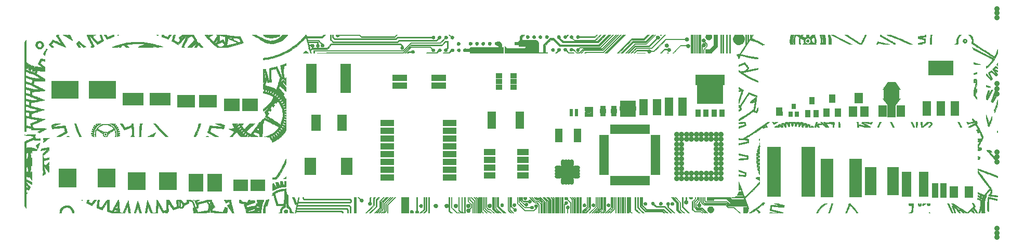
<source format=gbr>
G04 #@! TF.GenerationSoftware,KiCad,Pcbnew,5.0.0-fee4fd1~66~ubuntu16.04.1*
G04 #@! TF.CreationDate,2018-08-13T21:42:42+01:00*
G04 #@! TF.ProjectId,ruler,72756C65722E6B696361645F70636200,rev?*
G04 #@! TF.SameCoordinates,Original*
G04 #@! TF.FileFunction,Soldermask,Bot*
G04 #@! TF.FilePolarity,Negative*
%FSLAX45Y45*%
G04 Gerber Fmt 4.5, Leading zero omitted, Abs format (unit mm)*
G04 Created by KiCad (PCBNEW 5.0.0-fee4fd1~66~ubuntu16.04.1) date Mon Aug 13 21:42:42 2018*
%MOMM*%
%LPD*%
G01*
G04 APERTURE LIST*
%ADD10C,0.010000*%
%ADD11C,0.900000*%
%ADD12R,4.400000X2.900000*%
%ADD13R,3.000000X2.000000*%
%ADD14R,3.400000X2.000000*%
%ADD15R,2.600000X2.000000*%
%ADD16R,1.400000X1.900000*%
%ADD17R,1.416000X2.432000*%
%ADD18R,4.057600X2.432000*%
%ADD19R,0.800000X0.910000*%
%ADD20R,1.100000X0.800000*%
%ADD21R,0.650000X0.800000*%
%ADD22R,0.950000X1.250000*%
%ADD23R,1.000000X1.400000*%
%ADD24R,2.000000X6.300000*%
%ADD25R,1.900000X4.600000*%
%ADD26R,1.600000X4.100000*%
%ADD27R,1.950000X1.000000*%
%ADD28R,0.900000X1.600000*%
%ADD29R,1.600000X0.900000*%
%ADD30C,0.900380*%
%ADD31R,1.300000X1.300000*%
%ADD32O,0.700000X1.150000*%
%ADD33O,1.150000X0.700000*%
%ADD34R,2.950000X3.100000*%
%ADD35R,2.950000X2.900000*%
%ADD36R,2.350000X2.900000*%
%ADD37R,2.350000X1.900000*%
%ADD38R,1.421080X0.808940*%
%ADD39R,1.100000X0.910000*%
%ADD40R,1.500000X0.800000*%
%ADD41R,2.200000X8.100000*%
%ADD42R,1.050000X2.400000*%
%ADD43R,0.600000X0.600000*%
%ADD44R,1.460000X0.800000*%
%ADD45R,1.460000X1.050000*%
%ADD46R,1.797000X0.831800*%
%ADD47R,2.305000X1.035000*%
%ADD48R,1.400000X1.800000*%
%ADD49R,0.900000X0.775000*%
%ADD50R,1.050000X0.700000*%
%ADD51R,1.470000X0.700000*%
%ADD52R,2.700000X0.700000*%
%ADD53C,1.250000*%
%ADD54C,0.150000*%
%ADD55R,1.400000X2.200000*%
%ADD56R,2.600000X2.240000*%
%ADD57C,1.400000*%
%ADD58C,0.490002*%
%ADD59R,0.470000X0.580000*%
%ADD60C,0.525004*%
%ADD61R,0.650000X0.620000*%
%ADD62C,0.482000*%
%ADD63R,1.040000X0.740000*%
%ADD64R,0.740000X1.040000*%
%ADD65R,0.840000X1.290000*%
%ADD66R,4.340000X3.440000*%
%ADD67R,4.840000X1.690000*%
%ADD68R,1.850000X0.850000*%
%ADD69R,2.400000X1.040000*%
%ADD70R,1.200000X0.700000*%
G04 APERTURE END LIST*
D10*
G04 #@! TO.C,DRAWING1*
G36*
X9957009Y-9233139D02*
X9961818Y-9234384D01*
X9966731Y-9236084D01*
X9969623Y-9237339D01*
X9976029Y-9240689D01*
X9980645Y-9243677D01*
X9983424Y-9246140D01*
X9984314Y-9247911D01*
X9983268Y-9248827D01*
X9980235Y-9248724D01*
X9975166Y-9247436D01*
X9972375Y-9246487D01*
X9963250Y-9242947D01*
X9956274Y-9239696D01*
X9951544Y-9236792D01*
X9949161Y-9234290D01*
X9948880Y-9233256D01*
X9949972Y-9232464D01*
X9952872Y-9232462D01*
X9957009Y-9233139D01*
X9957009Y-9233139D01*
G37*
X9957009Y-9233139D02*
X9961818Y-9234384D01*
X9966731Y-9236084D01*
X9969623Y-9237339D01*
X9976029Y-9240689D01*
X9980645Y-9243677D01*
X9983424Y-9246140D01*
X9984314Y-9247911D01*
X9983268Y-9248827D01*
X9980235Y-9248724D01*
X9975166Y-9247436D01*
X9972375Y-9246487D01*
X9963250Y-9242947D01*
X9956274Y-9239696D01*
X9951544Y-9236792D01*
X9949161Y-9234290D01*
X9948880Y-9233256D01*
X9949972Y-9232464D01*
X9952872Y-9232462D01*
X9957009Y-9233139D01*
G36*
X6665399Y-11231059D02*
X6671385Y-11235033D01*
X6673437Y-11237121D01*
X6677471Y-11243393D01*
X6679319Y-11250125D01*
X6679154Y-11256897D01*
X6677147Y-11263290D01*
X6673471Y-11268885D01*
X6668296Y-11273261D01*
X6661794Y-11276001D01*
X6657233Y-11276690D01*
X6650497Y-11276437D01*
X6645648Y-11275119D01*
X6639094Y-11270924D01*
X6634543Y-11265200D01*
X6632080Y-11258080D01*
X6631640Y-11252930D01*
X6631830Y-11251652D01*
X6652147Y-11251652D01*
X6652377Y-11254722D01*
X6652419Y-11254835D01*
X6654030Y-11256523D01*
X6654940Y-11256740D01*
X6657201Y-11255842D01*
X6658310Y-11254835D01*
X6659251Y-11252802D01*
X6658310Y-11251025D01*
X6655817Y-11249350D01*
X6653528Y-11249710D01*
X6652147Y-11251652D01*
X6631830Y-11251652D01*
X6632737Y-11245562D01*
X6635755Y-11239351D01*
X6640287Y-11234452D01*
X6645925Y-11231019D01*
X6652261Y-11229207D01*
X6658889Y-11229169D01*
X6665399Y-11231059D01*
X6665399Y-11231059D01*
G37*
X6665399Y-11231059D02*
X6671385Y-11235033D01*
X6673437Y-11237121D01*
X6677471Y-11243393D01*
X6679319Y-11250125D01*
X6679154Y-11256897D01*
X6677147Y-11263290D01*
X6673471Y-11268885D01*
X6668296Y-11273261D01*
X6661794Y-11276001D01*
X6657233Y-11276690D01*
X6650497Y-11276437D01*
X6645648Y-11275119D01*
X6639094Y-11270924D01*
X6634543Y-11265200D01*
X6632080Y-11258080D01*
X6631640Y-11252930D01*
X6631830Y-11251652D01*
X6652147Y-11251652D01*
X6652377Y-11254722D01*
X6652419Y-11254835D01*
X6654030Y-11256523D01*
X6654940Y-11256740D01*
X6657201Y-11255842D01*
X6658310Y-11254835D01*
X6659251Y-11252802D01*
X6658310Y-11251025D01*
X6655817Y-11249350D01*
X6653528Y-11249710D01*
X6652147Y-11251652D01*
X6631830Y-11251652D01*
X6632737Y-11245562D01*
X6635755Y-11239351D01*
X6640287Y-11234452D01*
X6645925Y-11231019D01*
X6652261Y-11229207D01*
X6658889Y-11229169D01*
X6665399Y-11231059D01*
G36*
X16946077Y-9178033D02*
X16949656Y-9178119D01*
X16951238Y-9178331D01*
X16951097Y-9178723D01*
X16949502Y-9179350D01*
X16948485Y-9179691D01*
X16944434Y-9180775D01*
X16940833Y-9181341D01*
X16940230Y-9181365D01*
X16936956Y-9180964D01*
X16932871Y-9179971D01*
X16931975Y-9179691D01*
X16929861Y-9178950D01*
X16929087Y-9178468D01*
X16929925Y-9178189D01*
X16932647Y-9178057D01*
X16937525Y-9178018D01*
X16940230Y-9178016D01*
X16946077Y-9178033D01*
X16946077Y-9178033D01*
G37*
X16946077Y-9178033D02*
X16949656Y-9178119D01*
X16951238Y-9178331D01*
X16951097Y-9178723D01*
X16949502Y-9179350D01*
X16948485Y-9179691D01*
X16944434Y-9180775D01*
X16940833Y-9181341D01*
X16940230Y-9181365D01*
X16936956Y-9180964D01*
X16932871Y-9179971D01*
X16931975Y-9179691D01*
X16929861Y-9178950D01*
X16929087Y-9178468D01*
X16929925Y-9178189D01*
X16932647Y-9178057D01*
X16937525Y-9178018D01*
X16940230Y-9178016D01*
X16946077Y-9178033D01*
G36*
X8102617Y-9177835D02*
X8111825Y-9177920D01*
X8106511Y-9179581D01*
X8101140Y-9181209D01*
X8097690Y-9182063D01*
X8095681Y-9182192D01*
X8094630Y-9181645D01*
X8094177Y-9180812D01*
X8093507Y-9178792D01*
X8093410Y-9178281D01*
X8094574Y-9178034D01*
X8097647Y-9177874D01*
X8101997Y-9177830D01*
X8102617Y-9177835D01*
X8102617Y-9177835D01*
G37*
X8102617Y-9177835D02*
X8111825Y-9177920D01*
X8106511Y-9179581D01*
X8101140Y-9181209D01*
X8097690Y-9182063D01*
X8095681Y-9182192D01*
X8094630Y-9181645D01*
X8094177Y-9180812D01*
X8093507Y-9178792D01*
X8093410Y-9178281D01*
X8094574Y-9178034D01*
X8097647Y-9177874D01*
X8101997Y-9177830D01*
X8102617Y-9177835D01*
G36*
X8755829Y-9178009D02*
X8757202Y-9178179D01*
X8757192Y-9179681D01*
X8756149Y-9182071D01*
X8754664Y-9184283D01*
X8753325Y-9185250D01*
X8753289Y-9185248D01*
X8751542Y-9184887D01*
X8747930Y-9184010D01*
X8743040Y-9182762D01*
X8739205Y-9181756D01*
X8726505Y-9178385D01*
X8741597Y-9178026D01*
X8747510Y-9177927D01*
X8752426Y-9177923D01*
X8755829Y-9178009D01*
X8755829Y-9178009D01*
G37*
X8755829Y-9178009D02*
X8757202Y-9178179D01*
X8757192Y-9179681D01*
X8756149Y-9182071D01*
X8754664Y-9184283D01*
X8753325Y-9185250D01*
X8753289Y-9185248D01*
X8751542Y-9184887D01*
X8747930Y-9184010D01*
X8743040Y-9182762D01*
X8739205Y-9181756D01*
X8726505Y-9178385D01*
X8741597Y-9178026D01*
X8747510Y-9177927D01*
X8752426Y-9177923D01*
X8755829Y-9178009D01*
G36*
X12053905Y-9190450D02*
X12066557Y-9203150D01*
X12606403Y-9203150D01*
X12619055Y-9190450D01*
X12631707Y-9177750D01*
X12648232Y-9177750D01*
X12629850Y-9196165D01*
X12611468Y-9214580D01*
X12061483Y-9214580D01*
X12046920Y-9199975D01*
X12032356Y-9185370D01*
X11702784Y-9185370D01*
X11700795Y-9190133D01*
X11696742Y-9196982D01*
X11691307Y-9202069D01*
X11684916Y-9205321D01*
X11677998Y-9206668D01*
X11670978Y-9206038D01*
X11664283Y-9203358D01*
X11658342Y-9198559D01*
X11657338Y-9197408D01*
X11654973Y-9193775D01*
X11652944Y-9189333D01*
X11651507Y-9184854D01*
X11650917Y-9181112D01*
X11651278Y-9179080D01*
X11652448Y-9178880D01*
X11655726Y-9178697D01*
X11661146Y-9178531D01*
X11668744Y-9178382D01*
X11678555Y-9178249D01*
X11690615Y-9178133D01*
X11704960Y-9178032D01*
X11721626Y-9177947D01*
X11740646Y-9177878D01*
X11762058Y-9177824D01*
X11785897Y-9177784D01*
X11812198Y-9177760D01*
X11840996Y-9177750D01*
X11846676Y-9177750D01*
X12041253Y-9177750D01*
X12053905Y-9190450D01*
X12053905Y-9190450D01*
G37*
X12053905Y-9190450D02*
X12066557Y-9203150D01*
X12606403Y-9203150D01*
X12619055Y-9190450D01*
X12631707Y-9177750D01*
X12648232Y-9177750D01*
X12629850Y-9196165D01*
X12611468Y-9214580D01*
X12061483Y-9214580D01*
X12046920Y-9199975D01*
X12032356Y-9185370D01*
X11702784Y-9185370D01*
X11700795Y-9190133D01*
X11696742Y-9196982D01*
X11691307Y-9202069D01*
X11684916Y-9205321D01*
X11677998Y-9206668D01*
X11670978Y-9206038D01*
X11664283Y-9203358D01*
X11658342Y-9198559D01*
X11657338Y-9197408D01*
X11654973Y-9193775D01*
X11652944Y-9189333D01*
X11651507Y-9184854D01*
X11650917Y-9181112D01*
X11651278Y-9179080D01*
X11652448Y-9178880D01*
X11655726Y-9178697D01*
X11661146Y-9178531D01*
X11668744Y-9178382D01*
X11678555Y-9178249D01*
X11690615Y-9178133D01*
X11704960Y-9178032D01*
X11721626Y-9177947D01*
X11740646Y-9177878D01*
X11762058Y-9177824D01*
X11785897Y-9177784D01*
X11812198Y-9177760D01*
X11840996Y-9177750D01*
X11846676Y-9177750D01*
X12041253Y-9177750D01*
X12053905Y-9190450D01*
G36*
X10736280Y-9180925D02*
X10733650Y-9183105D01*
X10731305Y-9184095D01*
X10731175Y-9184100D01*
X10728702Y-9184984D01*
X10726985Y-9186386D01*
X10725964Y-9187919D01*
X10725496Y-9190038D01*
X10725533Y-9193376D01*
X10726026Y-9198569D01*
X10726049Y-9198767D01*
X10726512Y-9203544D01*
X10726735Y-9207255D01*
X10726684Y-9209260D01*
X10726619Y-9209424D01*
X10725523Y-9208869D01*
X10723123Y-9206893D01*
X10719891Y-9203889D01*
X10719104Y-9203119D01*
X10715299Y-9199580D01*
X10713006Y-9197984D01*
X10712158Y-9198287D01*
X10712150Y-9198431D01*
X10711586Y-9199856D01*
X10709506Y-9200507D01*
X10706753Y-9200627D01*
X10701219Y-9200866D01*
X10697874Y-9201635D01*
X10696395Y-9203077D01*
X10696425Y-9205200D01*
X10696698Y-9207054D01*
X10695895Y-9207940D01*
X10693429Y-9208213D01*
X10691415Y-9208230D01*
X10684542Y-9208930D01*
X10678925Y-9211276D01*
X10674312Y-9214961D01*
X10671508Y-9217361D01*
X10669829Y-9217927D01*
X10669105Y-9217338D01*
X10667335Y-9216542D01*
X10663959Y-9216313D01*
X10659826Y-9216565D01*
X10655786Y-9217215D01*
X10652688Y-9218178D01*
X10651477Y-9219085D01*
X10649710Y-9220056D01*
X10645826Y-9220899D01*
X10640395Y-9221511D01*
X10634636Y-9221876D01*
X10627529Y-9222191D01*
X10619474Y-9222452D01*
X10610875Y-9222655D01*
X10602132Y-9222797D01*
X10593648Y-9222873D01*
X10585824Y-9222879D01*
X10579063Y-9222811D01*
X10573765Y-9222664D01*
X10570333Y-9222436D01*
X10569275Y-9222233D01*
X10566773Y-9221661D01*
X10562614Y-9221227D01*
X10557680Y-9221021D01*
X10557488Y-9221019D01*
X10552297Y-9220826D01*
X10549184Y-9220310D01*
X10547698Y-9219380D01*
X10547509Y-9219025D01*
X10545645Y-9217582D01*
X10542046Y-9217120D01*
X10538718Y-9216898D01*
X10536593Y-9216350D01*
X10536413Y-9216219D01*
X10534674Y-9215728D01*
X10531473Y-9215628D01*
X10530486Y-9215681D01*
X10527216Y-9215731D01*
X10525767Y-9215047D01*
X10525460Y-9213519D01*
X10524835Y-9211703D01*
X10522574Y-9210593D01*
X10520434Y-9210144D01*
X10516544Y-9209782D01*
X10513360Y-9209973D01*
X10512920Y-9210084D01*
X10510555Y-9210171D01*
X10509617Y-9209552D01*
X10507839Y-9208528D01*
X10505700Y-9208230D01*
X10503312Y-9207667D01*
X10502605Y-9205521D01*
X10502600Y-9205179D01*
X10501807Y-9202584D01*
X10499067Y-9200900D01*
X10498790Y-9200800D01*
X10496186Y-9200101D01*
X10494989Y-9200189D01*
X10494980Y-9200238D01*
X10494186Y-9200064D01*
X10492299Y-9198584D01*
X10489296Y-9196762D01*
X10486761Y-9196165D01*
X10484412Y-9195285D01*
X10480645Y-9192799D01*
X10475795Y-9188941D01*
X10473505Y-9186958D01*
X10463105Y-9177750D01*
X10739263Y-9177750D01*
X10736280Y-9180925D01*
X10736280Y-9180925D01*
G37*
X10736280Y-9180925D02*
X10733650Y-9183105D01*
X10731305Y-9184095D01*
X10731175Y-9184100D01*
X10728702Y-9184984D01*
X10726985Y-9186386D01*
X10725964Y-9187919D01*
X10725496Y-9190038D01*
X10725533Y-9193376D01*
X10726026Y-9198569D01*
X10726049Y-9198767D01*
X10726512Y-9203544D01*
X10726735Y-9207255D01*
X10726684Y-9209260D01*
X10726619Y-9209424D01*
X10725523Y-9208869D01*
X10723123Y-9206893D01*
X10719891Y-9203889D01*
X10719104Y-9203119D01*
X10715299Y-9199580D01*
X10713006Y-9197984D01*
X10712158Y-9198287D01*
X10712150Y-9198431D01*
X10711586Y-9199856D01*
X10709506Y-9200507D01*
X10706753Y-9200627D01*
X10701219Y-9200866D01*
X10697874Y-9201635D01*
X10696395Y-9203077D01*
X10696425Y-9205200D01*
X10696698Y-9207054D01*
X10695895Y-9207940D01*
X10693429Y-9208213D01*
X10691415Y-9208230D01*
X10684542Y-9208930D01*
X10678925Y-9211276D01*
X10674312Y-9214961D01*
X10671508Y-9217361D01*
X10669829Y-9217927D01*
X10669105Y-9217338D01*
X10667335Y-9216542D01*
X10663959Y-9216313D01*
X10659826Y-9216565D01*
X10655786Y-9217215D01*
X10652688Y-9218178D01*
X10651477Y-9219085D01*
X10649710Y-9220056D01*
X10645826Y-9220899D01*
X10640395Y-9221511D01*
X10634636Y-9221876D01*
X10627529Y-9222191D01*
X10619474Y-9222452D01*
X10610875Y-9222655D01*
X10602132Y-9222797D01*
X10593648Y-9222873D01*
X10585824Y-9222879D01*
X10579063Y-9222811D01*
X10573765Y-9222664D01*
X10570333Y-9222436D01*
X10569275Y-9222233D01*
X10566773Y-9221661D01*
X10562614Y-9221227D01*
X10557680Y-9221021D01*
X10557488Y-9221019D01*
X10552297Y-9220826D01*
X10549184Y-9220310D01*
X10547698Y-9219380D01*
X10547509Y-9219025D01*
X10545645Y-9217582D01*
X10542046Y-9217120D01*
X10538718Y-9216898D01*
X10536593Y-9216350D01*
X10536413Y-9216219D01*
X10534674Y-9215728D01*
X10531473Y-9215628D01*
X10530486Y-9215681D01*
X10527216Y-9215731D01*
X10525767Y-9215047D01*
X10525460Y-9213519D01*
X10524835Y-9211703D01*
X10522574Y-9210593D01*
X10520434Y-9210144D01*
X10516544Y-9209782D01*
X10513360Y-9209973D01*
X10512920Y-9210084D01*
X10510555Y-9210171D01*
X10509617Y-9209552D01*
X10507839Y-9208528D01*
X10505700Y-9208230D01*
X10503312Y-9207667D01*
X10502605Y-9205521D01*
X10502600Y-9205179D01*
X10501807Y-9202584D01*
X10499067Y-9200900D01*
X10498790Y-9200800D01*
X10496186Y-9200101D01*
X10494989Y-9200189D01*
X10494980Y-9200238D01*
X10494186Y-9200064D01*
X10492299Y-9198584D01*
X10489296Y-9196762D01*
X10486761Y-9196165D01*
X10484412Y-9195285D01*
X10480645Y-9192799D01*
X10475795Y-9188941D01*
X10473505Y-9186958D01*
X10463105Y-9177750D01*
X10739263Y-9177750D01*
X10736280Y-9180925D01*
G36*
X15888035Y-9196800D02*
X15869017Y-9215850D01*
X15615654Y-9215850D01*
X15613921Y-9219997D01*
X15610392Y-9225446D01*
X15605071Y-9230025D01*
X15598671Y-9233288D01*
X15591905Y-9234790D01*
X15590220Y-9234837D01*
X15586963Y-9234379D01*
X15582895Y-9233304D01*
X15581965Y-9232992D01*
X15575952Y-9229627D01*
X15570800Y-9224431D01*
X15566991Y-9218086D01*
X15565004Y-9211272D01*
X15564827Y-9208737D01*
X15565224Y-9205696D01*
X15566195Y-9201964D01*
X15566265Y-9201752D01*
X15569743Y-9194770D01*
X15574668Y-9189471D01*
X15580628Y-9185874D01*
X15587211Y-9184001D01*
X15594006Y-9183874D01*
X15600600Y-9185513D01*
X15606580Y-9188939D01*
X15611537Y-9194174D01*
X15614328Y-9199288D01*
X15615928Y-9203150D01*
X15865223Y-9203150D01*
X15877875Y-9190450D01*
X15890527Y-9177750D01*
X15907053Y-9177750D01*
X15888035Y-9196800D01*
X15888035Y-9196800D01*
G37*
X15888035Y-9196800D02*
X15869017Y-9215850D01*
X15615654Y-9215850D01*
X15613921Y-9219997D01*
X15610392Y-9225446D01*
X15605071Y-9230025D01*
X15598671Y-9233288D01*
X15591905Y-9234790D01*
X15590220Y-9234837D01*
X15586963Y-9234379D01*
X15582895Y-9233304D01*
X15581965Y-9232992D01*
X15575952Y-9229627D01*
X15570800Y-9224431D01*
X15566991Y-9218086D01*
X15565004Y-9211272D01*
X15564827Y-9208737D01*
X15565224Y-9205696D01*
X15566195Y-9201964D01*
X15566265Y-9201752D01*
X15569743Y-9194770D01*
X15574668Y-9189471D01*
X15580628Y-9185874D01*
X15587211Y-9184001D01*
X15594006Y-9183874D01*
X15600600Y-9185513D01*
X15606580Y-9188939D01*
X15611537Y-9194174D01*
X15614328Y-9199288D01*
X15615928Y-9203150D01*
X15865223Y-9203150D01*
X15877875Y-9190450D01*
X15890527Y-9177750D01*
X15907053Y-9177750D01*
X15888035Y-9196800D01*
G36*
X15422363Y-9190133D02*
X15410129Y-9202515D01*
X15409605Y-9210459D01*
X15407949Y-9218512D01*
X15404281Y-9225183D01*
X15398835Y-9230231D01*
X15391847Y-9233419D01*
X15385921Y-9234433D01*
X15381391Y-9234375D01*
X15377230Y-9233740D01*
X15376225Y-9233436D01*
X15369241Y-9229599D01*
X15363860Y-9224019D01*
X15360375Y-9217113D01*
X15359082Y-9209301D01*
X15359080Y-9208973D01*
X15360235Y-9201371D01*
X15363448Y-9194775D01*
X15368338Y-9189477D01*
X15374527Y-9185767D01*
X15381635Y-9183935D01*
X15389283Y-9184271D01*
X15390882Y-9184634D01*
X15395301Y-9186202D01*
X15399164Y-9188270D01*
X15400436Y-9189256D01*
X15403588Y-9192218D01*
X15418209Y-9177750D01*
X15434597Y-9177750D01*
X15422363Y-9190133D01*
X15422363Y-9190133D01*
G37*
X15422363Y-9190133D02*
X15410129Y-9202515D01*
X15409605Y-9210459D01*
X15407949Y-9218512D01*
X15404281Y-9225183D01*
X15398835Y-9230231D01*
X15391847Y-9233419D01*
X15385921Y-9234433D01*
X15381391Y-9234375D01*
X15377230Y-9233740D01*
X15376225Y-9233436D01*
X15369241Y-9229599D01*
X15363860Y-9224019D01*
X15360375Y-9217113D01*
X15359082Y-9209301D01*
X15359080Y-9208973D01*
X15360235Y-9201371D01*
X15363448Y-9194775D01*
X15368338Y-9189477D01*
X15374527Y-9185767D01*
X15381635Y-9183935D01*
X15389283Y-9184271D01*
X15390882Y-9184634D01*
X15395301Y-9186202D01*
X15399164Y-9188270D01*
X15400436Y-9189256D01*
X15403588Y-9192218D01*
X15418209Y-9177750D01*
X15434597Y-9177750D01*
X15422363Y-9190133D01*
G36*
X15091756Y-9185009D02*
X15098371Y-9188024D01*
X15103654Y-9192582D01*
X15107428Y-9198299D01*
X15109514Y-9204795D01*
X15109733Y-9211684D01*
X15107907Y-9218586D01*
X15103856Y-9225118D01*
X15103446Y-9225595D01*
X15097216Y-9230964D01*
X15090141Y-9233975D01*
X15082456Y-9234568D01*
X15075235Y-9232992D01*
X15069067Y-9229576D01*
X15064051Y-9224417D01*
X15060502Y-9218096D01*
X15058736Y-9211196D01*
X15059069Y-9204303D01*
X15059267Y-9203494D01*
X15062479Y-9195851D01*
X15067400Y-9189926D01*
X15073777Y-9185922D01*
X15081354Y-9184040D01*
X15083990Y-9183919D01*
X15091756Y-9185009D01*
X15091756Y-9185009D01*
G37*
X15091756Y-9185009D02*
X15098371Y-9188024D01*
X15103654Y-9192582D01*
X15107428Y-9198299D01*
X15109514Y-9204795D01*
X15109733Y-9211684D01*
X15107907Y-9218586D01*
X15103856Y-9225118D01*
X15103446Y-9225595D01*
X15097216Y-9230964D01*
X15090141Y-9233975D01*
X15082456Y-9234568D01*
X15075235Y-9232992D01*
X15069067Y-9229576D01*
X15064051Y-9224417D01*
X15060502Y-9218096D01*
X15058736Y-9211196D01*
X15059069Y-9204303D01*
X15059267Y-9203494D01*
X15062479Y-9195851D01*
X15067400Y-9189926D01*
X15073777Y-9185922D01*
X15081354Y-9184040D01*
X15083990Y-9183919D01*
X15091756Y-9185009D01*
G36*
X14985754Y-9185314D02*
X14992166Y-9188499D01*
X14997576Y-9193275D01*
X15001613Y-9199209D01*
X15003901Y-9205867D01*
X15004068Y-9212812D01*
X15003951Y-9213517D01*
X15001645Y-9220280D01*
X14997615Y-9226451D01*
X14992464Y-9231143D01*
X14991587Y-9231691D01*
X14985140Y-9234172D01*
X14977832Y-9234937D01*
X14970660Y-9233963D01*
X14966401Y-9232309D01*
X14961193Y-9228370D01*
X14956834Y-9222866D01*
X14953831Y-9216610D01*
X14952687Y-9210413D01*
X14952687Y-9210263D01*
X14953895Y-9203046D01*
X14957190Y-9196420D01*
X14962139Y-9190820D01*
X14968309Y-9186679D01*
X14975266Y-9184433D01*
X14978715Y-9184156D01*
X14985754Y-9185314D01*
X14985754Y-9185314D01*
G37*
X14985754Y-9185314D02*
X14992166Y-9188499D01*
X14997576Y-9193275D01*
X15001613Y-9199209D01*
X15003901Y-9205867D01*
X15004068Y-9212812D01*
X15003951Y-9213517D01*
X15001645Y-9220280D01*
X14997615Y-9226451D01*
X14992464Y-9231143D01*
X14991587Y-9231691D01*
X14985140Y-9234172D01*
X14977832Y-9234937D01*
X14970660Y-9233963D01*
X14966401Y-9232309D01*
X14961193Y-9228370D01*
X14956834Y-9222866D01*
X14953831Y-9216610D01*
X14952687Y-9210413D01*
X14952687Y-9210263D01*
X14953895Y-9203046D01*
X14957190Y-9196420D01*
X14962139Y-9190820D01*
X14968309Y-9186679D01*
X14975266Y-9184433D01*
X14978715Y-9184156D01*
X14985754Y-9185314D01*
G36*
X14887371Y-9185697D02*
X14893974Y-9189778D01*
X14896619Y-9192306D01*
X14900915Y-9198610D01*
X14903004Y-9205420D01*
X14903051Y-9212335D01*
X14901222Y-9218955D01*
X14897683Y-9224879D01*
X14892600Y-9229707D01*
X14886138Y-9233039D01*
X14879191Y-9234433D01*
X14874661Y-9234375D01*
X14870500Y-9233740D01*
X14869495Y-9233436D01*
X14862569Y-9229630D01*
X14857193Y-9224093D01*
X14853683Y-9217269D01*
X14852353Y-9209606D01*
X14852350Y-9209182D01*
X14852966Y-9202576D01*
X14855089Y-9197171D01*
X14859131Y-9191963D01*
X14859649Y-9191422D01*
X14865886Y-9186662D01*
X14872882Y-9184128D01*
X14880192Y-9183809D01*
X14887371Y-9185697D01*
X14887371Y-9185697D01*
G37*
X14887371Y-9185697D02*
X14893974Y-9189778D01*
X14896619Y-9192306D01*
X14900915Y-9198610D01*
X14903004Y-9205420D01*
X14903051Y-9212335D01*
X14901222Y-9218955D01*
X14897683Y-9224879D01*
X14892600Y-9229707D01*
X14886138Y-9233039D01*
X14879191Y-9234433D01*
X14874661Y-9234375D01*
X14870500Y-9233740D01*
X14869495Y-9233436D01*
X14862569Y-9229630D01*
X14857193Y-9224093D01*
X14853683Y-9217269D01*
X14852353Y-9209606D01*
X14852350Y-9209182D01*
X14852966Y-9202576D01*
X14855089Y-9197171D01*
X14859131Y-9191963D01*
X14859649Y-9191422D01*
X14865886Y-9186662D01*
X14872882Y-9184128D01*
X14880192Y-9183809D01*
X14887371Y-9185697D01*
G36*
X14781018Y-9185112D02*
X14787774Y-9188602D01*
X14793285Y-9194253D01*
X14793563Y-9194646D01*
X14796388Y-9200640D01*
X14797643Y-9207630D01*
X14797281Y-9214694D01*
X14795254Y-9220910D01*
X14794922Y-9221512D01*
X14789906Y-9227726D01*
X14783335Y-9232107D01*
X14775682Y-9234350D01*
X14774811Y-9234452D01*
X14770386Y-9234669D01*
X14766815Y-9234093D01*
X14762860Y-9232461D01*
X14760954Y-9231485D01*
X14754713Y-9226927D01*
X14750299Y-9221079D01*
X14747769Y-9214402D01*
X14747177Y-9207358D01*
X14748581Y-9200408D01*
X14752037Y-9194014D01*
X14755895Y-9189955D01*
X14760760Y-9186486D01*
X14765645Y-9184606D01*
X14771629Y-9183940D01*
X14773276Y-9183919D01*
X14781018Y-9185112D01*
X14781018Y-9185112D01*
G37*
X14781018Y-9185112D02*
X14787774Y-9188602D01*
X14793285Y-9194253D01*
X14793563Y-9194646D01*
X14796388Y-9200640D01*
X14797643Y-9207630D01*
X14797281Y-9214694D01*
X14795254Y-9220910D01*
X14794922Y-9221512D01*
X14789906Y-9227726D01*
X14783335Y-9232107D01*
X14775682Y-9234350D01*
X14774811Y-9234452D01*
X14770386Y-9234669D01*
X14766815Y-9234093D01*
X14762860Y-9232461D01*
X14760954Y-9231485D01*
X14754713Y-9226927D01*
X14750299Y-9221079D01*
X14747769Y-9214402D01*
X14747177Y-9207358D01*
X14748581Y-9200408D01*
X14752037Y-9194014D01*
X14755895Y-9189955D01*
X14760760Y-9186486D01*
X14765645Y-9184606D01*
X14771629Y-9183940D01*
X14773276Y-9183919D01*
X14781018Y-9185112D01*
G36*
X13513699Y-9188474D02*
X13524367Y-9199198D01*
X13528016Y-9196128D01*
X13534212Y-9192450D01*
X13541110Y-9190887D01*
X13548192Y-9191329D01*
X13554942Y-9193662D01*
X13560843Y-9197773D01*
X13565377Y-9203551D01*
X13565805Y-9204352D01*
X13568244Y-9211564D01*
X13568464Y-9218705D01*
X13566742Y-9225444D01*
X13563354Y-9231448D01*
X13558578Y-9236386D01*
X13552690Y-9239925D01*
X13545968Y-9241733D01*
X13538688Y-9241479D01*
X13535521Y-9240674D01*
X13528803Y-9237275D01*
X13523366Y-9232088D01*
X13519574Y-9225639D01*
X13517794Y-9218451D01*
X13517746Y-9215102D01*
X13518096Y-9209419D01*
X13502299Y-9193584D01*
X13486503Y-9177750D01*
X13503031Y-9177750D01*
X13513699Y-9188474D01*
X13513699Y-9188474D01*
G37*
X13513699Y-9188474D02*
X13524367Y-9199198D01*
X13528016Y-9196128D01*
X13534212Y-9192450D01*
X13541110Y-9190887D01*
X13548192Y-9191329D01*
X13554942Y-9193662D01*
X13560843Y-9197773D01*
X13565377Y-9203551D01*
X13565805Y-9204352D01*
X13568244Y-9211564D01*
X13568464Y-9218705D01*
X13566742Y-9225444D01*
X13563354Y-9231448D01*
X13558578Y-9236386D01*
X13552690Y-9239925D01*
X13545968Y-9241733D01*
X13538688Y-9241479D01*
X13535521Y-9240674D01*
X13528803Y-9237275D01*
X13523366Y-9232088D01*
X13519574Y-9225639D01*
X13517794Y-9218451D01*
X13517746Y-9215102D01*
X13518096Y-9209419D01*
X13502299Y-9193584D01*
X13486503Y-9177750D01*
X13503031Y-9177750D01*
X13513699Y-9188474D01*
G36*
X8025844Y-9177796D02*
X8029936Y-9177979D01*
X8032388Y-9178369D01*
X8033651Y-9179034D01*
X8034157Y-9179973D01*
X8034869Y-9183045D01*
X8035664Y-9187171D01*
X8036426Y-9191630D01*
X8037038Y-9195703D01*
X8037385Y-9198670D01*
X8037367Y-9199807D01*
X8036080Y-9200314D01*
X8032757Y-9201525D01*
X8027759Y-9203313D01*
X8021450Y-9205547D01*
X8014192Y-9208098D01*
X8012130Y-9208820D01*
X8000675Y-9212920D01*
X7988339Y-9217504D01*
X7975663Y-9222358D01*
X7963186Y-9227270D01*
X7951449Y-9232025D01*
X7940993Y-9236412D01*
X7932358Y-9240217D01*
X7931732Y-9240504D01*
X7927127Y-9242570D01*
X7923404Y-9244148D01*
X7921161Y-9244987D01*
X7920824Y-9245060D01*
X7919906Y-9244036D01*
X7917790Y-9241140D01*
X7914654Y-9236631D01*
X7910675Y-9230772D01*
X7906033Y-9223822D01*
X7900905Y-9216044D01*
X7898986Y-9213108D01*
X7893707Y-9205009D01*
X7888851Y-9197553D01*
X7884601Y-9191016D01*
X7881138Y-9185679D01*
X7878641Y-9181819D01*
X7877292Y-9179715D01*
X7877129Y-9179453D01*
X7877131Y-9178751D01*
X7878337Y-9178264D01*
X7881075Y-9177960D01*
X7885673Y-9177803D01*
X7892460Y-9177756D01*
X7893004Y-9177757D01*
X7909895Y-9177763D01*
X7919420Y-9192581D01*
X7922943Y-9198059D01*
X7925999Y-9202804D01*
X7928311Y-9206387D01*
X7929605Y-9208383D01*
X7929749Y-9208603D01*
X7931115Y-9208499D01*
X7934529Y-9207538D01*
X7939688Y-9205823D01*
X7946290Y-9203456D01*
X7954032Y-9200543D01*
X7959594Y-9198381D01*
X7968213Y-9195006D01*
X7976558Y-9191765D01*
X7984174Y-9188835D01*
X7990603Y-9186390D01*
X7995389Y-9184606D01*
X7997207Y-9183952D01*
X8001416Y-9182270D01*
X8004474Y-9180652D01*
X8005771Y-9179427D01*
X8005780Y-9179349D01*
X8006501Y-9178597D01*
X8008863Y-9178103D01*
X8013166Y-9177832D01*
X8019664Y-9177750D01*
X8025844Y-9177796D01*
X8025844Y-9177796D01*
G37*
X8025844Y-9177796D02*
X8029936Y-9177979D01*
X8032388Y-9178369D01*
X8033651Y-9179034D01*
X8034157Y-9179973D01*
X8034869Y-9183045D01*
X8035664Y-9187171D01*
X8036426Y-9191630D01*
X8037038Y-9195703D01*
X8037385Y-9198670D01*
X8037367Y-9199807D01*
X8036080Y-9200314D01*
X8032757Y-9201525D01*
X8027759Y-9203313D01*
X8021450Y-9205547D01*
X8014192Y-9208098D01*
X8012130Y-9208820D01*
X8000675Y-9212920D01*
X7988339Y-9217504D01*
X7975663Y-9222358D01*
X7963186Y-9227270D01*
X7951449Y-9232025D01*
X7940993Y-9236412D01*
X7932358Y-9240217D01*
X7931732Y-9240504D01*
X7927127Y-9242570D01*
X7923404Y-9244148D01*
X7921161Y-9244987D01*
X7920824Y-9245060D01*
X7919906Y-9244036D01*
X7917790Y-9241140D01*
X7914654Y-9236631D01*
X7910675Y-9230772D01*
X7906033Y-9223822D01*
X7900905Y-9216044D01*
X7898986Y-9213108D01*
X7893707Y-9205009D01*
X7888851Y-9197553D01*
X7884601Y-9191016D01*
X7881138Y-9185679D01*
X7878641Y-9181819D01*
X7877292Y-9179715D01*
X7877129Y-9179453D01*
X7877131Y-9178751D01*
X7878337Y-9178264D01*
X7881075Y-9177960D01*
X7885673Y-9177803D01*
X7892460Y-9177756D01*
X7893004Y-9177757D01*
X7909895Y-9177763D01*
X7919420Y-9192581D01*
X7922943Y-9198059D01*
X7925999Y-9202804D01*
X7928311Y-9206387D01*
X7929605Y-9208383D01*
X7929749Y-9208603D01*
X7931115Y-9208499D01*
X7934529Y-9207538D01*
X7939688Y-9205823D01*
X7946290Y-9203456D01*
X7954032Y-9200543D01*
X7959594Y-9198381D01*
X7968213Y-9195006D01*
X7976558Y-9191765D01*
X7984174Y-9188835D01*
X7990603Y-9186390D01*
X7995389Y-9184606D01*
X7997207Y-9183952D01*
X8001416Y-9182270D01*
X8004474Y-9180652D01*
X8005771Y-9179427D01*
X8005780Y-9179349D01*
X8006501Y-9178597D01*
X8008863Y-9178103D01*
X8013166Y-9177832D01*
X8019664Y-9177750D01*
X8025844Y-9177796D01*
G36*
X8845516Y-9181983D02*
X8845022Y-9186217D01*
X8856248Y-9190425D01*
X8861429Y-9192401D01*
X8868238Y-9195048D01*
X8875948Y-9198080D01*
X8883835Y-9201214D01*
X8887548Y-9202701D01*
X8894181Y-9205354D01*
X8899961Y-9207640D01*
X8904492Y-9209404D01*
X8907377Y-9210491D01*
X8908228Y-9210770D01*
X8909093Y-9209763D01*
X8911082Y-9206983D01*
X8913944Y-9202794D01*
X8917430Y-9197561D01*
X8919593Y-9194260D01*
X8930350Y-9177750D01*
X8946961Y-9177750D01*
X8953076Y-9177826D01*
X8958112Y-9178034D01*
X8961613Y-9178345D01*
X8963126Y-9178727D01*
X8963148Y-9178816D01*
X8962296Y-9180302D01*
X8960277Y-9183535D01*
X8957294Y-9188208D01*
X8953552Y-9194010D01*
X8949253Y-9200631D01*
X8944600Y-9207762D01*
X8939796Y-9215093D01*
X8935044Y-9222315D01*
X8930547Y-9229119D01*
X8926509Y-9235194D01*
X8923132Y-9240231D01*
X8920620Y-9243921D01*
X8919175Y-9245954D01*
X8918910Y-9246254D01*
X8917569Y-9245777D01*
X8914369Y-9244471D01*
X8909773Y-9242530D01*
X8904246Y-9240148D01*
X8903670Y-9239898D01*
X8897154Y-9237135D01*
X8888788Y-9233703D01*
X8879104Y-9229809D01*
X8868635Y-9225662D01*
X8857914Y-9221470D01*
X8847472Y-9217442D01*
X8837844Y-9213786D01*
X8829561Y-9210711D01*
X8823981Y-9208710D01*
X8819291Y-9207070D01*
X8816162Y-9205680D01*
X8814371Y-9204037D01*
X8813697Y-9201634D01*
X8813917Y-9197965D01*
X8814810Y-9192525D01*
X8815405Y-9189180D01*
X8816261Y-9184287D01*
X8816918Y-9180471D01*
X8817273Y-9178326D01*
X8817308Y-9178068D01*
X8818495Y-9177941D01*
X8821715Y-9177839D01*
X8826464Y-9177772D01*
X8831660Y-9177750D01*
X8846010Y-9177750D01*
X8845516Y-9181983D01*
X8845516Y-9181983D01*
G37*
X8845516Y-9181983D02*
X8845022Y-9186217D01*
X8856248Y-9190425D01*
X8861429Y-9192401D01*
X8868238Y-9195048D01*
X8875948Y-9198080D01*
X8883835Y-9201214D01*
X8887548Y-9202701D01*
X8894181Y-9205354D01*
X8899961Y-9207640D01*
X8904492Y-9209404D01*
X8907377Y-9210491D01*
X8908228Y-9210770D01*
X8909093Y-9209763D01*
X8911082Y-9206983D01*
X8913944Y-9202794D01*
X8917430Y-9197561D01*
X8919593Y-9194260D01*
X8930350Y-9177750D01*
X8946961Y-9177750D01*
X8953076Y-9177826D01*
X8958112Y-9178034D01*
X8961613Y-9178345D01*
X8963126Y-9178727D01*
X8963148Y-9178816D01*
X8962296Y-9180302D01*
X8960277Y-9183535D01*
X8957294Y-9188208D01*
X8953552Y-9194010D01*
X8949253Y-9200631D01*
X8944600Y-9207762D01*
X8939796Y-9215093D01*
X8935044Y-9222315D01*
X8930547Y-9229119D01*
X8926509Y-9235194D01*
X8923132Y-9240231D01*
X8920620Y-9243921D01*
X8919175Y-9245954D01*
X8918910Y-9246254D01*
X8917569Y-9245777D01*
X8914369Y-9244471D01*
X8909773Y-9242530D01*
X8904246Y-9240148D01*
X8903670Y-9239898D01*
X8897154Y-9237135D01*
X8888788Y-9233703D01*
X8879104Y-9229809D01*
X8868635Y-9225662D01*
X8857914Y-9221470D01*
X8847472Y-9217442D01*
X8837844Y-9213786D01*
X8829561Y-9210711D01*
X8823981Y-9208710D01*
X8819291Y-9207070D01*
X8816162Y-9205680D01*
X8814371Y-9204037D01*
X8813697Y-9201634D01*
X8813917Y-9197965D01*
X8814810Y-9192525D01*
X8815405Y-9189180D01*
X8816261Y-9184287D01*
X8816918Y-9180471D01*
X8817273Y-9178326D01*
X8817308Y-9178068D01*
X8818495Y-9177941D01*
X8821715Y-9177839D01*
X8826464Y-9177772D01*
X8831660Y-9177750D01*
X8846010Y-9177750D01*
X8845516Y-9181983D01*
G36*
X11610040Y-9212723D02*
X11634850Y-9237440D01*
X12620365Y-9237440D01*
X12635565Y-9222200D01*
X12650765Y-9206960D01*
X13212309Y-9206960D01*
X13214407Y-9202561D01*
X13218183Y-9197418D01*
X13223644Y-9193592D01*
X13230212Y-9191250D01*
X13237307Y-9190557D01*
X13244350Y-9191680D01*
X13247718Y-9192996D01*
X13253814Y-9197311D01*
X13258428Y-9203449D01*
X13261200Y-9210855D01*
X13261601Y-9218022D01*
X13259805Y-9224890D01*
X13256151Y-9231052D01*
X13250981Y-9236097D01*
X13244634Y-9239616D01*
X13237450Y-9241201D01*
X13235930Y-9241250D01*
X13229928Y-9240220D01*
X13223681Y-9237481D01*
X13218153Y-9233555D01*
X13214807Y-9229776D01*
X13211474Y-9224740D01*
X12657115Y-9224740D01*
X12641915Y-9239980D01*
X12626715Y-9255220D01*
X11628422Y-9255220D01*
X11610341Y-9237107D01*
X11592260Y-9218993D01*
X11592260Y-9177750D01*
X11610040Y-9177750D01*
X11610040Y-9212723D01*
X11610040Y-9212723D01*
G37*
X11610040Y-9212723D02*
X11634850Y-9237440D01*
X12620365Y-9237440D01*
X12635565Y-9222200D01*
X12650765Y-9206960D01*
X13212309Y-9206960D01*
X13214407Y-9202561D01*
X13218183Y-9197418D01*
X13223644Y-9193592D01*
X13230212Y-9191250D01*
X13237307Y-9190557D01*
X13244350Y-9191680D01*
X13247718Y-9192996D01*
X13253814Y-9197311D01*
X13258428Y-9203449D01*
X13261200Y-9210855D01*
X13261601Y-9218022D01*
X13259805Y-9224890D01*
X13256151Y-9231052D01*
X13250981Y-9236097D01*
X13244634Y-9239616D01*
X13237450Y-9241201D01*
X13235930Y-9241250D01*
X13229928Y-9240220D01*
X13223681Y-9237481D01*
X13218153Y-9233555D01*
X13214807Y-9229776D01*
X13211474Y-9224740D01*
X12657115Y-9224740D01*
X12641915Y-9239980D01*
X12626715Y-9255220D01*
X11628422Y-9255220D01*
X11610341Y-9237107D01*
X11592260Y-9218993D01*
X11592260Y-9177750D01*
X11610040Y-9177750D01*
X11610040Y-9212723D01*
G36*
X17769129Y-9185053D02*
X17770739Y-9188551D01*
X17771781Y-9191649D01*
X17772377Y-9195067D01*
X17772648Y-9199526D01*
X17772715Y-9205746D01*
X17772715Y-9206325D01*
X17772659Y-9212712D01*
X17772408Y-9217281D01*
X17771842Y-9220754D01*
X17770839Y-9223853D01*
X17769276Y-9227300D01*
X17769121Y-9227617D01*
X17763290Y-9236750D01*
X17755562Y-9244635D01*
X17746475Y-9250745D01*
X17744490Y-9251732D01*
X17735903Y-9254713D01*
X17726460Y-9256248D01*
X17717022Y-9256284D01*
X17708451Y-9254767D01*
X17706458Y-9254107D01*
X17696237Y-9249070D01*
X17687677Y-9242328D01*
X17680902Y-9234180D01*
X17676039Y-9224927D01*
X17673213Y-9214867D01*
X17672548Y-9204299D01*
X17674172Y-9193524D01*
X17677343Y-9184645D01*
X17680499Y-9177750D01*
X17765543Y-9177750D01*
X17769129Y-9185053D01*
X17769129Y-9185053D01*
G37*
X17769129Y-9185053D02*
X17770739Y-9188551D01*
X17771781Y-9191649D01*
X17772377Y-9195067D01*
X17772648Y-9199526D01*
X17772715Y-9205746D01*
X17772715Y-9206325D01*
X17772659Y-9212712D01*
X17772408Y-9217281D01*
X17771842Y-9220754D01*
X17770839Y-9223853D01*
X17769276Y-9227300D01*
X17769121Y-9227617D01*
X17763290Y-9236750D01*
X17755562Y-9244635D01*
X17746475Y-9250745D01*
X17744490Y-9251732D01*
X17735903Y-9254713D01*
X17726460Y-9256248D01*
X17717022Y-9256284D01*
X17708451Y-9254767D01*
X17706458Y-9254107D01*
X17696237Y-9249070D01*
X17687677Y-9242328D01*
X17680902Y-9234180D01*
X17676039Y-9224927D01*
X17673213Y-9214867D01*
X17672548Y-9204299D01*
X17674172Y-9193524D01*
X17677343Y-9184645D01*
X17680499Y-9177750D01*
X17765543Y-9177750D01*
X17769129Y-9185053D01*
G36*
X7297876Y-9178029D02*
X7313948Y-9178385D01*
X7337160Y-9221883D01*
X7342270Y-9231496D01*
X7346950Y-9240369D01*
X7351074Y-9248262D01*
X7354520Y-9254936D01*
X7357164Y-9260150D01*
X7358883Y-9263666D01*
X7359553Y-9265243D01*
X7359543Y-9265306D01*
X7358329Y-9264680D01*
X7355091Y-9262894D01*
X7350009Y-9260050D01*
X7343264Y-9256250D01*
X7335035Y-9251597D01*
X7325503Y-9246192D01*
X7314848Y-9240137D01*
X7303251Y-9233535D01*
X7290892Y-9226488D01*
X7282697Y-9221809D01*
X7206679Y-9178385D01*
X7234839Y-9178043D01*
X7262998Y-9177701D01*
X7275297Y-9184886D01*
X7280325Y-9187822D01*
X7284556Y-9190289D01*
X7287500Y-9192003D01*
X7288629Y-9192656D01*
X7288626Y-9191931D01*
X7287649Y-9189473D01*
X7285906Y-9185799D01*
X7285734Y-9185457D01*
X7281805Y-9177674D01*
X7297876Y-9178029D01*
X7297876Y-9178029D01*
G37*
X7297876Y-9178029D02*
X7313948Y-9178385D01*
X7337160Y-9221883D01*
X7342270Y-9231496D01*
X7346950Y-9240369D01*
X7351074Y-9248262D01*
X7354520Y-9254936D01*
X7357164Y-9260150D01*
X7358883Y-9263666D01*
X7359553Y-9265243D01*
X7359543Y-9265306D01*
X7358329Y-9264680D01*
X7355091Y-9262894D01*
X7350009Y-9260050D01*
X7343264Y-9256250D01*
X7335035Y-9251597D01*
X7325503Y-9246192D01*
X7314848Y-9240137D01*
X7303251Y-9233535D01*
X7290892Y-9226488D01*
X7282697Y-9221809D01*
X7206679Y-9178385D01*
X7234839Y-9178043D01*
X7262998Y-9177701D01*
X7275297Y-9184886D01*
X7280325Y-9187822D01*
X7284556Y-9190289D01*
X7287500Y-9192003D01*
X7288629Y-9192656D01*
X7288626Y-9191931D01*
X7287649Y-9189473D01*
X7285906Y-9185799D01*
X7285734Y-9185457D01*
X7281805Y-9177674D01*
X7297876Y-9178029D01*
G36*
X15923595Y-9224740D02*
X15876618Y-9271730D01*
X15534943Y-9271730D01*
X15516056Y-9252812D01*
X15497170Y-9233894D01*
X15487497Y-9234466D01*
X15482202Y-9234668D01*
X15478545Y-9234418D01*
X15475645Y-9233575D01*
X15472798Y-9232101D01*
X15466665Y-9227115D01*
X15462249Y-9220566D01*
X15459935Y-9213040D01*
X15459850Y-9212395D01*
X15460127Y-9204954D01*
X15462529Y-9198227D01*
X15466678Y-9192507D01*
X15472193Y-9188084D01*
X15478697Y-9185251D01*
X15485810Y-9184298D01*
X15493152Y-9185517D01*
X15494291Y-9185921D01*
X15499683Y-9188973D01*
X15504647Y-9193501D01*
X15508305Y-9198647D01*
X15509100Y-9200396D01*
X15510296Y-9206220D01*
X15510137Y-9212844D01*
X15508701Y-9218969D01*
X15507908Y-9220758D01*
X15505363Y-9225641D01*
X15540088Y-9260300D01*
X15871540Y-9260300D01*
X15912800Y-9219025D01*
X15954060Y-9177750D01*
X15970572Y-9177750D01*
X15923595Y-9224740D01*
X15923595Y-9224740D01*
G37*
X15923595Y-9224740D02*
X15876618Y-9271730D01*
X15534943Y-9271730D01*
X15516056Y-9252812D01*
X15497170Y-9233894D01*
X15487497Y-9234466D01*
X15482202Y-9234668D01*
X15478545Y-9234418D01*
X15475645Y-9233575D01*
X15472798Y-9232101D01*
X15466665Y-9227115D01*
X15462249Y-9220566D01*
X15459935Y-9213040D01*
X15459850Y-9212395D01*
X15460127Y-9204954D01*
X15462529Y-9198227D01*
X15466678Y-9192507D01*
X15472193Y-9188084D01*
X15478697Y-9185251D01*
X15485810Y-9184298D01*
X15493152Y-9185517D01*
X15494291Y-9185921D01*
X15499683Y-9188973D01*
X15504647Y-9193501D01*
X15508305Y-9198647D01*
X15509100Y-9200396D01*
X15510296Y-9206220D01*
X15510137Y-9212844D01*
X15508701Y-9218969D01*
X15507908Y-9220758D01*
X15505363Y-9225641D01*
X15540088Y-9260300D01*
X15871540Y-9260300D01*
X15912800Y-9219025D01*
X15954060Y-9177750D01*
X15970572Y-9177750D01*
X15923595Y-9224740D01*
G36*
X19344633Y-9252833D02*
X19349998Y-9256016D01*
X19354322Y-9260793D01*
X19357190Y-9267148D01*
X19357731Y-9269508D01*
X19357960Y-9276990D01*
X19355784Y-9283664D01*
X19352870Y-9287821D01*
X19346997Y-9292804D01*
X19340369Y-9295417D01*
X19333274Y-9295610D01*
X19325999Y-9293327D01*
X19325172Y-9292908D01*
X19319105Y-9288441D01*
X19315046Y-9282689D01*
X19313165Y-9276026D01*
X19313341Y-9273318D01*
X19333152Y-9273318D01*
X19333594Y-9275118D01*
X19335450Y-9275540D01*
X19337534Y-9274897D01*
X19337748Y-9273318D01*
X19336496Y-9271428D01*
X19335450Y-9271095D01*
X19333657Y-9272151D01*
X19333152Y-9273318D01*
X19313341Y-9273318D01*
X19313632Y-9268825D01*
X19313839Y-9267997D01*
X19316729Y-9261319D01*
X19321069Y-9256321D01*
X19326445Y-9252987D01*
X19332441Y-9251305D01*
X19338642Y-9251258D01*
X19344633Y-9252833D01*
X19344633Y-9252833D01*
G37*
X19344633Y-9252833D02*
X19349998Y-9256016D01*
X19354322Y-9260793D01*
X19357190Y-9267148D01*
X19357731Y-9269508D01*
X19357960Y-9276990D01*
X19355784Y-9283664D01*
X19352870Y-9287821D01*
X19346997Y-9292804D01*
X19340369Y-9295417D01*
X19333274Y-9295610D01*
X19325999Y-9293327D01*
X19325172Y-9292908D01*
X19319105Y-9288441D01*
X19315046Y-9282689D01*
X19313165Y-9276026D01*
X19313341Y-9273318D01*
X19333152Y-9273318D01*
X19333594Y-9275118D01*
X19335450Y-9275540D01*
X19337534Y-9274897D01*
X19337748Y-9273318D01*
X19336496Y-9271428D01*
X19335450Y-9271095D01*
X19333657Y-9272151D01*
X19333152Y-9273318D01*
X19313341Y-9273318D01*
X19313632Y-9268825D01*
X19313839Y-9267997D01*
X19316729Y-9261319D01*
X19321069Y-9256321D01*
X19326445Y-9252987D01*
X19332441Y-9251305D01*
X19338642Y-9251258D01*
X19344633Y-9252833D01*
G36*
X11574480Y-9249540D02*
X11608169Y-9283160D01*
X12649583Y-9283160D01*
X12662235Y-9270460D01*
X12674887Y-9257760D01*
X13287118Y-9257760D01*
X13300918Y-9243918D01*
X13306153Y-9238648D01*
X13309831Y-9234833D01*
X13312189Y-9232129D01*
X13313462Y-9230193D01*
X13313888Y-9228681D01*
X13313702Y-9227248D01*
X13313279Y-9225948D01*
X13311720Y-9217944D01*
X13312497Y-9210144D01*
X13315470Y-9203001D01*
X13320499Y-9196965D01*
X13322874Y-9195087D01*
X13329582Y-9191764D01*
X13336603Y-9190680D01*
X13343527Y-9191639D01*
X13349944Y-9194446D01*
X13355442Y-9198906D01*
X13359611Y-9204822D01*
X13362041Y-9212000D01*
X13362318Y-9213869D01*
X13361958Y-9221542D01*
X13359112Y-9228738D01*
X13355418Y-9233725D01*
X13350134Y-9238182D01*
X13343782Y-9240804D01*
X13335864Y-9241789D01*
X13335114Y-9241803D01*
X13328544Y-9241885D01*
X13295595Y-9274270D01*
X12683780Y-9274270D01*
X12670490Y-9287605D01*
X12657200Y-9300940D01*
X11600488Y-9300940D01*
X11578594Y-9279019D01*
X11556700Y-9257099D01*
X11556700Y-9177750D01*
X11574480Y-9177750D01*
X11574480Y-9249540D01*
X11574480Y-9249540D01*
G37*
X11574480Y-9249540D02*
X11608169Y-9283160D01*
X12649583Y-9283160D01*
X12662235Y-9270460D01*
X12674887Y-9257760D01*
X13287118Y-9257760D01*
X13300918Y-9243918D01*
X13306153Y-9238648D01*
X13309831Y-9234833D01*
X13312189Y-9232129D01*
X13313462Y-9230193D01*
X13313888Y-9228681D01*
X13313702Y-9227248D01*
X13313279Y-9225948D01*
X13311720Y-9217944D01*
X13312497Y-9210144D01*
X13315470Y-9203001D01*
X13320499Y-9196965D01*
X13322874Y-9195087D01*
X13329582Y-9191764D01*
X13336603Y-9190680D01*
X13343527Y-9191639D01*
X13349944Y-9194446D01*
X13355442Y-9198906D01*
X13359611Y-9204822D01*
X13362041Y-9212000D01*
X13362318Y-9213869D01*
X13361958Y-9221542D01*
X13359112Y-9228738D01*
X13355418Y-9233725D01*
X13350134Y-9238182D01*
X13343782Y-9240804D01*
X13335864Y-9241789D01*
X13335114Y-9241803D01*
X13328544Y-9241885D01*
X13295595Y-9274270D01*
X12683780Y-9274270D01*
X12670490Y-9287605D01*
X12657200Y-9300940D01*
X11600488Y-9300940D01*
X11578594Y-9279019D01*
X11556700Y-9257099D01*
X11556700Y-9177750D01*
X11574480Y-9177750D01*
X11574480Y-9249540D01*
G36*
X15985190Y-9240615D02*
X15922335Y-9303480D01*
X15344458Y-9303480D01*
X15309550Y-9268555D01*
X15301761Y-9260810D01*
X15294480Y-9253661D01*
X15287911Y-9247303D01*
X15282261Y-9241930D01*
X15277734Y-9237737D01*
X15274535Y-9234919D01*
X15272870Y-9233670D01*
X15272729Y-9233625D01*
X15269988Y-9232844D01*
X15266305Y-9230885D01*
X15262590Y-9228308D01*
X15259751Y-9225674D01*
X15259667Y-9225574D01*
X15255734Y-9219023D01*
X15253966Y-9211958D01*
X15254225Y-9204825D01*
X15256370Y-9198077D01*
X15260260Y-9192160D01*
X15265755Y-9187526D01*
X15272423Y-9184698D01*
X15280566Y-9183790D01*
X15288189Y-9185286D01*
X15294961Y-9189061D01*
X15300545Y-9194991D01*
X15300724Y-9195249D01*
X15303245Y-9200851D01*
X15304323Y-9207575D01*
X15303906Y-9214417D01*
X15301999Y-9220271D01*
X15299364Y-9225328D01*
X15326989Y-9252974D01*
X15354613Y-9280620D01*
X15912177Y-9280620D01*
X15963600Y-9229185D01*
X16015023Y-9177750D01*
X16048045Y-9177750D01*
X15985190Y-9240615D01*
X15985190Y-9240615D01*
G37*
X15985190Y-9240615D02*
X15922335Y-9303480D01*
X15344458Y-9303480D01*
X15309550Y-9268555D01*
X15301761Y-9260810D01*
X15294480Y-9253661D01*
X15287911Y-9247303D01*
X15282261Y-9241930D01*
X15277734Y-9237737D01*
X15274535Y-9234919D01*
X15272870Y-9233670D01*
X15272729Y-9233625D01*
X15269988Y-9232844D01*
X15266305Y-9230885D01*
X15262590Y-9228308D01*
X15259751Y-9225674D01*
X15259667Y-9225574D01*
X15255734Y-9219023D01*
X15253966Y-9211958D01*
X15254225Y-9204825D01*
X15256370Y-9198077D01*
X15260260Y-9192160D01*
X15265755Y-9187526D01*
X15272423Y-9184698D01*
X15280566Y-9183790D01*
X15288189Y-9185286D01*
X15294961Y-9189061D01*
X15300545Y-9194991D01*
X15300724Y-9195249D01*
X15303245Y-9200851D01*
X15304323Y-9207575D01*
X15303906Y-9214417D01*
X15301999Y-9220271D01*
X15299364Y-9225328D01*
X15326989Y-9252974D01*
X15354613Y-9280620D01*
X15912177Y-9280620D01*
X15963600Y-9229185D01*
X16015023Y-9177750D01*
X16048045Y-9177750D01*
X15985190Y-9240615D01*
G36*
X21896337Y-9240008D02*
X21904852Y-9240757D01*
X21911905Y-9243129D01*
X21918187Y-9247396D01*
X21920508Y-9249562D01*
X21925992Y-9256691D01*
X21929334Y-9264649D01*
X21930602Y-9273025D01*
X21929863Y-9281411D01*
X21927186Y-9289396D01*
X21922639Y-9296572D01*
X21916289Y-9302528D01*
X21911200Y-9305565D01*
X21906187Y-9307156D01*
X21899758Y-9308048D01*
X21892955Y-9308194D01*
X21886817Y-9307551D01*
X21883867Y-9306760D01*
X21876813Y-9302913D01*
X21870637Y-9297199D01*
X21865750Y-9290199D01*
X21862561Y-9282496D01*
X21861480Y-9275020D01*
X21861577Y-9274241D01*
X21881801Y-9274241D01*
X21882663Y-9279382D01*
X21884975Y-9283803D01*
X21888359Y-9286605D01*
X21893927Y-9288666D01*
X21898678Y-9288739D01*
X21903399Y-9286806D01*
X21904316Y-9286237D01*
X21908250Y-9282324D01*
X21910286Y-9277309D01*
X21910364Y-9271845D01*
X21908423Y-9266585D01*
X21906390Y-9263928D01*
X21901572Y-9260494D01*
X21896231Y-9259396D01*
X21890796Y-9260614D01*
X21885697Y-9264128D01*
X21884926Y-9264918D01*
X21882515Y-9269160D01*
X21881801Y-9274241D01*
X21861577Y-9274241D01*
X21862653Y-9265589D01*
X21866049Y-9257132D01*
X21871487Y-9249950D01*
X21878785Y-9244341D01*
X21880782Y-9243267D01*
X21885449Y-9241292D01*
X21890042Y-9240292D01*
X21895802Y-9240008D01*
X21896337Y-9240008D01*
X21896337Y-9240008D01*
G37*
X21896337Y-9240008D02*
X21904852Y-9240757D01*
X21911905Y-9243129D01*
X21918187Y-9247396D01*
X21920508Y-9249562D01*
X21925992Y-9256691D01*
X21929334Y-9264649D01*
X21930602Y-9273025D01*
X21929863Y-9281411D01*
X21927186Y-9289396D01*
X21922639Y-9296572D01*
X21916289Y-9302528D01*
X21911200Y-9305565D01*
X21906187Y-9307156D01*
X21899758Y-9308048D01*
X21892955Y-9308194D01*
X21886817Y-9307551D01*
X21883867Y-9306760D01*
X21876813Y-9302913D01*
X21870637Y-9297199D01*
X21865750Y-9290199D01*
X21862561Y-9282496D01*
X21861480Y-9275020D01*
X21861577Y-9274241D01*
X21881801Y-9274241D01*
X21882663Y-9279382D01*
X21884975Y-9283803D01*
X21888359Y-9286605D01*
X21893927Y-9288666D01*
X21898678Y-9288739D01*
X21903399Y-9286806D01*
X21904316Y-9286237D01*
X21908250Y-9282324D01*
X21910286Y-9277309D01*
X21910364Y-9271845D01*
X21908423Y-9266585D01*
X21906390Y-9263928D01*
X21901572Y-9260494D01*
X21896231Y-9259396D01*
X21890796Y-9260614D01*
X21885697Y-9264128D01*
X21884926Y-9264918D01*
X21882515Y-9269160D01*
X21881801Y-9274241D01*
X21861577Y-9274241D01*
X21862653Y-9265589D01*
X21866049Y-9257132D01*
X21871487Y-9249950D01*
X21878785Y-9244341D01*
X21880782Y-9243267D01*
X21885449Y-9241292D01*
X21890042Y-9240292D01*
X21895802Y-9240008D01*
X21896337Y-9240008D01*
G36*
X10799046Y-9178034D02*
X10816755Y-9178385D01*
X10807139Y-9189844D01*
X10799953Y-9197971D01*
X10791469Y-9206860D01*
X10782229Y-9215993D01*
X10772778Y-9224850D01*
X10763659Y-9232914D01*
X10755414Y-9239664D01*
X10753186Y-9241360D01*
X10746159Y-9246606D01*
X10741030Y-9250469D01*
X10737658Y-9253077D01*
X10735900Y-9254559D01*
X10735613Y-9255042D01*
X10736654Y-9254655D01*
X10738881Y-9253525D01*
X10740725Y-9252545D01*
X10752947Y-9245233D01*
X10765865Y-9236108D01*
X10778983Y-9225600D01*
X10791805Y-9214136D01*
X10803833Y-9202147D01*
X10814572Y-9190062D01*
X10818091Y-9185688D01*
X10824285Y-9177750D01*
X10858411Y-9177750D01*
X10851104Y-9188228D01*
X10834150Y-9210421D01*
X10815634Y-9230612D01*
X10795541Y-9248815D01*
X10773853Y-9265045D01*
X10750555Y-9279315D01*
X10736915Y-9286398D01*
X10711817Y-9297350D01*
X10686399Y-9305822D01*
X10660526Y-9311841D01*
X10634061Y-9315434D01*
X10606870Y-9316627D01*
X10587669Y-9316069D01*
X10561583Y-9313313D01*
X10535707Y-9308119D01*
X10510283Y-9300586D01*
X10485554Y-9290814D01*
X10461764Y-9278904D01*
X10439155Y-9264957D01*
X10417971Y-9249073D01*
X10410807Y-9242959D01*
X10408658Y-9241180D01*
X10406059Y-9239289D01*
X10402806Y-9237173D01*
X10398696Y-9234720D01*
X10393523Y-9231819D01*
X10387083Y-9228356D01*
X10379172Y-9224221D01*
X10369585Y-9219301D01*
X10358119Y-9213484D01*
X10345120Y-9206935D01*
X10287335Y-9177889D01*
X10350208Y-9177750D01*
X10425037Y-9215168D01*
X10438255Y-9221765D01*
X10451103Y-9228151D01*
X10463351Y-9234213D01*
X10474768Y-9239839D01*
X10485125Y-9244917D01*
X10494192Y-9249333D01*
X10501739Y-9252976D01*
X10507538Y-9255733D01*
X10511357Y-9257491D01*
X10512006Y-9257774D01*
X10528882Y-9264243D01*
X10545152Y-9268853D01*
X10561615Y-9271764D01*
X10579071Y-9273142D01*
X10588325Y-9273305D01*
X10611134Y-9272049D01*
X10633855Y-9268298D01*
X10656388Y-9262100D01*
X10669256Y-9257125D01*
X10731200Y-9257125D01*
X10731835Y-9257760D01*
X10732470Y-9257125D01*
X10731835Y-9256490D01*
X10731200Y-9257125D01*
X10669256Y-9257125D01*
X10678630Y-9253501D01*
X10700480Y-9242546D01*
X10721836Y-9229282D01*
X10742596Y-9213756D01*
X10762657Y-9196012D01*
X10766111Y-9192661D01*
X10781336Y-9177684D01*
X10799046Y-9178034D01*
X10799046Y-9178034D01*
G37*
X10799046Y-9178034D02*
X10816755Y-9178385D01*
X10807139Y-9189844D01*
X10799953Y-9197971D01*
X10791469Y-9206860D01*
X10782229Y-9215993D01*
X10772778Y-9224850D01*
X10763659Y-9232914D01*
X10755414Y-9239664D01*
X10753186Y-9241360D01*
X10746159Y-9246606D01*
X10741030Y-9250469D01*
X10737658Y-9253077D01*
X10735900Y-9254559D01*
X10735613Y-9255042D01*
X10736654Y-9254655D01*
X10738881Y-9253525D01*
X10740725Y-9252545D01*
X10752947Y-9245233D01*
X10765865Y-9236108D01*
X10778983Y-9225600D01*
X10791805Y-9214136D01*
X10803833Y-9202147D01*
X10814572Y-9190062D01*
X10818091Y-9185688D01*
X10824285Y-9177750D01*
X10858411Y-9177750D01*
X10851104Y-9188228D01*
X10834150Y-9210421D01*
X10815634Y-9230612D01*
X10795541Y-9248815D01*
X10773853Y-9265045D01*
X10750555Y-9279315D01*
X10736915Y-9286398D01*
X10711817Y-9297350D01*
X10686399Y-9305822D01*
X10660526Y-9311841D01*
X10634061Y-9315434D01*
X10606870Y-9316627D01*
X10587669Y-9316069D01*
X10561583Y-9313313D01*
X10535707Y-9308119D01*
X10510283Y-9300586D01*
X10485554Y-9290814D01*
X10461764Y-9278904D01*
X10439155Y-9264957D01*
X10417971Y-9249073D01*
X10410807Y-9242959D01*
X10408658Y-9241180D01*
X10406059Y-9239289D01*
X10402806Y-9237173D01*
X10398696Y-9234720D01*
X10393523Y-9231819D01*
X10387083Y-9228356D01*
X10379172Y-9224221D01*
X10369585Y-9219301D01*
X10358119Y-9213484D01*
X10345120Y-9206935D01*
X10287335Y-9177889D01*
X10350208Y-9177750D01*
X10425037Y-9215168D01*
X10438255Y-9221765D01*
X10451103Y-9228151D01*
X10463351Y-9234213D01*
X10474768Y-9239839D01*
X10485125Y-9244917D01*
X10494192Y-9249333D01*
X10501739Y-9252976D01*
X10507538Y-9255733D01*
X10511357Y-9257491D01*
X10512006Y-9257774D01*
X10528882Y-9264243D01*
X10545152Y-9268853D01*
X10561615Y-9271764D01*
X10579071Y-9273142D01*
X10588325Y-9273305D01*
X10611134Y-9272049D01*
X10633855Y-9268298D01*
X10656388Y-9262100D01*
X10669256Y-9257125D01*
X10731200Y-9257125D01*
X10731835Y-9257760D01*
X10732470Y-9257125D01*
X10731835Y-9256490D01*
X10731200Y-9257125D01*
X10669256Y-9257125D01*
X10678630Y-9253501D01*
X10700480Y-9242546D01*
X10721836Y-9229282D01*
X10742596Y-9213756D01*
X10762657Y-9196012D01*
X10766111Y-9192661D01*
X10781336Y-9177684D01*
X10799046Y-9178034D01*
G36*
X21818084Y-9177810D02*
X21834175Y-9177869D01*
X21829730Y-9181213D01*
X21825321Y-9184903D01*
X21820073Y-9189866D01*
X21814485Y-9195565D01*
X21809058Y-9201467D01*
X21804291Y-9207036D01*
X21800684Y-9211737D01*
X21799465Y-9213606D01*
X21794669Y-9222583D01*
X21790298Y-9232386D01*
X21786740Y-9242064D01*
X21784447Y-9250372D01*
X21782933Y-9260728D01*
X21782418Y-9272461D01*
X21782900Y-9284617D01*
X21784374Y-9296239D01*
X21784571Y-9297307D01*
X21785501Y-9302934D01*
X21786077Y-9307928D01*
X21786226Y-9311562D01*
X21786103Y-9312707D01*
X21784813Y-9314867D01*
X21781753Y-9317676D01*
X21776717Y-9321310D01*
X21773156Y-9323643D01*
X21761001Y-9331420D01*
X21722488Y-9331420D01*
X21734517Y-9323694D01*
X21740635Y-9319761D01*
X21747151Y-9315567D01*
X21753073Y-9311751D01*
X21755723Y-9310041D01*
X21760876Y-9306443D01*
X21763745Y-9303782D01*
X21764350Y-9302210D01*
X21763946Y-9300149D01*
X21763336Y-9296260D01*
X21762625Y-9291234D01*
X21762314Y-9288884D01*
X21761364Y-9271993D01*
X21762764Y-9254890D01*
X21766394Y-9237959D01*
X21772135Y-9221581D01*
X21779867Y-9206140D01*
X21789471Y-9192018D01*
X21794487Y-9186065D01*
X21801992Y-9177750D01*
X21818084Y-9177810D01*
X21818084Y-9177810D01*
G37*
X21818084Y-9177810D02*
X21834175Y-9177869D01*
X21829730Y-9181213D01*
X21825321Y-9184903D01*
X21820073Y-9189866D01*
X21814485Y-9195565D01*
X21809058Y-9201467D01*
X21804291Y-9207036D01*
X21800684Y-9211737D01*
X21799465Y-9213606D01*
X21794669Y-9222583D01*
X21790298Y-9232386D01*
X21786740Y-9242064D01*
X21784447Y-9250372D01*
X21782933Y-9260728D01*
X21782418Y-9272461D01*
X21782900Y-9284617D01*
X21784374Y-9296239D01*
X21784571Y-9297307D01*
X21785501Y-9302934D01*
X21786077Y-9307928D01*
X21786226Y-9311562D01*
X21786103Y-9312707D01*
X21784813Y-9314867D01*
X21781753Y-9317676D01*
X21776717Y-9321310D01*
X21773156Y-9323643D01*
X21761001Y-9331420D01*
X21722488Y-9331420D01*
X21734517Y-9323694D01*
X21740635Y-9319761D01*
X21747151Y-9315567D01*
X21753073Y-9311751D01*
X21755723Y-9310041D01*
X21760876Y-9306443D01*
X21763745Y-9303782D01*
X21764350Y-9302210D01*
X21763946Y-9300149D01*
X21763336Y-9296260D01*
X21762625Y-9291234D01*
X21762314Y-9288884D01*
X21761364Y-9271993D01*
X21762764Y-9254890D01*
X21766394Y-9237959D01*
X21772135Y-9221581D01*
X21779867Y-9206140D01*
X21789471Y-9192018D01*
X21794487Y-9186065D01*
X21801992Y-9177750D01*
X21818084Y-9177810D01*
G36*
X21356441Y-9188228D02*
X21354124Y-9205364D01*
X21352330Y-9224356D01*
X21351085Y-9244570D01*
X21350413Y-9265370D01*
X21350342Y-9286123D01*
X21350896Y-9306193D01*
X21351341Y-9314593D01*
X21352377Y-9331420D01*
X21332220Y-9331420D01*
X21331416Y-9325388D01*
X21330924Y-9320227D01*
X21330506Y-9312993D01*
X21330167Y-9304148D01*
X21329913Y-9294159D01*
X21329748Y-9283489D01*
X21329676Y-9272603D01*
X21329703Y-9261966D01*
X21329832Y-9252043D01*
X21330069Y-9243297D01*
X21330418Y-9236194D01*
X21330511Y-9234900D01*
X21331317Y-9225313D01*
X21332294Y-9215201D01*
X21333373Y-9205179D01*
X21334484Y-9195860D01*
X21335557Y-9187858D01*
X21336507Y-9181878D01*
X21337253Y-9177750D01*
X21358124Y-9177750D01*
X21356441Y-9188228D01*
X21356441Y-9188228D01*
G37*
X21356441Y-9188228D02*
X21354124Y-9205364D01*
X21352330Y-9224356D01*
X21351085Y-9244570D01*
X21350413Y-9265370D01*
X21350342Y-9286123D01*
X21350896Y-9306193D01*
X21351341Y-9314593D01*
X21352377Y-9331420D01*
X21332220Y-9331420D01*
X21331416Y-9325388D01*
X21330924Y-9320227D01*
X21330506Y-9312993D01*
X21330167Y-9304148D01*
X21329913Y-9294159D01*
X21329748Y-9283489D01*
X21329676Y-9272603D01*
X21329703Y-9261966D01*
X21329832Y-9252043D01*
X21330069Y-9243297D01*
X21330418Y-9236194D01*
X21330511Y-9234900D01*
X21331317Y-9225313D01*
X21332294Y-9215201D01*
X21333373Y-9205179D01*
X21334484Y-9195860D01*
X21335557Y-9187858D01*
X21336507Y-9181878D01*
X21337253Y-9177750D01*
X21358124Y-9177750D01*
X21356441Y-9188228D01*
G36*
X21259031Y-9178161D02*
X21260530Y-9178761D01*
X21260724Y-9179286D01*
X21260546Y-9181186D01*
X21260104Y-9184975D01*
X21259473Y-9190022D01*
X21259018Y-9193519D01*
X21258164Y-9199467D01*
X21257349Y-9203470D01*
X21256382Y-9206112D01*
X21255071Y-9207978D01*
X21253913Y-9209077D01*
X21249065Y-9211630D01*
X21245777Y-9212056D01*
X21243392Y-9212135D01*
X21238814Y-9212351D01*
X21232382Y-9212686D01*
X21224437Y-9213122D01*
X21215320Y-9213639D01*
X21205372Y-9214220D01*
X21199175Y-9214590D01*
X21188985Y-9215197D01*
X21179504Y-9215751D01*
X21171056Y-9216236D01*
X21163966Y-9216631D01*
X21158558Y-9216920D01*
X21155158Y-9217083D01*
X21154196Y-9217114D01*
X21152100Y-9217325D01*
X21151733Y-9217726D01*
X21153072Y-9218110D01*
X21156624Y-9218941D01*
X21162112Y-9220160D01*
X21169262Y-9221707D01*
X21177796Y-9223521D01*
X21187438Y-9225545D01*
X21197914Y-9227717D01*
X21199252Y-9227993D01*
X21209931Y-9230225D01*
X21219911Y-9232373D01*
X21228898Y-9234370D01*
X21236596Y-9236148D01*
X21242711Y-9237637D01*
X21246949Y-9238771D01*
X21249015Y-9239481D01*
X21249079Y-9239518D01*
X21250817Y-9240868D01*
X21252146Y-9242628D01*
X21253112Y-9245119D01*
X21253761Y-9248665D01*
X21254140Y-9253587D01*
X21254294Y-9260207D01*
X21254271Y-9268849D01*
X21254190Y-9275184D01*
X21254040Y-9284176D01*
X21253873Y-9290977D01*
X21253655Y-9295937D01*
X21253350Y-9299405D01*
X21252923Y-9301730D01*
X21252338Y-9303262D01*
X21251561Y-9304349D01*
X21251217Y-9304710D01*
X21249984Y-9305521D01*
X21247682Y-9306456D01*
X21244102Y-9307568D01*
X21239035Y-9308909D01*
X21232274Y-9310533D01*
X21223609Y-9312491D01*
X21212832Y-9314836D01*
X21202106Y-9317121D01*
X21191656Y-9319352D01*
X21182057Y-9321439D01*
X21173578Y-9323321D01*
X21166484Y-9324938D01*
X21161044Y-9326228D01*
X21157525Y-9327131D01*
X21156193Y-9327585D01*
X21156193Y-9327606D01*
X21157608Y-9327897D01*
X21161127Y-9328297D01*
X21166317Y-9328766D01*
X21172748Y-9329265D01*
X21177998Y-9329626D01*
X21199175Y-9331007D01*
X21166647Y-9331214D01*
X21134120Y-9331420D01*
X21133278Y-9324260D01*
X21133209Y-9317924D01*
X21134786Y-9313362D01*
X21138107Y-9310334D01*
X21139235Y-9309782D01*
X21141110Y-9309241D01*
X21145162Y-9308255D01*
X21151080Y-9306893D01*
X21158553Y-9305225D01*
X21167271Y-9303320D01*
X21176922Y-9301248D01*
X21184431Y-9299659D01*
X21194581Y-9297520D01*
X21204038Y-9295521D01*
X21212489Y-9293728D01*
X21219621Y-9292207D01*
X21225122Y-9291026D01*
X21228678Y-9290250D01*
X21229869Y-9289978D01*
X21231099Y-9289599D01*
X21231931Y-9288909D01*
X21232432Y-9287484D01*
X21232665Y-9284901D01*
X21232696Y-9280736D01*
X21232591Y-9274568D01*
X21232548Y-9272553D01*
X21232195Y-9255889D01*
X21184939Y-9246185D01*
X21174277Y-9243987D01*
X21164358Y-9241926D01*
X21155466Y-9240062D01*
X21147887Y-9238455D01*
X21141906Y-9237166D01*
X21137808Y-9236256D01*
X21135877Y-9235784D01*
X21135800Y-9235759D01*
X21133776Y-9234224D01*
X21131786Y-9231782D01*
X21130832Y-9230008D01*
X21130324Y-9227915D01*
X21130233Y-9224921D01*
X21130533Y-9220442D01*
X21131010Y-9215624D01*
X21131791Y-9209211D01*
X21132626Y-9204828D01*
X21133643Y-9201965D01*
X21134951Y-9200135D01*
X21135750Y-9199472D01*
X21136872Y-9198903D01*
X21138564Y-9198403D01*
X21141071Y-9197945D01*
X21144636Y-9197505D01*
X21149506Y-9197055D01*
X21155925Y-9196570D01*
X21164138Y-9196025D01*
X21174391Y-9195393D01*
X21186928Y-9194650D01*
X21187307Y-9194627D01*
X21198295Y-9193966D01*
X21208476Y-9193324D01*
X21217575Y-9192719D01*
X21225315Y-9192171D01*
X21231421Y-9191701D01*
X21235617Y-9191327D01*
X21237627Y-9191071D01*
X21237759Y-9191024D01*
X21238295Y-9189459D01*
X21238879Y-9186266D01*
X21239128Y-9184364D01*
X21239815Y-9178385D01*
X21250293Y-9178016D01*
X21255741Y-9177928D01*
X21259031Y-9178161D01*
X21259031Y-9178161D01*
G37*
X21259031Y-9178161D02*
X21260530Y-9178761D01*
X21260724Y-9179286D01*
X21260546Y-9181186D01*
X21260104Y-9184975D01*
X21259473Y-9190022D01*
X21259018Y-9193519D01*
X21258164Y-9199467D01*
X21257349Y-9203470D01*
X21256382Y-9206112D01*
X21255071Y-9207978D01*
X21253913Y-9209077D01*
X21249065Y-9211630D01*
X21245777Y-9212056D01*
X21243392Y-9212135D01*
X21238814Y-9212351D01*
X21232382Y-9212686D01*
X21224437Y-9213122D01*
X21215320Y-9213639D01*
X21205372Y-9214220D01*
X21199175Y-9214590D01*
X21188985Y-9215197D01*
X21179504Y-9215751D01*
X21171056Y-9216236D01*
X21163966Y-9216631D01*
X21158558Y-9216920D01*
X21155158Y-9217083D01*
X21154196Y-9217114D01*
X21152100Y-9217325D01*
X21151733Y-9217726D01*
X21153072Y-9218110D01*
X21156624Y-9218941D01*
X21162112Y-9220160D01*
X21169262Y-9221707D01*
X21177796Y-9223521D01*
X21187438Y-9225545D01*
X21197914Y-9227717D01*
X21199252Y-9227993D01*
X21209931Y-9230225D01*
X21219911Y-9232373D01*
X21228898Y-9234370D01*
X21236596Y-9236148D01*
X21242711Y-9237637D01*
X21246949Y-9238771D01*
X21249015Y-9239481D01*
X21249079Y-9239518D01*
X21250817Y-9240868D01*
X21252146Y-9242628D01*
X21253112Y-9245119D01*
X21253761Y-9248665D01*
X21254140Y-9253587D01*
X21254294Y-9260207D01*
X21254271Y-9268849D01*
X21254190Y-9275184D01*
X21254040Y-9284176D01*
X21253873Y-9290977D01*
X21253655Y-9295937D01*
X21253350Y-9299405D01*
X21252923Y-9301730D01*
X21252338Y-9303262D01*
X21251561Y-9304349D01*
X21251217Y-9304710D01*
X21249984Y-9305521D01*
X21247682Y-9306456D01*
X21244102Y-9307568D01*
X21239035Y-9308909D01*
X21232274Y-9310533D01*
X21223609Y-9312491D01*
X21212832Y-9314836D01*
X21202106Y-9317121D01*
X21191656Y-9319352D01*
X21182057Y-9321439D01*
X21173578Y-9323321D01*
X21166484Y-9324938D01*
X21161044Y-9326228D01*
X21157525Y-9327131D01*
X21156193Y-9327585D01*
X21156193Y-9327606D01*
X21157608Y-9327897D01*
X21161127Y-9328297D01*
X21166317Y-9328766D01*
X21172748Y-9329265D01*
X21177998Y-9329626D01*
X21199175Y-9331007D01*
X21166647Y-9331214D01*
X21134120Y-9331420D01*
X21133278Y-9324260D01*
X21133209Y-9317924D01*
X21134786Y-9313362D01*
X21138107Y-9310334D01*
X21139235Y-9309782D01*
X21141110Y-9309241D01*
X21145162Y-9308255D01*
X21151080Y-9306893D01*
X21158553Y-9305225D01*
X21167271Y-9303320D01*
X21176922Y-9301248D01*
X21184431Y-9299659D01*
X21194581Y-9297520D01*
X21204038Y-9295521D01*
X21212489Y-9293728D01*
X21219621Y-9292207D01*
X21225122Y-9291026D01*
X21228678Y-9290250D01*
X21229869Y-9289978D01*
X21231099Y-9289599D01*
X21231931Y-9288909D01*
X21232432Y-9287484D01*
X21232665Y-9284901D01*
X21232696Y-9280736D01*
X21232591Y-9274568D01*
X21232548Y-9272553D01*
X21232195Y-9255889D01*
X21184939Y-9246185D01*
X21174277Y-9243987D01*
X21164358Y-9241926D01*
X21155466Y-9240062D01*
X21147887Y-9238455D01*
X21141906Y-9237166D01*
X21137808Y-9236256D01*
X21135877Y-9235784D01*
X21135800Y-9235759D01*
X21133776Y-9234224D01*
X21131786Y-9231782D01*
X21130832Y-9230008D01*
X21130324Y-9227915D01*
X21130233Y-9224921D01*
X21130533Y-9220442D01*
X21131010Y-9215624D01*
X21131791Y-9209211D01*
X21132626Y-9204828D01*
X21133643Y-9201965D01*
X21134951Y-9200135D01*
X21135750Y-9199472D01*
X21136872Y-9198903D01*
X21138564Y-9198403D01*
X21141071Y-9197945D01*
X21144636Y-9197505D01*
X21149506Y-9197055D01*
X21155925Y-9196570D01*
X21164138Y-9196025D01*
X21174391Y-9195393D01*
X21186928Y-9194650D01*
X21187307Y-9194627D01*
X21198295Y-9193966D01*
X21208476Y-9193324D01*
X21217575Y-9192719D01*
X21225315Y-9192171D01*
X21231421Y-9191701D01*
X21235617Y-9191327D01*
X21237627Y-9191071D01*
X21237759Y-9191024D01*
X21238295Y-9189459D01*
X21238879Y-9186266D01*
X21239128Y-9184364D01*
X21239815Y-9178385D01*
X21250293Y-9178016D01*
X21255741Y-9177928D01*
X21259031Y-9178161D01*
G36*
X20687365Y-9178385D02*
X20719115Y-9190249D01*
X20753936Y-9203494D01*
X20789369Y-9217418D01*
X20824809Y-9231773D01*
X20859656Y-9246311D01*
X20893306Y-9260784D01*
X20925157Y-9274943D01*
X20928665Y-9276534D01*
X20938105Y-9280859D01*
X20948721Y-9285779D01*
X20960140Y-9291116D01*
X20971987Y-9296693D01*
X20983889Y-9302331D01*
X20995473Y-9307853D01*
X21006364Y-9313082D01*
X21016189Y-9317839D01*
X21024573Y-9321946D01*
X21031144Y-9325226D01*
X21032805Y-9326073D01*
X21042965Y-9331293D01*
X20995975Y-9331226D01*
X20968035Y-9317898D01*
X20913585Y-9292565D01*
X20859221Y-9268577D01*
X20804368Y-9245699D01*
X20748449Y-9223694D01*
X20690888Y-9202325D01*
X20659250Y-9191082D01*
X20621325Y-9177805D01*
X20687365Y-9178385D01*
X20687365Y-9178385D01*
G37*
X20687365Y-9178385D02*
X20719115Y-9190249D01*
X20753936Y-9203494D01*
X20789369Y-9217418D01*
X20824809Y-9231773D01*
X20859656Y-9246311D01*
X20893306Y-9260784D01*
X20925157Y-9274943D01*
X20928665Y-9276534D01*
X20938105Y-9280859D01*
X20948721Y-9285779D01*
X20960140Y-9291116D01*
X20971987Y-9296693D01*
X20983889Y-9302331D01*
X20995473Y-9307853D01*
X21006364Y-9313082D01*
X21016189Y-9317839D01*
X21024573Y-9321946D01*
X21031144Y-9325226D01*
X21032805Y-9326073D01*
X21042965Y-9331293D01*
X20995975Y-9331226D01*
X20968035Y-9317898D01*
X20913585Y-9292565D01*
X20859221Y-9268577D01*
X20804368Y-9245699D01*
X20748449Y-9223694D01*
X20690888Y-9202325D01*
X20659250Y-9191082D01*
X20621325Y-9177805D01*
X20687365Y-9178385D01*
G36*
X20530708Y-9177762D02*
X20533729Y-9178030D01*
X20534999Y-9178896D01*
X20534912Y-9180707D01*
X20533862Y-9183805D01*
X20533526Y-9184735D01*
X20534505Y-9185597D01*
X20537487Y-9187542D01*
X20542247Y-9190436D01*
X20548558Y-9194147D01*
X20556194Y-9198544D01*
X20564927Y-9203493D01*
X20574531Y-9208863D01*
X20580270Y-9212040D01*
X20591864Y-9218436D01*
X20604089Y-9225181D01*
X20616469Y-9232013D01*
X20628528Y-9238669D01*
X20639792Y-9244887D01*
X20649784Y-9250404D01*
X20658029Y-9254958D01*
X20658052Y-9254971D01*
X20668011Y-9260459D01*
X20679456Y-9266743D01*
X20691638Y-9273414D01*
X20703807Y-9280061D01*
X20715215Y-9286275D01*
X20721655Y-9289772D01*
X20730134Y-9294395D01*
X20737969Y-9298713D01*
X20744856Y-9302555D01*
X20750493Y-9305752D01*
X20754576Y-9308132D01*
X20756804Y-9309526D01*
X20757043Y-9309706D01*
X20759811Y-9312939D01*
X20760767Y-9316686D01*
X20759988Y-9321527D01*
X20759004Y-9324453D01*
X20756398Y-9331420D01*
X20735289Y-9331420D01*
X20736931Y-9326658D01*
X20737919Y-9323627D01*
X20738374Y-9321895D01*
X20738369Y-9321752D01*
X20737245Y-9321130D01*
X20734223Y-9319478D01*
X20729638Y-9316976D01*
X20723823Y-9313808D01*
X20717112Y-9310155D01*
X20715305Y-9309172D01*
X20707472Y-9304899D01*
X20697681Y-9299539D01*
X20686193Y-9293235D01*
X20673271Y-9286133D01*
X20659176Y-9278376D01*
X20644172Y-9270110D01*
X20628520Y-9261478D01*
X20612483Y-9252626D01*
X20596322Y-9243698D01*
X20580301Y-9234838D01*
X20564681Y-9226191D01*
X20555287Y-9220986D01*
X20546060Y-9215849D01*
X20537476Y-9211030D01*
X20529804Y-9206682D01*
X20523316Y-9202960D01*
X20518280Y-9200019D01*
X20514966Y-9198013D01*
X20513695Y-9197150D01*
X20511917Y-9193946D01*
X20511617Y-9189309D01*
X20512807Y-9183882D01*
X20513392Y-9182350D01*
X20515314Y-9177750D01*
X20525543Y-9177750D01*
X20530708Y-9177762D01*
X20530708Y-9177762D01*
G37*
X20530708Y-9177762D02*
X20533729Y-9178030D01*
X20534999Y-9178896D01*
X20534912Y-9180707D01*
X20533862Y-9183805D01*
X20533526Y-9184735D01*
X20534505Y-9185597D01*
X20537487Y-9187542D01*
X20542247Y-9190436D01*
X20548558Y-9194147D01*
X20556194Y-9198544D01*
X20564927Y-9203493D01*
X20574531Y-9208863D01*
X20580270Y-9212040D01*
X20591864Y-9218436D01*
X20604089Y-9225181D01*
X20616469Y-9232013D01*
X20628528Y-9238669D01*
X20639792Y-9244887D01*
X20649784Y-9250404D01*
X20658029Y-9254958D01*
X20658052Y-9254971D01*
X20668011Y-9260459D01*
X20679456Y-9266743D01*
X20691638Y-9273414D01*
X20703807Y-9280061D01*
X20715215Y-9286275D01*
X20721655Y-9289772D01*
X20730134Y-9294395D01*
X20737969Y-9298713D01*
X20744856Y-9302555D01*
X20750493Y-9305752D01*
X20754576Y-9308132D01*
X20756804Y-9309526D01*
X20757043Y-9309706D01*
X20759811Y-9312939D01*
X20760767Y-9316686D01*
X20759988Y-9321527D01*
X20759004Y-9324453D01*
X20756398Y-9331420D01*
X20735289Y-9331420D01*
X20736931Y-9326658D01*
X20737919Y-9323627D01*
X20738374Y-9321895D01*
X20738369Y-9321752D01*
X20737245Y-9321130D01*
X20734223Y-9319478D01*
X20729638Y-9316976D01*
X20723823Y-9313808D01*
X20717112Y-9310155D01*
X20715305Y-9309172D01*
X20707472Y-9304899D01*
X20697681Y-9299539D01*
X20686193Y-9293235D01*
X20673271Y-9286133D01*
X20659176Y-9278376D01*
X20644172Y-9270110D01*
X20628520Y-9261478D01*
X20612483Y-9252626D01*
X20596322Y-9243698D01*
X20580301Y-9234838D01*
X20564681Y-9226191D01*
X20555287Y-9220986D01*
X20546060Y-9215849D01*
X20537476Y-9211030D01*
X20529804Y-9206682D01*
X20523316Y-9202960D01*
X20518280Y-9200019D01*
X20514966Y-9198013D01*
X20513695Y-9197150D01*
X20511917Y-9193946D01*
X20511617Y-9189309D01*
X20512807Y-9183882D01*
X20513392Y-9182350D01*
X20515314Y-9177750D01*
X20525543Y-9177750D01*
X20530708Y-9177762D01*
G36*
X20480006Y-9286875D02*
X20482398Y-9287167D01*
X20485653Y-9287721D01*
X20489940Y-9288577D01*
X20495428Y-9289770D01*
X20502286Y-9291339D01*
X20510684Y-9293320D01*
X20520791Y-9295751D01*
X20532776Y-9298669D01*
X20546809Y-9302112D01*
X20563058Y-9306116D01*
X20571342Y-9308162D01*
X20662918Y-9330785D01*
X20622296Y-9331120D01*
X20581673Y-9331455D01*
X20535545Y-9319959D01*
X20525069Y-9317369D01*
X20515329Y-9315003D01*
X20506610Y-9312926D01*
X20499195Y-9311204D01*
X20493368Y-9309902D01*
X20489412Y-9309087D01*
X20487613Y-9308824D01*
X20487570Y-9308829D01*
X20486279Y-9310088D01*
X20484359Y-9313159D01*
X20482130Y-9317495D01*
X20480991Y-9319990D01*
X20476259Y-9330785D01*
X20465290Y-9331152D01*
X20460370Y-9331273D01*
X20456592Y-9331284D01*
X20454533Y-9331186D01*
X20454320Y-9331114D01*
X20454809Y-9329881D01*
X20456168Y-9326702D01*
X20458233Y-9321954D01*
X20460841Y-9316011D01*
X20463589Y-9309792D01*
X20467120Y-9301948D01*
X20469885Y-9296144D01*
X20472060Y-9292063D01*
X20473826Y-9289387D01*
X20475361Y-9287801D01*
X20476312Y-9287207D01*
X20477132Y-9286933D01*
X20478307Y-9286810D01*
X20480006Y-9286875D01*
X20480006Y-9286875D01*
G37*
X20480006Y-9286875D02*
X20482398Y-9287167D01*
X20485653Y-9287721D01*
X20489940Y-9288577D01*
X20495428Y-9289770D01*
X20502286Y-9291339D01*
X20510684Y-9293320D01*
X20520791Y-9295751D01*
X20532776Y-9298669D01*
X20546809Y-9302112D01*
X20563058Y-9306116D01*
X20571342Y-9308162D01*
X20662918Y-9330785D01*
X20622296Y-9331120D01*
X20581673Y-9331455D01*
X20535545Y-9319959D01*
X20525069Y-9317369D01*
X20515329Y-9315003D01*
X20506610Y-9312926D01*
X20499195Y-9311204D01*
X20493368Y-9309902D01*
X20489412Y-9309087D01*
X20487613Y-9308824D01*
X20487570Y-9308829D01*
X20486279Y-9310088D01*
X20484359Y-9313159D01*
X20482130Y-9317495D01*
X20480991Y-9319990D01*
X20476259Y-9330785D01*
X20465290Y-9331152D01*
X20460370Y-9331273D01*
X20456592Y-9331284D01*
X20454533Y-9331186D01*
X20454320Y-9331114D01*
X20454809Y-9329881D01*
X20456168Y-9326702D01*
X20458233Y-9321954D01*
X20460841Y-9316011D01*
X20463589Y-9309792D01*
X20467120Y-9301948D01*
X20469885Y-9296144D01*
X20472060Y-9292063D01*
X20473826Y-9289387D01*
X20475361Y-9287801D01*
X20476312Y-9287207D01*
X20477132Y-9286933D01*
X20478307Y-9286810D01*
X20480006Y-9286875D01*
G36*
X20025482Y-9208049D02*
X20037780Y-9215964D01*
X20051501Y-9224800D01*
X20066036Y-9234163D01*
X20080774Y-9243661D01*
X20095108Y-9252901D01*
X20108427Y-9261491D01*
X20118405Y-9267929D01*
X20133353Y-9277580D01*
X20146308Y-9285946D01*
X20157416Y-9293113D01*
X20166820Y-9299168D01*
X20174667Y-9304200D01*
X20181099Y-9308294D01*
X20186263Y-9311537D01*
X20190303Y-9314017D01*
X20193364Y-9315821D01*
X20195590Y-9317036D01*
X20197126Y-9317748D01*
X20198118Y-9318045D01*
X20198709Y-9318014D01*
X20199045Y-9317741D01*
X20199270Y-9317314D01*
X20199529Y-9316820D01*
X20199594Y-9316725D01*
X20201518Y-9313667D01*
X20204354Y-9308574D01*
X20207968Y-9301723D01*
X20212227Y-9293393D01*
X20216995Y-9283863D01*
X20222139Y-9273412D01*
X20227524Y-9262317D01*
X20233018Y-9250859D01*
X20238486Y-9239315D01*
X20243793Y-9227964D01*
X20248806Y-9217085D01*
X20253391Y-9206956D01*
X20257413Y-9197856D01*
X20260739Y-9190064D01*
X20262012Y-9186962D01*
X20265725Y-9177758D01*
X20276203Y-9177754D01*
X20281001Y-9177886D01*
X20284644Y-9178240D01*
X20286539Y-9178749D01*
X20286680Y-9178944D01*
X20286187Y-9180516D01*
X20284807Y-9184067D01*
X20282686Y-9189254D01*
X20279970Y-9195735D01*
X20276805Y-9203169D01*
X20273339Y-9211213D01*
X20269716Y-9219526D01*
X20266083Y-9227766D01*
X20262587Y-9235591D01*
X20259996Y-9241302D01*
X20257184Y-9247313D01*
X20253563Y-9254849D01*
X20249331Y-9263513D01*
X20244689Y-9272909D01*
X20239835Y-9282640D01*
X20234969Y-9292308D01*
X20230291Y-9301517D01*
X20225999Y-9309870D01*
X20222293Y-9316970D01*
X20219373Y-9322421D01*
X20218070Y-9324753D01*
X20214239Y-9331420D01*
X20196802Y-9331336D01*
X20179365Y-9331253D01*
X20060948Y-9254819D01*
X19942532Y-9178385D01*
X19960406Y-9178032D01*
X19978280Y-9177679D01*
X20025482Y-9208049D01*
X20025482Y-9208049D01*
G37*
X20025482Y-9208049D02*
X20037780Y-9215964D01*
X20051501Y-9224800D01*
X20066036Y-9234163D01*
X20080774Y-9243661D01*
X20095108Y-9252901D01*
X20108427Y-9261491D01*
X20118405Y-9267929D01*
X20133353Y-9277580D01*
X20146308Y-9285946D01*
X20157416Y-9293113D01*
X20166820Y-9299168D01*
X20174667Y-9304200D01*
X20181099Y-9308294D01*
X20186263Y-9311537D01*
X20190303Y-9314017D01*
X20193364Y-9315821D01*
X20195590Y-9317036D01*
X20197126Y-9317748D01*
X20198118Y-9318045D01*
X20198709Y-9318014D01*
X20199045Y-9317741D01*
X20199270Y-9317314D01*
X20199529Y-9316820D01*
X20199594Y-9316725D01*
X20201518Y-9313667D01*
X20204354Y-9308574D01*
X20207968Y-9301723D01*
X20212227Y-9293393D01*
X20216995Y-9283863D01*
X20222139Y-9273412D01*
X20227524Y-9262317D01*
X20233018Y-9250859D01*
X20238486Y-9239315D01*
X20243793Y-9227964D01*
X20248806Y-9217085D01*
X20253391Y-9206956D01*
X20257413Y-9197856D01*
X20260739Y-9190064D01*
X20262012Y-9186962D01*
X20265725Y-9177758D01*
X20276203Y-9177754D01*
X20281001Y-9177886D01*
X20284644Y-9178240D01*
X20286539Y-9178749D01*
X20286680Y-9178944D01*
X20286187Y-9180516D01*
X20284807Y-9184067D01*
X20282686Y-9189254D01*
X20279970Y-9195735D01*
X20276805Y-9203169D01*
X20273339Y-9211213D01*
X20269716Y-9219526D01*
X20266083Y-9227766D01*
X20262587Y-9235591D01*
X20259996Y-9241302D01*
X20257184Y-9247313D01*
X20253563Y-9254849D01*
X20249331Y-9263513D01*
X20244689Y-9272909D01*
X20239835Y-9282640D01*
X20234969Y-9292308D01*
X20230291Y-9301517D01*
X20225999Y-9309870D01*
X20222293Y-9316970D01*
X20219373Y-9322421D01*
X20218070Y-9324753D01*
X20214239Y-9331420D01*
X20196802Y-9331336D01*
X20179365Y-9331253D01*
X20060948Y-9254819D01*
X19942532Y-9178385D01*
X19960406Y-9178032D01*
X19978280Y-9177679D01*
X20025482Y-9208049D01*
G36*
X19848870Y-9224214D02*
X19863326Y-9231650D01*
X19877388Y-9238888D01*
X19890856Y-9245823D01*
X19903527Y-9252351D01*
X19915198Y-9258368D01*
X19925668Y-9263770D01*
X19934734Y-9268451D01*
X19942196Y-9272310D01*
X19947849Y-9275240D01*
X19951493Y-9277137D01*
X19952035Y-9277422D01*
X19956389Y-9279695D01*
X19962604Y-9282914D01*
X19970277Y-9286872D01*
X19979006Y-9291362D01*
X19988388Y-9296176D01*
X19998021Y-9301107D01*
X20001565Y-9302918D01*
X20010953Y-9307723D01*
X20020029Y-9312384D01*
X20028434Y-9316717D01*
X20035811Y-9320536D01*
X20041800Y-9323656D01*
X20046045Y-9325892D01*
X20047285Y-9326558D01*
X20056175Y-9331384D01*
X20034585Y-9331375D01*
X20012995Y-9331366D01*
X19864476Y-9254875D01*
X19715957Y-9178385D01*
X19737181Y-9178037D01*
X19758406Y-9177688D01*
X19848870Y-9224214D01*
X19848870Y-9224214D01*
G37*
X19848870Y-9224214D02*
X19863326Y-9231650D01*
X19877388Y-9238888D01*
X19890856Y-9245823D01*
X19903527Y-9252351D01*
X19915198Y-9258368D01*
X19925668Y-9263770D01*
X19934734Y-9268451D01*
X19942196Y-9272310D01*
X19947849Y-9275240D01*
X19951493Y-9277137D01*
X19952035Y-9277422D01*
X19956389Y-9279695D01*
X19962604Y-9282914D01*
X19970277Y-9286872D01*
X19979006Y-9291362D01*
X19988388Y-9296176D01*
X19998021Y-9301107D01*
X20001565Y-9302918D01*
X20010953Y-9307723D01*
X20020029Y-9312384D01*
X20028434Y-9316717D01*
X20035811Y-9320536D01*
X20041800Y-9323656D01*
X20046045Y-9325892D01*
X20047285Y-9326558D01*
X20056175Y-9331384D01*
X20034585Y-9331375D01*
X20012995Y-9331366D01*
X19864476Y-9254875D01*
X19715957Y-9178385D01*
X19737181Y-9178037D01*
X19758406Y-9177688D01*
X19848870Y-9224214D01*
G36*
X19699788Y-9185053D02*
X19703916Y-9197348D01*
X19707920Y-9211386D01*
X19711603Y-9226367D01*
X19714768Y-9241495D01*
X19717012Y-9254585D01*
X19718039Y-9262443D01*
X19718977Y-9271567D01*
X19719793Y-9281408D01*
X19720454Y-9291418D01*
X19720928Y-9301046D01*
X19721184Y-9309743D01*
X19721188Y-9316962D01*
X19720952Y-9321724D01*
X19720043Y-9331420D01*
X19700575Y-9331424D01*
X19700924Y-9314595D01*
X19700970Y-9306957D01*
X19700828Y-9298954D01*
X19700527Y-9291588D01*
X19700143Y-9286335D01*
X19699616Y-9281148D01*
X19699272Y-9278343D01*
X19699059Y-9277772D01*
X19698928Y-9279287D01*
X19698831Y-9282525D01*
X19698479Y-9289315D01*
X19697749Y-9297814D01*
X19696723Y-9307237D01*
X19695484Y-9316795D01*
X19694681Y-9322213D01*
X19693242Y-9331420D01*
X19672945Y-9331420D01*
X19673828Y-9326023D01*
X19676205Y-9308596D01*
X19677793Y-9290585D01*
X19678567Y-9272678D01*
X19678502Y-9255562D01*
X19677573Y-9239925D01*
X19677111Y-9235535D01*
X19675645Y-9225286D01*
X19673573Y-9213790D01*
X19671113Y-9202116D01*
X19668482Y-9191336D01*
X19667085Y-9186323D01*
X19664559Y-9177750D01*
X19697090Y-9177750D01*
X19699788Y-9185053D01*
X19699788Y-9185053D01*
G37*
X19699788Y-9185053D02*
X19703916Y-9197348D01*
X19707920Y-9211386D01*
X19711603Y-9226367D01*
X19714768Y-9241495D01*
X19717012Y-9254585D01*
X19718039Y-9262443D01*
X19718977Y-9271567D01*
X19719793Y-9281408D01*
X19720454Y-9291418D01*
X19720928Y-9301046D01*
X19721184Y-9309743D01*
X19721188Y-9316962D01*
X19720952Y-9321724D01*
X19720043Y-9331420D01*
X19700575Y-9331424D01*
X19700924Y-9314595D01*
X19700970Y-9306957D01*
X19700828Y-9298954D01*
X19700527Y-9291588D01*
X19700143Y-9286335D01*
X19699616Y-9281148D01*
X19699272Y-9278343D01*
X19699059Y-9277772D01*
X19698928Y-9279287D01*
X19698831Y-9282525D01*
X19698479Y-9289315D01*
X19697749Y-9297814D01*
X19696723Y-9307237D01*
X19695484Y-9316795D01*
X19694681Y-9322213D01*
X19693242Y-9331420D01*
X19672945Y-9331420D01*
X19673828Y-9326023D01*
X19676205Y-9308596D01*
X19677793Y-9290585D01*
X19678567Y-9272678D01*
X19678502Y-9255562D01*
X19677573Y-9239925D01*
X19677111Y-9235535D01*
X19675645Y-9225286D01*
X19673573Y-9213790D01*
X19671113Y-9202116D01*
X19668482Y-9191336D01*
X19667085Y-9186323D01*
X19664559Y-9177750D01*
X19697090Y-9177750D01*
X19699788Y-9185053D01*
G36*
X19584600Y-9178017D02*
X19586513Y-9178042D01*
X19612785Y-9178385D01*
X19613915Y-9182747D01*
X19614362Y-9187457D01*
X19613749Y-9189951D01*
X19613173Y-9192276D01*
X19614415Y-9194019D01*
X19615507Y-9194793D01*
X19618298Y-9198023D01*
X19620183Y-9203214D01*
X19621037Y-9209910D01*
X19620990Y-9214658D01*
X19620927Y-9219290D01*
X19621522Y-9222303D01*
X19622957Y-9224574D01*
X19623104Y-9224739D01*
X19624615Y-9227729D01*
X19625671Y-9232331D01*
X19626218Y-9237691D01*
X19626204Y-9242957D01*
X19625572Y-9247276D01*
X19624662Y-9249381D01*
X19623550Y-9251465D01*
X19624325Y-9253220D01*
X19625084Y-9254024D01*
X19626650Y-9256921D01*
X19627777Y-9262110D01*
X19628200Y-9265735D01*
X19628575Y-9271006D01*
X19628452Y-9274521D01*
X19627753Y-9277030D01*
X19626899Y-9278561D01*
X19625521Y-9281241D01*
X19625793Y-9283114D01*
X19626296Y-9283814D01*
X19627281Y-9286509D01*
X19627605Y-9290813D01*
X19627347Y-9295907D01*
X19626585Y-9300969D01*
X19625398Y-9305179D01*
X19624018Y-9307576D01*
X19622274Y-9309666D01*
X19622317Y-9311427D01*
X19623344Y-9313191D01*
X19624448Y-9315606D01*
X19624715Y-9318710D01*
X19624218Y-9323374D01*
X19624202Y-9323480D01*
X19623105Y-9330785D01*
X19598023Y-9331129D01*
X19589455Y-9331236D01*
X19583098Y-9331270D01*
X19578622Y-9331203D01*
X19575699Y-9331007D01*
X19573999Y-9330654D01*
X19573193Y-9330117D01*
X19572952Y-9329366D01*
X19572940Y-9328999D01*
X19574117Y-9325704D01*
X19577411Y-9323181D01*
X19582465Y-9321623D01*
X19587399Y-9321201D01*
X19595165Y-9321142D01*
X19588815Y-9317879D01*
X19583639Y-9315031D01*
X19580404Y-9312636D01*
X19578687Y-9310228D01*
X19578060Y-9307340D01*
X19578020Y-9306020D01*
X19578567Y-9302163D01*
X19580455Y-9299360D01*
X19584051Y-9297320D01*
X19589724Y-9295753D01*
X19591510Y-9295401D01*
X19600245Y-9293773D01*
X19591672Y-9290903D01*
X19585073Y-9288039D01*
X19580927Y-9284704D01*
X19579250Y-9280926D01*
X19580060Y-9276734D01*
X19581855Y-9273892D01*
X19585161Y-9271219D01*
X19590458Y-9269295D01*
X19591587Y-9269027D01*
X19594994Y-9268257D01*
X19596777Y-9267678D01*
X19596759Y-9267094D01*
X19594761Y-9266308D01*
X19590605Y-9265126D01*
X19587175Y-9264193D01*
X19583073Y-9262566D01*
X19580559Y-9260053D01*
X19579786Y-9258639D01*
X19578528Y-9254084D01*
X19579541Y-9250197D01*
X19582919Y-9246797D01*
X19587216Y-9244384D01*
X19591120Y-9242685D01*
X19594214Y-9241551D01*
X19595483Y-9241262D01*
X19596959Y-9240542D01*
X19597070Y-9240133D01*
X19595915Y-9239466D01*
X19592907Y-9238844D01*
X19589258Y-9238450D01*
X19584556Y-9237929D01*
X19581519Y-9236989D01*
X19579278Y-9235307D01*
X19578463Y-9234417D01*
X19575836Y-9230151D01*
X19575622Y-9226177D01*
X19577858Y-9222402D01*
X19582581Y-9218736D01*
X19585369Y-9217178D01*
X19592625Y-9213432D01*
X19586040Y-9213371D01*
X19579469Y-9212848D01*
X19574813Y-9211299D01*
X19571590Y-9208544D01*
X19570989Y-9207703D01*
X19569368Y-9203477D01*
X19570176Y-9199349D01*
X19573450Y-9195226D01*
X19577500Y-9192112D01*
X19581004Y-9189766D01*
X19583481Y-9188072D01*
X19584373Y-9187413D01*
X19583210Y-9187398D01*
X19580135Y-9187484D01*
X19575773Y-9187654D01*
X19575014Y-9187687D01*
X19570141Y-9187839D01*
X19567094Y-9187648D01*
X19565165Y-9186935D01*
X19563647Y-9185522D01*
X19562947Y-9184658D01*
X19561255Y-9182422D01*
X19560325Y-9180727D01*
X19560405Y-9179502D01*
X19561741Y-9178680D01*
X19564581Y-9178189D01*
X19569173Y-9177962D01*
X19575763Y-9177927D01*
X19584600Y-9178017D01*
X19584600Y-9178017D01*
G37*
X19584600Y-9178017D02*
X19586513Y-9178042D01*
X19612785Y-9178385D01*
X19613915Y-9182747D01*
X19614362Y-9187457D01*
X19613749Y-9189951D01*
X19613173Y-9192276D01*
X19614415Y-9194019D01*
X19615507Y-9194793D01*
X19618298Y-9198023D01*
X19620183Y-9203214D01*
X19621037Y-9209910D01*
X19620990Y-9214658D01*
X19620927Y-9219290D01*
X19621522Y-9222303D01*
X19622957Y-9224574D01*
X19623104Y-9224739D01*
X19624615Y-9227729D01*
X19625671Y-9232331D01*
X19626218Y-9237691D01*
X19626204Y-9242957D01*
X19625572Y-9247276D01*
X19624662Y-9249381D01*
X19623550Y-9251465D01*
X19624325Y-9253220D01*
X19625084Y-9254024D01*
X19626650Y-9256921D01*
X19627777Y-9262110D01*
X19628200Y-9265735D01*
X19628575Y-9271006D01*
X19628452Y-9274521D01*
X19627753Y-9277030D01*
X19626899Y-9278561D01*
X19625521Y-9281241D01*
X19625793Y-9283114D01*
X19626296Y-9283814D01*
X19627281Y-9286509D01*
X19627605Y-9290813D01*
X19627347Y-9295907D01*
X19626585Y-9300969D01*
X19625398Y-9305179D01*
X19624018Y-9307576D01*
X19622274Y-9309666D01*
X19622317Y-9311427D01*
X19623344Y-9313191D01*
X19624448Y-9315606D01*
X19624715Y-9318710D01*
X19624218Y-9323374D01*
X19624202Y-9323480D01*
X19623105Y-9330785D01*
X19598023Y-9331129D01*
X19589455Y-9331236D01*
X19583098Y-9331270D01*
X19578622Y-9331203D01*
X19575699Y-9331007D01*
X19573999Y-9330654D01*
X19573193Y-9330117D01*
X19572952Y-9329366D01*
X19572940Y-9328999D01*
X19574117Y-9325704D01*
X19577411Y-9323181D01*
X19582465Y-9321623D01*
X19587399Y-9321201D01*
X19595165Y-9321142D01*
X19588815Y-9317879D01*
X19583639Y-9315031D01*
X19580404Y-9312636D01*
X19578687Y-9310228D01*
X19578060Y-9307340D01*
X19578020Y-9306020D01*
X19578567Y-9302163D01*
X19580455Y-9299360D01*
X19584051Y-9297320D01*
X19589724Y-9295753D01*
X19591510Y-9295401D01*
X19600245Y-9293773D01*
X19591672Y-9290903D01*
X19585073Y-9288039D01*
X19580927Y-9284704D01*
X19579250Y-9280926D01*
X19580060Y-9276734D01*
X19581855Y-9273892D01*
X19585161Y-9271219D01*
X19590458Y-9269295D01*
X19591587Y-9269027D01*
X19594994Y-9268257D01*
X19596777Y-9267678D01*
X19596759Y-9267094D01*
X19594761Y-9266308D01*
X19590605Y-9265126D01*
X19587175Y-9264193D01*
X19583073Y-9262566D01*
X19580559Y-9260053D01*
X19579786Y-9258639D01*
X19578528Y-9254084D01*
X19579541Y-9250197D01*
X19582919Y-9246797D01*
X19587216Y-9244384D01*
X19591120Y-9242685D01*
X19594214Y-9241551D01*
X19595483Y-9241262D01*
X19596959Y-9240542D01*
X19597070Y-9240133D01*
X19595915Y-9239466D01*
X19592907Y-9238844D01*
X19589258Y-9238450D01*
X19584556Y-9237929D01*
X19581519Y-9236989D01*
X19579278Y-9235307D01*
X19578463Y-9234417D01*
X19575836Y-9230151D01*
X19575622Y-9226177D01*
X19577858Y-9222402D01*
X19582581Y-9218736D01*
X19585369Y-9217178D01*
X19592625Y-9213432D01*
X19586040Y-9213371D01*
X19579469Y-9212848D01*
X19574813Y-9211299D01*
X19571590Y-9208544D01*
X19570989Y-9207703D01*
X19569368Y-9203477D01*
X19570176Y-9199349D01*
X19573450Y-9195226D01*
X19577500Y-9192112D01*
X19581004Y-9189766D01*
X19583481Y-9188072D01*
X19584373Y-9187413D01*
X19583210Y-9187398D01*
X19580135Y-9187484D01*
X19575773Y-9187654D01*
X19575014Y-9187687D01*
X19570141Y-9187839D01*
X19567094Y-9187648D01*
X19565165Y-9186935D01*
X19563647Y-9185522D01*
X19562947Y-9184658D01*
X19561255Y-9182422D01*
X19560325Y-9180727D01*
X19560405Y-9179502D01*
X19561741Y-9178680D01*
X19564581Y-9178189D01*
X19569173Y-9177962D01*
X19575763Y-9177927D01*
X19584600Y-9178017D01*
G36*
X19539313Y-9178016D02*
X19550447Y-9178385D01*
X19554780Y-9189646D01*
X19558471Y-9200346D01*
X19561977Y-9212544D01*
X19565030Y-9225200D01*
X19567367Y-9237275D01*
X19567998Y-9241400D01*
X19569139Y-9252807D01*
X19569645Y-9265605D01*
X19569547Y-9279135D01*
X19568877Y-9292741D01*
X19567667Y-9305762D01*
X19565946Y-9317543D01*
X19563956Y-9326658D01*
X19562682Y-9331420D01*
X19542185Y-9331420D01*
X19543076Y-9327928D01*
X19547446Y-9306008D01*
X19549587Y-9283546D01*
X19549504Y-9260972D01*
X19547202Y-9238717D01*
X19542686Y-9217213D01*
X19541683Y-9213611D01*
X19538514Y-9203818D01*
X19534088Y-9192002D01*
X19528874Y-9179286D01*
X19529070Y-9178491D01*
X19530737Y-9178048D01*
X19534239Y-9177911D01*
X19539313Y-9178016D01*
X19539313Y-9178016D01*
G37*
X19539313Y-9178016D02*
X19550447Y-9178385D01*
X19554780Y-9189646D01*
X19558471Y-9200346D01*
X19561977Y-9212544D01*
X19565030Y-9225200D01*
X19567367Y-9237275D01*
X19567998Y-9241400D01*
X19569139Y-9252807D01*
X19569645Y-9265605D01*
X19569547Y-9279135D01*
X19568877Y-9292741D01*
X19567667Y-9305762D01*
X19565946Y-9317543D01*
X19563956Y-9326658D01*
X19562682Y-9331420D01*
X19542185Y-9331420D01*
X19543076Y-9327928D01*
X19547446Y-9306008D01*
X19549587Y-9283546D01*
X19549504Y-9260972D01*
X19547202Y-9238717D01*
X19542686Y-9217213D01*
X19541683Y-9213611D01*
X19538514Y-9203818D01*
X19534088Y-9192002D01*
X19528874Y-9179286D01*
X19529070Y-9178491D01*
X19530737Y-9178048D01*
X19534239Y-9177911D01*
X19539313Y-9178016D01*
G36*
X19430169Y-9178042D02*
X19457766Y-9178385D01*
X19451056Y-9185726D01*
X19447718Y-9189478D01*
X19445905Y-9191910D01*
X19445365Y-9193516D01*
X19445847Y-9194790D01*
X19446211Y-9195251D01*
X19448890Y-9198945D01*
X19452151Y-9204272D01*
X19455600Y-9210522D01*
X19458844Y-9216983D01*
X19461272Y-9222415D01*
X19466915Y-9238968D01*
X19470533Y-9256135D01*
X19472038Y-9273330D01*
X19471457Y-9288883D01*
X19470493Y-9296235D01*
X19469122Y-9304123D01*
X19467508Y-9311760D01*
X19465815Y-9318359D01*
X19464370Y-9322738D01*
X19464545Y-9324677D01*
X19466740Y-9326961D01*
X19468316Y-9328102D01*
X19473101Y-9331353D01*
X19432127Y-9331363D01*
X19391154Y-9331374D01*
X19384934Y-9328222D01*
X19380746Y-9326192D01*
X19377928Y-9325340D01*
X19375599Y-9325667D01*
X19372878Y-9327175D01*
X19371283Y-9328245D01*
X19368969Y-9329671D01*
X19366657Y-9330594D01*
X19363723Y-9331121D01*
X19359545Y-9331360D01*
X19353498Y-9331420D01*
X19352935Y-9331420D01*
X19339260Y-9331420D01*
X19339260Y-9327893D01*
X19340060Y-9323721D01*
X19342660Y-9320389D01*
X19347362Y-9317585D01*
X19350309Y-9316386D01*
X19355260Y-9314128D01*
X19360836Y-9310948D01*
X19365270Y-9307938D01*
X19369287Y-9305142D01*
X19372809Y-9303102D01*
X19375134Y-9302219D01*
X19375285Y-9302210D01*
X19377058Y-9302770D01*
X19380741Y-9304342D01*
X19385990Y-9306766D01*
X19392463Y-9309880D01*
X19399816Y-9313523D01*
X19405054Y-9316175D01*
X19412672Y-9320039D01*
X19419510Y-9323456D01*
X19425254Y-9326274D01*
X19429590Y-9328341D01*
X19432205Y-9329504D01*
X19432845Y-9329698D01*
X19431948Y-9328924D01*
X19429191Y-9326986D01*
X19424862Y-9324076D01*
X19419249Y-9320387D01*
X19412641Y-9316110D01*
X19407755Y-9312982D01*
X19400449Y-9308253D01*
X19393787Y-9303801D01*
X19388097Y-9299858D01*
X19383709Y-9296655D01*
X19380950Y-9294422D01*
X19380213Y-9293641D01*
X19379085Y-9291443D01*
X19378862Y-9289062D01*
X19379506Y-9285528D01*
X19379849Y-9284149D01*
X19381332Y-9273552D01*
X19380329Y-9263245D01*
X19376865Y-9253431D01*
X19375403Y-9250704D01*
X19373895Y-9246369D01*
X19396185Y-9246369D01*
X19398375Y-9252382D01*
X19399692Y-9257659D01*
X19400607Y-9264933D01*
X19400998Y-9271730D01*
X19401430Y-9285065D01*
X19423367Y-9299216D01*
X19430001Y-9303445D01*
X19435915Y-9307119D01*
X19440778Y-9310041D01*
X19444262Y-9312014D01*
X19446036Y-9312841D01*
X19446176Y-9312844D01*
X19446855Y-9311442D01*
X19447876Y-9308191D01*
X19449046Y-9303725D01*
X19449336Y-9302503D01*
X19450530Y-9296039D01*
X19451237Y-9288681D01*
X19451513Y-9279755D01*
X19451514Y-9275540D01*
X19450684Y-9260304D01*
X19448301Y-9246517D01*
X19444213Y-9233509D01*
X19439735Y-9223455D01*
X19437069Y-9218010D01*
X19435012Y-9213999D01*
X19433250Y-9211466D01*
X19431466Y-9210458D01*
X19429345Y-9211020D01*
X19426571Y-9213197D01*
X19422829Y-9217035D01*
X19417804Y-9222580D01*
X19413595Y-9227236D01*
X19396185Y-9246369D01*
X19373895Y-9246369D01*
X19373815Y-9246139D01*
X19373975Y-9243538D01*
X19375038Y-9241695D01*
X19377575Y-9238292D01*
X19381338Y-9233634D01*
X19386077Y-9228023D01*
X19391541Y-9221766D01*
X19395292Y-9217574D01*
X19402835Y-9209220D01*
X19408789Y-9202604D01*
X19413274Y-9197586D01*
X19416411Y-9194025D01*
X19418319Y-9191779D01*
X19419117Y-9190707D01*
X19418927Y-9190668D01*
X19417867Y-9191522D01*
X19416078Y-9193109D01*
X19413613Y-9195331D01*
X19409630Y-9198924D01*
X19404492Y-9203559D01*
X19398568Y-9208904D01*
X19392223Y-9214629D01*
X19390427Y-9216249D01*
X19384205Y-9221767D01*
X19378425Y-9226711D01*
X19373412Y-9230817D01*
X19369492Y-9233822D01*
X19366991Y-9235460D01*
X19366498Y-9235665D01*
X19362152Y-9235530D01*
X19357876Y-9233937D01*
X19353346Y-9231927D01*
X19348737Y-9230162D01*
X19347788Y-9229847D01*
X19344903Y-9228751D01*
X19342755Y-9227304D01*
X19341214Y-9225130D01*
X19340154Y-9221858D01*
X19339444Y-9217112D01*
X19338956Y-9210519D01*
X19338620Y-9203150D01*
X19338311Y-9196122D01*
X19337979Y-9189815D01*
X19337656Y-9184748D01*
X19337372Y-9181441D01*
X19337254Y-9180608D01*
X19337091Y-9179192D01*
X19337637Y-9178343D01*
X19339379Y-9177917D01*
X19342804Y-9177767D01*
X19346856Y-9177750D01*
X19351914Y-9177794D01*
X19354957Y-9178024D01*
X19356510Y-9178584D01*
X19357096Y-9179618D01*
X19357207Y-9180608D01*
X19357341Y-9182992D01*
X19357576Y-9187273D01*
X19357876Y-9192811D01*
X19358160Y-9198057D01*
X19358549Y-9204425D01*
X19358961Y-9208683D01*
X19359482Y-9211259D01*
X19360199Y-9212581D01*
X19361201Y-9213079D01*
X19361213Y-9213081D01*
X19363154Y-9212380D01*
X19366759Y-9209913D01*
X19371942Y-9205754D01*
X19378613Y-9199977D01*
X19386686Y-9192654D01*
X19395364Y-9184531D01*
X19402572Y-9177700D01*
X19430169Y-9178042D01*
X19430169Y-9178042D01*
G37*
X19430169Y-9178042D02*
X19457766Y-9178385D01*
X19451056Y-9185726D01*
X19447718Y-9189478D01*
X19445905Y-9191910D01*
X19445365Y-9193516D01*
X19445847Y-9194790D01*
X19446211Y-9195251D01*
X19448890Y-9198945D01*
X19452151Y-9204272D01*
X19455600Y-9210522D01*
X19458844Y-9216983D01*
X19461272Y-9222415D01*
X19466915Y-9238968D01*
X19470533Y-9256135D01*
X19472038Y-9273330D01*
X19471457Y-9288883D01*
X19470493Y-9296235D01*
X19469122Y-9304123D01*
X19467508Y-9311760D01*
X19465815Y-9318359D01*
X19464370Y-9322738D01*
X19464545Y-9324677D01*
X19466740Y-9326961D01*
X19468316Y-9328102D01*
X19473101Y-9331353D01*
X19432127Y-9331363D01*
X19391154Y-9331374D01*
X19384934Y-9328222D01*
X19380746Y-9326192D01*
X19377928Y-9325340D01*
X19375599Y-9325667D01*
X19372878Y-9327175D01*
X19371283Y-9328245D01*
X19368969Y-9329671D01*
X19366657Y-9330594D01*
X19363723Y-9331121D01*
X19359545Y-9331360D01*
X19353498Y-9331420D01*
X19352935Y-9331420D01*
X19339260Y-9331420D01*
X19339260Y-9327893D01*
X19340060Y-9323721D01*
X19342660Y-9320389D01*
X19347362Y-9317585D01*
X19350309Y-9316386D01*
X19355260Y-9314128D01*
X19360836Y-9310948D01*
X19365270Y-9307938D01*
X19369287Y-9305142D01*
X19372809Y-9303102D01*
X19375134Y-9302219D01*
X19375285Y-9302210D01*
X19377058Y-9302770D01*
X19380741Y-9304342D01*
X19385990Y-9306766D01*
X19392463Y-9309880D01*
X19399816Y-9313523D01*
X19405054Y-9316175D01*
X19412672Y-9320039D01*
X19419510Y-9323456D01*
X19425254Y-9326274D01*
X19429590Y-9328341D01*
X19432205Y-9329504D01*
X19432845Y-9329698D01*
X19431948Y-9328924D01*
X19429191Y-9326986D01*
X19424862Y-9324076D01*
X19419249Y-9320387D01*
X19412641Y-9316110D01*
X19407755Y-9312982D01*
X19400449Y-9308253D01*
X19393787Y-9303801D01*
X19388097Y-9299858D01*
X19383709Y-9296655D01*
X19380950Y-9294422D01*
X19380213Y-9293641D01*
X19379085Y-9291443D01*
X19378862Y-9289062D01*
X19379506Y-9285528D01*
X19379849Y-9284149D01*
X19381332Y-9273552D01*
X19380329Y-9263245D01*
X19376865Y-9253431D01*
X19375403Y-9250704D01*
X19373895Y-9246369D01*
X19396185Y-9246369D01*
X19398375Y-9252382D01*
X19399692Y-9257659D01*
X19400607Y-9264933D01*
X19400998Y-9271730D01*
X19401430Y-9285065D01*
X19423367Y-9299216D01*
X19430001Y-9303445D01*
X19435915Y-9307119D01*
X19440778Y-9310041D01*
X19444262Y-9312014D01*
X19446036Y-9312841D01*
X19446176Y-9312844D01*
X19446855Y-9311442D01*
X19447876Y-9308191D01*
X19449046Y-9303725D01*
X19449336Y-9302503D01*
X19450530Y-9296039D01*
X19451237Y-9288681D01*
X19451513Y-9279755D01*
X19451514Y-9275540D01*
X19450684Y-9260304D01*
X19448301Y-9246517D01*
X19444213Y-9233509D01*
X19439735Y-9223455D01*
X19437069Y-9218010D01*
X19435012Y-9213999D01*
X19433250Y-9211466D01*
X19431466Y-9210458D01*
X19429345Y-9211020D01*
X19426571Y-9213197D01*
X19422829Y-9217035D01*
X19417804Y-9222580D01*
X19413595Y-9227236D01*
X19396185Y-9246369D01*
X19373895Y-9246369D01*
X19373815Y-9246139D01*
X19373975Y-9243538D01*
X19375038Y-9241695D01*
X19377575Y-9238292D01*
X19381338Y-9233634D01*
X19386077Y-9228023D01*
X19391541Y-9221766D01*
X19395292Y-9217574D01*
X19402835Y-9209220D01*
X19408789Y-9202604D01*
X19413274Y-9197586D01*
X19416411Y-9194025D01*
X19418319Y-9191779D01*
X19419117Y-9190707D01*
X19418927Y-9190668D01*
X19417867Y-9191522D01*
X19416078Y-9193109D01*
X19413613Y-9195331D01*
X19409630Y-9198924D01*
X19404492Y-9203559D01*
X19398568Y-9208904D01*
X19392223Y-9214629D01*
X19390427Y-9216249D01*
X19384205Y-9221767D01*
X19378425Y-9226711D01*
X19373412Y-9230817D01*
X19369492Y-9233822D01*
X19366991Y-9235460D01*
X19366498Y-9235665D01*
X19362152Y-9235530D01*
X19357876Y-9233937D01*
X19353346Y-9231927D01*
X19348737Y-9230162D01*
X19347788Y-9229847D01*
X19344903Y-9228751D01*
X19342755Y-9227304D01*
X19341214Y-9225130D01*
X19340154Y-9221858D01*
X19339444Y-9217112D01*
X19338956Y-9210519D01*
X19338620Y-9203150D01*
X19338311Y-9196122D01*
X19337979Y-9189815D01*
X19337656Y-9184748D01*
X19337372Y-9181441D01*
X19337254Y-9180608D01*
X19337091Y-9179192D01*
X19337637Y-9178343D01*
X19339379Y-9177917D01*
X19342804Y-9177767D01*
X19346856Y-9177750D01*
X19351914Y-9177794D01*
X19354957Y-9178024D01*
X19356510Y-9178584D01*
X19357096Y-9179618D01*
X19357207Y-9180608D01*
X19357341Y-9182992D01*
X19357576Y-9187273D01*
X19357876Y-9192811D01*
X19358160Y-9198057D01*
X19358549Y-9204425D01*
X19358961Y-9208683D01*
X19359482Y-9211259D01*
X19360199Y-9212581D01*
X19361201Y-9213079D01*
X19361213Y-9213081D01*
X19363154Y-9212380D01*
X19366759Y-9209913D01*
X19371942Y-9205754D01*
X19378613Y-9199977D01*
X19386686Y-9192654D01*
X19395364Y-9184531D01*
X19402572Y-9177700D01*
X19430169Y-9178042D01*
G36*
X19312370Y-9312841D02*
X19317178Y-9314669D01*
X19322036Y-9316480D01*
X19323385Y-9316975D01*
X19328857Y-9319879D01*
X19332044Y-9323746D01*
X19332910Y-9327751D01*
X19332910Y-9331420D01*
X19281677Y-9331420D01*
X19289709Y-9324118D01*
X19294046Y-9320273D01*
X19298269Y-9316697D01*
X19301587Y-9314054D01*
X19302088Y-9313685D01*
X19306435Y-9310555D01*
X19312370Y-9312841D01*
X19312370Y-9312841D01*
G37*
X19312370Y-9312841D02*
X19317178Y-9314669D01*
X19322036Y-9316480D01*
X19323385Y-9316975D01*
X19328857Y-9319879D01*
X19332044Y-9323746D01*
X19332910Y-9327751D01*
X19332910Y-9331420D01*
X19281677Y-9331420D01*
X19289709Y-9324118D01*
X19294046Y-9320273D01*
X19298269Y-9316697D01*
X19301587Y-9314054D01*
X19302088Y-9313685D01*
X19306435Y-9310555D01*
X19312370Y-9312841D01*
G36*
X19214125Y-9181825D02*
X19222388Y-9185899D01*
X19226592Y-9181825D01*
X19230796Y-9177750D01*
X19245975Y-9177764D01*
X19261155Y-9177778D01*
X19256710Y-9181229D01*
X19252806Y-9184415D01*
X19248897Y-9187860D01*
X19245420Y-9191145D01*
X19242813Y-9193847D01*
X19241513Y-9195547D01*
X19241481Y-9195883D01*
X19242740Y-9196596D01*
X19245935Y-9198301D01*
X19250740Y-9200829D01*
X19256831Y-9204010D01*
X19263885Y-9207672D01*
X19268297Y-9209954D01*
X19276916Y-9214371D01*
X19283561Y-9217682D01*
X19288485Y-9219997D01*
X19291944Y-9221424D01*
X19294194Y-9222073D01*
X19295489Y-9222053D01*
X19295915Y-9221763D01*
X19297712Y-9220359D01*
X19301088Y-9218289D01*
X19305335Y-9215988D01*
X19305601Y-9215852D01*
X19313860Y-9211660D01*
X19313871Y-9201372D01*
X19313982Y-9195400D01*
X19314264Y-9189407D01*
X19314657Y-9184637D01*
X19314683Y-9184418D01*
X19315484Y-9177750D01*
X19325491Y-9177750D01*
X19330475Y-9177786D01*
X19333408Y-9177995D01*
X19334781Y-9178523D01*
X19335084Y-9179521D01*
X19334916Y-9180608D01*
X19334664Y-9182838D01*
X19334356Y-9187087D01*
X19334024Y-9192837D01*
X19333700Y-9199569D01*
X19333550Y-9203150D01*
X19333092Y-9212164D01*
X19332521Y-9218802D01*
X19331819Y-9223225D01*
X19330981Y-9225574D01*
X19328795Y-9227510D01*
X19325125Y-9229501D01*
X19322481Y-9230532D01*
X19317287Y-9232441D01*
X19312938Y-9234611D01*
X19308479Y-9237581D01*
X19304204Y-9240887D01*
X19300655Y-9243296D01*
X19297393Y-9244803D01*
X19296063Y-9245060D01*
X19294162Y-9244497D01*
X19290351Y-9242912D01*
X19284971Y-9240464D01*
X19278361Y-9237312D01*
X19270863Y-9233612D01*
X19264444Y-9230361D01*
X19256749Y-9226437D01*
X19249931Y-9222999D01*
X19244272Y-9220186D01*
X19240057Y-9218137D01*
X19237565Y-9216991D01*
X19237025Y-9216842D01*
X19238413Y-9217842D01*
X19241623Y-9220009D01*
X19246340Y-9223137D01*
X19252250Y-9227018D01*
X19259039Y-9231444D01*
X19263527Y-9234354D01*
X19270763Y-9239105D01*
X19277349Y-9243558D01*
X19282959Y-9247482D01*
X19287266Y-9250646D01*
X19289945Y-9252818D01*
X19290628Y-9253539D01*
X19291622Y-9255753D01*
X19291934Y-9258761D01*
X19291614Y-9263296D01*
X19291409Y-9265013D01*
X19290877Y-9275731D01*
X19292246Y-9285312D01*
X19295393Y-9293961D01*
X19297561Y-9299467D01*
X19298180Y-9303451D01*
X19298062Y-9304259D01*
X19296942Y-9306336D01*
X19294440Y-9309792D01*
X19290917Y-9314161D01*
X19286734Y-9318975D01*
X19286386Y-9319361D01*
X19275474Y-9331420D01*
X19248905Y-9331420D01*
X19252490Y-9327135D01*
X19254823Y-9324434D01*
X19258353Y-9320449D01*
X19262561Y-9315764D01*
X19266034Y-9311939D01*
X19275993Y-9301027D01*
X19273739Y-9294316D01*
X19272657Y-9289990D01*
X19271679Y-9284124D01*
X19270959Y-9277718D01*
X19270765Y-9275011D01*
X19270045Y-9262417D01*
X19245280Y-9246190D01*
X19238234Y-9241590D01*
X19231903Y-9237491D01*
X19226593Y-9234086D01*
X19222611Y-9231573D01*
X19220261Y-9230145D01*
X19219763Y-9229892D01*
X19218960Y-9230994D01*
X19217772Y-9234062D01*
X19216343Y-9238577D01*
X19214815Y-9244020D01*
X19213332Y-9249873D01*
X19212036Y-9255617D01*
X19211071Y-9260733D01*
X19210849Y-9262205D01*
X19210108Y-9272147D01*
X19210366Y-9283173D01*
X19211523Y-9294581D01*
X19213480Y-9305673D01*
X19216137Y-9315745D01*
X19219394Y-9324099D01*
X19219760Y-9324835D01*
X19221348Y-9328094D01*
X19222299Y-9330328D01*
X19222420Y-9330784D01*
X19221247Y-9331073D01*
X19218113Y-9331222D01*
X19213591Y-9331211D01*
X19211357Y-9331152D01*
X19200294Y-9330785D01*
X19197485Y-9322530D01*
X19193818Y-9310021D01*
X19191524Y-9297724D01*
X19190440Y-9284613D01*
X19190301Y-9277445D01*
X19190788Y-9263511D01*
X19192440Y-9250816D01*
X19195442Y-9238254D01*
X19198520Y-9228738D01*
X19200141Y-9223995D01*
X19201313Y-9220275D01*
X19201864Y-9218134D01*
X19201864Y-9217834D01*
X19200094Y-9216622D01*
X19196641Y-9214343D01*
X19191841Y-9211212D01*
X19186031Y-9207446D01*
X19179547Y-9203260D01*
X19172726Y-9198872D01*
X19165904Y-9194496D01*
X19159417Y-9190348D01*
X19153603Y-9186646D01*
X19148797Y-9183604D01*
X19145336Y-9181439D01*
X19143556Y-9180367D01*
X19143394Y-9180290D01*
X19142502Y-9181413D01*
X19140988Y-9184458D01*
X19139044Y-9188942D01*
X19136863Y-9194381D01*
X19134636Y-9200292D01*
X19132555Y-9206191D01*
X19130812Y-9211594D01*
X19130332Y-9213226D01*
X19125751Y-9233370D01*
X19123072Y-9254579D01*
X19122317Y-9276211D01*
X19123509Y-9297620D01*
X19126654Y-9318085D01*
X19127675Y-9322841D01*
X19128584Y-9326821D01*
X19129187Y-9329176D01*
X19129193Y-9329198D01*
X19129285Y-9330299D01*
X19128414Y-9330964D01*
X19126117Y-9331300D01*
X19121930Y-9331413D01*
X19119596Y-9331420D01*
X19113659Y-9331246D01*
X19110083Y-9330709D01*
X19108726Y-9329833D01*
X19107950Y-9326851D01*
X19107008Y-9321899D01*
X19105978Y-9315534D01*
X19104938Y-9308313D01*
X19103966Y-9300793D01*
X19103141Y-9293532D01*
X19102541Y-9287088D01*
X19102354Y-9284430D01*
X19102141Y-9267447D01*
X19103367Y-9249482D01*
X19105916Y-9231230D01*
X19109669Y-9213385D01*
X19114509Y-9196641D01*
X19119394Y-9183783D01*
X19122000Y-9177750D01*
X19205862Y-9177750D01*
X19214125Y-9181825D01*
X19214125Y-9181825D01*
G37*
X19214125Y-9181825D02*
X19222388Y-9185899D01*
X19226592Y-9181825D01*
X19230796Y-9177750D01*
X19245975Y-9177764D01*
X19261155Y-9177778D01*
X19256710Y-9181229D01*
X19252806Y-9184415D01*
X19248897Y-9187860D01*
X19245420Y-9191145D01*
X19242813Y-9193847D01*
X19241513Y-9195547D01*
X19241481Y-9195883D01*
X19242740Y-9196596D01*
X19245935Y-9198301D01*
X19250740Y-9200829D01*
X19256831Y-9204010D01*
X19263885Y-9207672D01*
X19268297Y-9209954D01*
X19276916Y-9214371D01*
X19283561Y-9217682D01*
X19288485Y-9219997D01*
X19291944Y-9221424D01*
X19294194Y-9222073D01*
X19295489Y-9222053D01*
X19295915Y-9221763D01*
X19297712Y-9220359D01*
X19301088Y-9218289D01*
X19305335Y-9215988D01*
X19305601Y-9215852D01*
X19313860Y-9211660D01*
X19313871Y-9201372D01*
X19313982Y-9195400D01*
X19314264Y-9189407D01*
X19314657Y-9184637D01*
X19314683Y-9184418D01*
X19315484Y-9177750D01*
X19325491Y-9177750D01*
X19330475Y-9177786D01*
X19333408Y-9177995D01*
X19334781Y-9178523D01*
X19335084Y-9179521D01*
X19334916Y-9180608D01*
X19334664Y-9182838D01*
X19334356Y-9187087D01*
X19334024Y-9192837D01*
X19333700Y-9199569D01*
X19333550Y-9203150D01*
X19333092Y-9212164D01*
X19332521Y-9218802D01*
X19331819Y-9223225D01*
X19330981Y-9225574D01*
X19328795Y-9227510D01*
X19325125Y-9229501D01*
X19322481Y-9230532D01*
X19317287Y-9232441D01*
X19312938Y-9234611D01*
X19308479Y-9237581D01*
X19304204Y-9240887D01*
X19300655Y-9243296D01*
X19297393Y-9244803D01*
X19296063Y-9245060D01*
X19294162Y-9244497D01*
X19290351Y-9242912D01*
X19284971Y-9240464D01*
X19278361Y-9237312D01*
X19270863Y-9233612D01*
X19264444Y-9230361D01*
X19256749Y-9226437D01*
X19249931Y-9222999D01*
X19244272Y-9220186D01*
X19240057Y-9218137D01*
X19237565Y-9216991D01*
X19237025Y-9216842D01*
X19238413Y-9217842D01*
X19241623Y-9220009D01*
X19246340Y-9223137D01*
X19252250Y-9227018D01*
X19259039Y-9231444D01*
X19263527Y-9234354D01*
X19270763Y-9239105D01*
X19277349Y-9243558D01*
X19282959Y-9247482D01*
X19287266Y-9250646D01*
X19289945Y-9252818D01*
X19290628Y-9253539D01*
X19291622Y-9255753D01*
X19291934Y-9258761D01*
X19291614Y-9263296D01*
X19291409Y-9265013D01*
X19290877Y-9275731D01*
X19292246Y-9285312D01*
X19295393Y-9293961D01*
X19297561Y-9299467D01*
X19298180Y-9303451D01*
X19298062Y-9304259D01*
X19296942Y-9306336D01*
X19294440Y-9309792D01*
X19290917Y-9314161D01*
X19286734Y-9318975D01*
X19286386Y-9319361D01*
X19275474Y-9331420D01*
X19248905Y-9331420D01*
X19252490Y-9327135D01*
X19254823Y-9324434D01*
X19258353Y-9320449D01*
X19262561Y-9315764D01*
X19266034Y-9311939D01*
X19275993Y-9301027D01*
X19273739Y-9294316D01*
X19272657Y-9289990D01*
X19271679Y-9284124D01*
X19270959Y-9277718D01*
X19270765Y-9275011D01*
X19270045Y-9262417D01*
X19245280Y-9246190D01*
X19238234Y-9241590D01*
X19231903Y-9237491D01*
X19226593Y-9234086D01*
X19222611Y-9231573D01*
X19220261Y-9230145D01*
X19219763Y-9229892D01*
X19218960Y-9230994D01*
X19217772Y-9234062D01*
X19216343Y-9238577D01*
X19214815Y-9244020D01*
X19213332Y-9249873D01*
X19212036Y-9255617D01*
X19211071Y-9260733D01*
X19210849Y-9262205D01*
X19210108Y-9272147D01*
X19210366Y-9283173D01*
X19211523Y-9294581D01*
X19213480Y-9305673D01*
X19216137Y-9315745D01*
X19219394Y-9324099D01*
X19219760Y-9324835D01*
X19221348Y-9328094D01*
X19222299Y-9330328D01*
X19222420Y-9330784D01*
X19221247Y-9331073D01*
X19218113Y-9331222D01*
X19213591Y-9331211D01*
X19211357Y-9331152D01*
X19200294Y-9330785D01*
X19197485Y-9322530D01*
X19193818Y-9310021D01*
X19191524Y-9297724D01*
X19190440Y-9284613D01*
X19190301Y-9277445D01*
X19190788Y-9263511D01*
X19192440Y-9250816D01*
X19195442Y-9238254D01*
X19198520Y-9228738D01*
X19200141Y-9223995D01*
X19201313Y-9220275D01*
X19201864Y-9218134D01*
X19201864Y-9217834D01*
X19200094Y-9216622D01*
X19196641Y-9214343D01*
X19191841Y-9211212D01*
X19186031Y-9207446D01*
X19179547Y-9203260D01*
X19172726Y-9198872D01*
X19165904Y-9194496D01*
X19159417Y-9190348D01*
X19153603Y-9186646D01*
X19148797Y-9183604D01*
X19145336Y-9181439D01*
X19143556Y-9180367D01*
X19143394Y-9180290D01*
X19142502Y-9181413D01*
X19140988Y-9184458D01*
X19139044Y-9188942D01*
X19136863Y-9194381D01*
X19134636Y-9200292D01*
X19132555Y-9206191D01*
X19130812Y-9211594D01*
X19130332Y-9213226D01*
X19125751Y-9233370D01*
X19123072Y-9254579D01*
X19122317Y-9276211D01*
X19123509Y-9297620D01*
X19126654Y-9318085D01*
X19127675Y-9322841D01*
X19128584Y-9326821D01*
X19129187Y-9329176D01*
X19129193Y-9329198D01*
X19129285Y-9330299D01*
X19128414Y-9330964D01*
X19126117Y-9331300D01*
X19121930Y-9331413D01*
X19119596Y-9331420D01*
X19113659Y-9331246D01*
X19110083Y-9330709D01*
X19108726Y-9329833D01*
X19107950Y-9326851D01*
X19107008Y-9321899D01*
X19105978Y-9315534D01*
X19104938Y-9308313D01*
X19103966Y-9300793D01*
X19103141Y-9293532D01*
X19102541Y-9287088D01*
X19102354Y-9284430D01*
X19102141Y-9267447D01*
X19103367Y-9249482D01*
X19105916Y-9231230D01*
X19109669Y-9213385D01*
X19114509Y-9196641D01*
X19119394Y-9183783D01*
X19122000Y-9177750D01*
X19205862Y-9177750D01*
X19214125Y-9181825D01*
G36*
X19101908Y-9177942D02*
X19106859Y-9178128D01*
X19110012Y-9178563D01*
X19111615Y-9179317D01*
X19111915Y-9180459D01*
X19111159Y-9182059D01*
X19109595Y-9184185D01*
X19109223Y-9184658D01*
X19107665Y-9186425D01*
X19105999Y-9187416D01*
X19103518Y-9187810D01*
X19099514Y-9187783D01*
X19097156Y-9187687D01*
X19092648Y-9187506D01*
X19089331Y-9187405D01*
X19087827Y-9187403D01*
X19087797Y-9187413D01*
X19088766Y-9188125D01*
X19091297Y-9189855D01*
X19094670Y-9192112D01*
X19099801Y-9196292D01*
X19102436Y-9200408D01*
X19102615Y-9204553D01*
X19101181Y-9207703D01*
X19098225Y-9210768D01*
X19093948Y-9212583D01*
X19087869Y-9213331D01*
X19086130Y-9213371D01*
X19079545Y-9213432D01*
X19086801Y-9217178D01*
X19092599Y-9220827D01*
X19095894Y-9224544D01*
X19096723Y-9228421D01*
X19095123Y-9232551D01*
X19093707Y-9234417D01*
X19091538Y-9236462D01*
X19088902Y-9237643D01*
X19084927Y-9238283D01*
X19082912Y-9238450D01*
X19078837Y-9238910D01*
X19076010Y-9239545D01*
X19075100Y-9240133D01*
X19076107Y-9241180D01*
X19076688Y-9241262D01*
X19078643Y-9241776D01*
X19082033Y-9243090D01*
X19084954Y-9244384D01*
X19090228Y-9247534D01*
X19093062Y-9251028D01*
X19093553Y-9255050D01*
X19092384Y-9258639D01*
X19090241Y-9261706D01*
X19086888Y-9263602D01*
X19084995Y-9264193D01*
X19079518Y-9265691D01*
X19076303Y-9266680D01*
X19075171Y-9267356D01*
X19075943Y-9267914D01*
X19078440Y-9268551D01*
X19080583Y-9269027D01*
X19086261Y-9270845D01*
X19089875Y-9273376D01*
X19090315Y-9273892D01*
X19092700Y-9278330D01*
X19092589Y-9282372D01*
X19089997Y-9285990D01*
X19084943Y-9289154D01*
X19080498Y-9290903D01*
X19071925Y-9293773D01*
X19080660Y-9295401D01*
X19086910Y-9296895D01*
X19090991Y-9298790D01*
X19093271Y-9301375D01*
X19094119Y-9304941D01*
X19094150Y-9306020D01*
X19093827Y-9309213D01*
X19092574Y-9311748D01*
X19089965Y-9314093D01*
X19085577Y-9316714D01*
X19083355Y-9317879D01*
X19077005Y-9321142D01*
X19084771Y-9321201D01*
X19090938Y-9321872D01*
X19095634Y-9323652D01*
X19098499Y-9326347D01*
X19099230Y-9328972D01*
X19099109Y-9329814D01*
X19098526Y-9330438D01*
X19097148Y-9330875D01*
X19094646Y-9331159D01*
X19090687Y-9331322D01*
X19084940Y-9331398D01*
X19077074Y-9331419D01*
X19074540Y-9331420D01*
X19065327Y-9331353D01*
X19057995Y-9331158D01*
X19052728Y-9330845D01*
X19049707Y-9330423D01*
X19049045Y-9330117D01*
X19048081Y-9327210D01*
X19047585Y-9323014D01*
X19047573Y-9318546D01*
X19048064Y-9314818D01*
X19048738Y-9313163D01*
X19049756Y-9311290D01*
X19049191Y-9309600D01*
X19047577Y-9307823D01*
X19046054Y-9305992D01*
X19045161Y-9303814D01*
X19044737Y-9300586D01*
X19044621Y-9295604D01*
X19044620Y-9294902D01*
X19044804Y-9289616D01*
X19045304Y-9285618D01*
X19046043Y-9283518D01*
X19046079Y-9283479D01*
X19046778Y-9281760D01*
X19045690Y-9279210D01*
X19045444Y-9278825D01*
X19044023Y-9275157D01*
X19043296Y-9270132D01*
X19043245Y-9264603D01*
X19043853Y-9259421D01*
X19045104Y-9255439D01*
X19045936Y-9254193D01*
X19047649Y-9251794D01*
X19047517Y-9249638D01*
X19047076Y-9248713D01*
X19046353Y-9245894D01*
X19046026Y-9241303D01*
X19046101Y-9236655D01*
X19046526Y-9231321D01*
X19047268Y-9227824D01*
X19048513Y-9225465D01*
X19049305Y-9224571D01*
X19051107Y-9222227D01*
X19050995Y-9220248D01*
X19050642Y-9219607D01*
X19049990Y-9217451D01*
X19050056Y-9213880D01*
X19050852Y-9208399D01*
X19050909Y-9208077D01*
X19052107Y-9202548D01*
X19053518Y-9198813D01*
X19055449Y-9196126D01*
X19056086Y-9195496D01*
X19058355Y-9192943D01*
X19058754Y-9190968D01*
X19058353Y-9189982D01*
X19057737Y-9186831D01*
X19058212Y-9183068D01*
X19059319Y-9178385D01*
X19085624Y-9178042D01*
X19094912Y-9177937D01*
X19101908Y-9177942D01*
X19101908Y-9177942D01*
G37*
X19101908Y-9177942D02*
X19106859Y-9178128D01*
X19110012Y-9178563D01*
X19111615Y-9179317D01*
X19111915Y-9180459D01*
X19111159Y-9182059D01*
X19109595Y-9184185D01*
X19109223Y-9184658D01*
X19107665Y-9186425D01*
X19105999Y-9187416D01*
X19103518Y-9187810D01*
X19099514Y-9187783D01*
X19097156Y-9187687D01*
X19092648Y-9187506D01*
X19089331Y-9187405D01*
X19087827Y-9187403D01*
X19087797Y-9187413D01*
X19088766Y-9188125D01*
X19091297Y-9189855D01*
X19094670Y-9192112D01*
X19099801Y-9196292D01*
X19102436Y-9200408D01*
X19102615Y-9204553D01*
X19101181Y-9207703D01*
X19098225Y-9210768D01*
X19093948Y-9212583D01*
X19087869Y-9213331D01*
X19086130Y-9213371D01*
X19079545Y-9213432D01*
X19086801Y-9217178D01*
X19092599Y-9220827D01*
X19095894Y-9224544D01*
X19096723Y-9228421D01*
X19095123Y-9232551D01*
X19093707Y-9234417D01*
X19091538Y-9236462D01*
X19088902Y-9237643D01*
X19084927Y-9238283D01*
X19082912Y-9238450D01*
X19078837Y-9238910D01*
X19076010Y-9239545D01*
X19075100Y-9240133D01*
X19076107Y-9241180D01*
X19076688Y-9241262D01*
X19078643Y-9241776D01*
X19082033Y-9243090D01*
X19084954Y-9244384D01*
X19090228Y-9247534D01*
X19093062Y-9251028D01*
X19093553Y-9255050D01*
X19092384Y-9258639D01*
X19090241Y-9261706D01*
X19086888Y-9263602D01*
X19084995Y-9264193D01*
X19079518Y-9265691D01*
X19076303Y-9266680D01*
X19075171Y-9267356D01*
X19075943Y-9267914D01*
X19078440Y-9268551D01*
X19080583Y-9269027D01*
X19086261Y-9270845D01*
X19089875Y-9273376D01*
X19090315Y-9273892D01*
X19092700Y-9278330D01*
X19092589Y-9282372D01*
X19089997Y-9285990D01*
X19084943Y-9289154D01*
X19080498Y-9290903D01*
X19071925Y-9293773D01*
X19080660Y-9295401D01*
X19086910Y-9296895D01*
X19090991Y-9298790D01*
X19093271Y-9301375D01*
X19094119Y-9304941D01*
X19094150Y-9306020D01*
X19093827Y-9309213D01*
X19092574Y-9311748D01*
X19089965Y-9314093D01*
X19085577Y-9316714D01*
X19083355Y-9317879D01*
X19077005Y-9321142D01*
X19084771Y-9321201D01*
X19090938Y-9321872D01*
X19095634Y-9323652D01*
X19098499Y-9326347D01*
X19099230Y-9328972D01*
X19099109Y-9329814D01*
X19098526Y-9330438D01*
X19097148Y-9330875D01*
X19094646Y-9331159D01*
X19090687Y-9331322D01*
X19084940Y-9331398D01*
X19077074Y-9331419D01*
X19074540Y-9331420D01*
X19065327Y-9331353D01*
X19057995Y-9331158D01*
X19052728Y-9330845D01*
X19049707Y-9330423D01*
X19049045Y-9330117D01*
X19048081Y-9327210D01*
X19047585Y-9323014D01*
X19047573Y-9318546D01*
X19048064Y-9314818D01*
X19048738Y-9313163D01*
X19049756Y-9311290D01*
X19049191Y-9309600D01*
X19047577Y-9307823D01*
X19046054Y-9305992D01*
X19045161Y-9303814D01*
X19044737Y-9300586D01*
X19044621Y-9295604D01*
X19044620Y-9294902D01*
X19044804Y-9289616D01*
X19045304Y-9285618D01*
X19046043Y-9283518D01*
X19046079Y-9283479D01*
X19046778Y-9281760D01*
X19045690Y-9279210D01*
X19045444Y-9278825D01*
X19044023Y-9275157D01*
X19043296Y-9270132D01*
X19043245Y-9264603D01*
X19043853Y-9259421D01*
X19045104Y-9255439D01*
X19045936Y-9254193D01*
X19047649Y-9251794D01*
X19047517Y-9249638D01*
X19047076Y-9248713D01*
X19046353Y-9245894D01*
X19046026Y-9241303D01*
X19046101Y-9236655D01*
X19046526Y-9231321D01*
X19047268Y-9227824D01*
X19048513Y-9225465D01*
X19049305Y-9224571D01*
X19051107Y-9222227D01*
X19050995Y-9220248D01*
X19050642Y-9219607D01*
X19049990Y-9217451D01*
X19050056Y-9213880D01*
X19050852Y-9208399D01*
X19050909Y-9208077D01*
X19052107Y-9202548D01*
X19053518Y-9198813D01*
X19055449Y-9196126D01*
X19056086Y-9195496D01*
X19058355Y-9192943D01*
X19058754Y-9190968D01*
X19058353Y-9189982D01*
X19057737Y-9186831D01*
X19058212Y-9183068D01*
X19059319Y-9178385D01*
X19085624Y-9178042D01*
X19094912Y-9177937D01*
X19101908Y-9177942D01*
G36*
X18281356Y-9183771D02*
X18289795Y-9195165D01*
X18296392Y-9207888D01*
X18301013Y-9221491D01*
X18303524Y-9235528D01*
X18303792Y-9249548D01*
X18303035Y-9256460D01*
X18300135Y-9269918D01*
X18295727Y-9281845D01*
X18289526Y-9292797D01*
X18281247Y-9303331D01*
X18276270Y-9308583D01*
X18267125Y-9316859D01*
X18257826Y-9323288D01*
X18247492Y-9328417D01*
X18239440Y-9331434D01*
X18232131Y-9333229D01*
X18223203Y-9334394D01*
X18213503Y-9334905D01*
X18203880Y-9334734D01*
X18195182Y-9333857D01*
X18190545Y-9332926D01*
X18176057Y-9327976D01*
X18162839Y-9320945D01*
X18151088Y-9311992D01*
X18141003Y-9301276D01*
X18132781Y-9288954D01*
X18130778Y-9285113D01*
X18126322Y-9275147D01*
X18123352Y-9266108D01*
X18121645Y-9257047D01*
X18120973Y-9247015D01*
X18120940Y-9243790D01*
X18122114Y-9228514D01*
X18125665Y-9214121D01*
X18131613Y-9200547D01*
X18139982Y-9187729D01*
X18141456Y-9185858D01*
X18147476Y-9178385D01*
X18276034Y-9177727D01*
X18281356Y-9183771D01*
X18281356Y-9183771D01*
G37*
X18281356Y-9183771D02*
X18289795Y-9195165D01*
X18296392Y-9207888D01*
X18301013Y-9221491D01*
X18303524Y-9235528D01*
X18303792Y-9249548D01*
X18303035Y-9256460D01*
X18300135Y-9269918D01*
X18295727Y-9281845D01*
X18289526Y-9292797D01*
X18281247Y-9303331D01*
X18276270Y-9308583D01*
X18267125Y-9316859D01*
X18257826Y-9323288D01*
X18247492Y-9328417D01*
X18239440Y-9331434D01*
X18232131Y-9333229D01*
X18223203Y-9334394D01*
X18213503Y-9334905D01*
X18203880Y-9334734D01*
X18195182Y-9333857D01*
X18190545Y-9332926D01*
X18176057Y-9327976D01*
X18162839Y-9320945D01*
X18151088Y-9311992D01*
X18141003Y-9301276D01*
X18132781Y-9288954D01*
X18130778Y-9285113D01*
X18126322Y-9275147D01*
X18123352Y-9266108D01*
X18121645Y-9257047D01*
X18120973Y-9247015D01*
X18120940Y-9243790D01*
X18122114Y-9228514D01*
X18125665Y-9214121D01*
X18131613Y-9200547D01*
X18139982Y-9187729D01*
X18141456Y-9185858D01*
X18147476Y-9178385D01*
X18276034Y-9177727D01*
X18281356Y-9183771D01*
G36*
X14157522Y-9291424D02*
X14164245Y-9293811D01*
X14170195Y-9298143D01*
X14174929Y-9304391D01*
X14175124Y-9304750D01*
X14177504Y-9311518D01*
X14177931Y-9318699D01*
X14176456Y-9325546D01*
X14173404Y-9330973D01*
X14169063Y-9335832D01*
X14165070Y-9338868D01*
X14160613Y-9340514D01*
X14154875Y-9341205D01*
X14154127Y-9341241D01*
X14147916Y-9341151D01*
X14143087Y-9340355D01*
X14141761Y-9339878D01*
X14137237Y-9336824D01*
X14132894Y-9332218D01*
X14129518Y-9326976D01*
X14128437Y-9324396D01*
X14127301Y-9317235D01*
X14128212Y-9309785D01*
X14131025Y-9303029D01*
X14131765Y-9301901D01*
X14137147Y-9296219D01*
X14143530Y-9292598D01*
X14150469Y-9291010D01*
X14157522Y-9291424D01*
X14157522Y-9291424D01*
G37*
X14157522Y-9291424D02*
X14164245Y-9293811D01*
X14170195Y-9298143D01*
X14174929Y-9304391D01*
X14175124Y-9304750D01*
X14177504Y-9311518D01*
X14177931Y-9318699D01*
X14176456Y-9325546D01*
X14173404Y-9330973D01*
X14169063Y-9335832D01*
X14165070Y-9338868D01*
X14160613Y-9340514D01*
X14154875Y-9341205D01*
X14154127Y-9341241D01*
X14147916Y-9341151D01*
X14143087Y-9340355D01*
X14141761Y-9339878D01*
X14137237Y-9336824D01*
X14132894Y-9332218D01*
X14129518Y-9326976D01*
X14128437Y-9324396D01*
X14127301Y-9317235D01*
X14128212Y-9309785D01*
X14131025Y-9303029D01*
X14131765Y-9301901D01*
X14137147Y-9296219D01*
X14143530Y-9292598D01*
X14150469Y-9291010D01*
X14157522Y-9291424D01*
G36*
X13953244Y-9291994D02*
X13959656Y-9295179D01*
X13965066Y-9299955D01*
X13969103Y-9305889D01*
X13971391Y-9312547D01*
X13971558Y-9319492D01*
X13971441Y-9320197D01*
X13969135Y-9326960D01*
X13965105Y-9333131D01*
X13959954Y-9337823D01*
X13959077Y-9338371D01*
X13952630Y-9340852D01*
X13945322Y-9341617D01*
X13938150Y-9340643D01*
X13933891Y-9338989D01*
X13928683Y-9335050D01*
X13924324Y-9329546D01*
X13921321Y-9323290D01*
X13920177Y-9317093D01*
X13920177Y-9316943D01*
X13921385Y-9309726D01*
X13924680Y-9303100D01*
X13929629Y-9297500D01*
X13935799Y-9293359D01*
X13942756Y-9291113D01*
X13946205Y-9290836D01*
X13953244Y-9291994D01*
X13953244Y-9291994D01*
G37*
X13953244Y-9291994D02*
X13959656Y-9295179D01*
X13965066Y-9299955D01*
X13969103Y-9305889D01*
X13971391Y-9312547D01*
X13971558Y-9319492D01*
X13971441Y-9320197D01*
X13969135Y-9326960D01*
X13965105Y-9333131D01*
X13959954Y-9337823D01*
X13959077Y-9338371D01*
X13952630Y-9340852D01*
X13945322Y-9341617D01*
X13938150Y-9340643D01*
X13933891Y-9338989D01*
X13928683Y-9335050D01*
X13924324Y-9329546D01*
X13921321Y-9323290D01*
X13920177Y-9317093D01*
X13920177Y-9316943D01*
X13921385Y-9309726D01*
X13924680Y-9303100D01*
X13929629Y-9297500D01*
X13935799Y-9293359D01*
X13942756Y-9291113D01*
X13946205Y-9290836D01*
X13953244Y-9291994D01*
G36*
X13847888Y-9291962D02*
X13854368Y-9295195D01*
X13860007Y-9300008D01*
X13864231Y-9305930D01*
X13866253Y-9311366D01*
X13866571Y-9318366D01*
X13864769Y-9325417D01*
X13861166Y-9331857D01*
X13856081Y-9337025D01*
X13852928Y-9339006D01*
X13845697Y-9341350D01*
X13837982Y-9341546D01*
X13830566Y-9339628D01*
X13827133Y-9337836D01*
X13821104Y-9332629D01*
X13817172Y-9326171D01*
X13815474Y-9318820D01*
X13816143Y-9310936D01*
X13816517Y-9309515D01*
X13819792Y-9302485D01*
X13824895Y-9296803D01*
X13831361Y-9292824D01*
X13838721Y-9290902D01*
X13841140Y-9290780D01*
X13847888Y-9291962D01*
X13847888Y-9291962D01*
G37*
X13847888Y-9291962D02*
X13854368Y-9295195D01*
X13860007Y-9300008D01*
X13864231Y-9305930D01*
X13866253Y-9311366D01*
X13866571Y-9318366D01*
X13864769Y-9325417D01*
X13861166Y-9331857D01*
X13856081Y-9337025D01*
X13852928Y-9339006D01*
X13845697Y-9341350D01*
X13837982Y-9341546D01*
X13830566Y-9339628D01*
X13827133Y-9337836D01*
X13821104Y-9332629D01*
X13817172Y-9326171D01*
X13815474Y-9318820D01*
X13816143Y-9310936D01*
X13816517Y-9309515D01*
X13819792Y-9302485D01*
X13824895Y-9296803D01*
X13831361Y-9292824D01*
X13838721Y-9290902D01*
X13841140Y-9290780D01*
X13847888Y-9291962D01*
G36*
X14054090Y-9292473D02*
X14056236Y-9293145D01*
X14062720Y-9296871D01*
X14067644Y-9302252D01*
X14070842Y-9308822D01*
X14072152Y-9316114D01*
X14071408Y-9323661D01*
X14069129Y-9329755D01*
X14064947Y-9335254D01*
X14059135Y-9339396D01*
X14052336Y-9341958D01*
X14045193Y-9342716D01*
X14038348Y-9341447D01*
X14037019Y-9340906D01*
X14030520Y-9336747D01*
X14025769Y-9331214D01*
X14022800Y-9324752D01*
X14021648Y-9317807D01*
X14022348Y-9310825D01*
X14024935Y-9304251D01*
X14029443Y-9298530D01*
X14033467Y-9295452D01*
X14039851Y-9292773D01*
X14047085Y-9291744D01*
X14054090Y-9292473D01*
X14054090Y-9292473D01*
G37*
X14054090Y-9292473D02*
X14056236Y-9293145D01*
X14062720Y-9296871D01*
X14067644Y-9302252D01*
X14070842Y-9308822D01*
X14072152Y-9316114D01*
X14071408Y-9323661D01*
X14069129Y-9329755D01*
X14064947Y-9335254D01*
X14059135Y-9339396D01*
X14052336Y-9341958D01*
X14045193Y-9342716D01*
X14038348Y-9341447D01*
X14037019Y-9340906D01*
X14030520Y-9336747D01*
X14025769Y-9331214D01*
X14022800Y-9324752D01*
X14021648Y-9317807D01*
X14022348Y-9310825D01*
X14024935Y-9304251D01*
X14029443Y-9298530D01*
X14033467Y-9295452D01*
X14039851Y-9292773D01*
X14047085Y-9291744D01*
X14054090Y-9292473D01*
G36*
X13653240Y-9294125D02*
X13660223Y-9297205D01*
X13665486Y-9301460D01*
X13670168Y-9307707D01*
X13672640Y-9314518D01*
X13673044Y-9321491D01*
X13671521Y-9328227D01*
X13668212Y-9334325D01*
X13663258Y-9339385D01*
X13656801Y-9343006D01*
X13650259Y-9344651D01*
X13646734Y-9344956D01*
X13644273Y-9344901D01*
X13643945Y-9344822D01*
X13641832Y-9344207D01*
X13639206Y-9343578D01*
X13635052Y-9341702D01*
X13630617Y-9338196D01*
X13626647Y-9333752D01*
X13624088Y-9329526D01*
X13622072Y-9322239D01*
X13622355Y-9314892D01*
X13624746Y-9307936D01*
X13629057Y-9301820D01*
X13635099Y-9296996D01*
X13638507Y-9295292D01*
X13645920Y-9293469D01*
X13653240Y-9294125D01*
X13653240Y-9294125D01*
G37*
X13653240Y-9294125D02*
X13660223Y-9297205D01*
X13665486Y-9301460D01*
X13670168Y-9307707D01*
X13672640Y-9314518D01*
X13673044Y-9321491D01*
X13671521Y-9328227D01*
X13668212Y-9334325D01*
X13663258Y-9339385D01*
X13656801Y-9343006D01*
X13650259Y-9344651D01*
X13646734Y-9344956D01*
X13644273Y-9344901D01*
X13643945Y-9344822D01*
X13641832Y-9344207D01*
X13639206Y-9343578D01*
X13635052Y-9341702D01*
X13630617Y-9338196D01*
X13626647Y-9333752D01*
X13624088Y-9329526D01*
X13622072Y-9322239D01*
X13622355Y-9314892D01*
X13624746Y-9307936D01*
X13629057Y-9301820D01*
X13635099Y-9296996D01*
X13638507Y-9295292D01*
X13645920Y-9293469D01*
X13653240Y-9294125D01*
G36*
X9611862Y-9178043D02*
X9640905Y-9178385D01*
X9610743Y-9195399D01*
X9602820Y-9199907D01*
X9595675Y-9204048D01*
X9589594Y-9207649D01*
X9584862Y-9210540D01*
X9581763Y-9212549D01*
X9580584Y-9213505D01*
X9580580Y-9213525D01*
X9581447Y-9214748D01*
X9583892Y-9217497D01*
X9587684Y-9221539D01*
X9592590Y-9226643D01*
X9598379Y-9232577D01*
X9604819Y-9239111D01*
X9611677Y-9246012D01*
X9618721Y-9253049D01*
X9625720Y-9259991D01*
X9632441Y-9266606D01*
X9638652Y-9272663D01*
X9644122Y-9277931D01*
X9648618Y-9282177D01*
X9651908Y-9285172D01*
X9653760Y-9286682D01*
X9654062Y-9286816D01*
X9655051Y-9285695D01*
X9657308Y-9282681D01*
X9660680Y-9277987D01*
X9665019Y-9271828D01*
X9670174Y-9264419D01*
X9675994Y-9255974D01*
X9682329Y-9246707D01*
X9684742Y-9243155D01*
X9742123Y-9243155D01*
X9742206Y-9248850D01*
X9742449Y-9252245D01*
X9742842Y-9253247D01*
X9743140Y-9252680D01*
X9743750Y-9249500D01*
X9744113Y-9245141D01*
X9744157Y-9243155D01*
X9743952Y-9238709D01*
X9743436Y-9234830D01*
X9743140Y-9233630D01*
X9742663Y-9233179D01*
X9742331Y-9235174D01*
X9742152Y-9239523D01*
X9742123Y-9243155D01*
X9684742Y-9243155D01*
X9687284Y-9239412D01*
X9719069Y-9192489D01*
X9709512Y-9182830D01*
X9750886Y-9182830D01*
X9751255Y-9183627D01*
X9752906Y-9185582D01*
X9753229Y-9185929D01*
X9756141Y-9189029D01*
X9753348Y-9193547D01*
X9751944Y-9195962D01*
X9751264Y-9197975D01*
X9751267Y-9200374D01*
X9751915Y-9203947D01*
X9752664Y-9207275D01*
X9754700Y-9218964D01*
X9755917Y-9232248D01*
X9756267Y-9246302D01*
X9755706Y-9260303D01*
X9755672Y-9260745D01*
X9755225Y-9266881D01*
X9754911Y-9272026D01*
X9754754Y-9275691D01*
X9754780Y-9277391D01*
X9754803Y-9277448D01*
X9756028Y-9277070D01*
X9759250Y-9275804D01*
X9764141Y-9273785D01*
X9770373Y-9271150D01*
X9777620Y-9268035D01*
X9782478Y-9265922D01*
X9790206Y-9262599D01*
X9797148Y-9259711D01*
X9802972Y-9257388D01*
X9807345Y-9255761D01*
X9809937Y-9254960D01*
X9810503Y-9254934D01*
X9811455Y-9256183D01*
X9813695Y-9259156D01*
X9816990Y-9263545D01*
X9821108Y-9269038D01*
X9825815Y-9275327D01*
X9827664Y-9277798D01*
X9833281Y-9285358D01*
X9837522Y-9290986D01*
X9840622Y-9294714D01*
X9842816Y-9296576D01*
X9844338Y-9296604D01*
X9845424Y-9294829D01*
X9846309Y-9291285D01*
X9846411Y-9290695D01*
X9866359Y-9290695D01*
X9866531Y-9293912D01*
X9867154Y-9296530D01*
X9867942Y-9298006D01*
X9868818Y-9297164D01*
X9869149Y-9296586D01*
X9869741Y-9293871D01*
X9869494Y-9290731D01*
X9868573Y-9288086D01*
X9867510Y-9286970D01*
X9867499Y-9286970D01*
X9866693Y-9288061D01*
X9866359Y-9290695D01*
X9846411Y-9290695D01*
X9847227Y-9286004D01*
X9848130Y-9280620D01*
X9849131Y-9273315D01*
X9849823Y-9264992D01*
X9850223Y-9256013D01*
X9850345Y-9246738D01*
X9850205Y-9237530D01*
X9849817Y-9228749D01*
X9849464Y-9224188D01*
X9877889Y-9224188D01*
X9878768Y-9224457D01*
X9881597Y-9224654D01*
X9885790Y-9224739D01*
X9886296Y-9224740D01*
X9892839Y-9225168D01*
X9900402Y-9226493D01*
X9909163Y-9228776D01*
X9919299Y-9232077D01*
X9930989Y-9236456D01*
X9944410Y-9241974D01*
X9959740Y-9248692D01*
X9969200Y-9252990D01*
X9985385Y-9260298D01*
X9999412Y-9266366D01*
X10011329Y-9271213D01*
X10021186Y-9274856D01*
X10029029Y-9277312D01*
X10034909Y-9278599D01*
X10038874Y-9278736D01*
X10039307Y-9278659D01*
X10041703Y-9278313D01*
X10042425Y-9279199D01*
X10042051Y-9281807D01*
X10041850Y-9284520D01*
X10042816Y-9286811D01*
X10045365Y-9289593D01*
X10045767Y-9289975D01*
X10049304Y-9292869D01*
X10053368Y-9295548D01*
X10057313Y-9297663D01*
X10060495Y-9298863D01*
X10062172Y-9298873D01*
X10062728Y-9297278D01*
X10062454Y-9295573D01*
X10062153Y-9294138D01*
X10062780Y-9293456D01*
X10064860Y-9293384D01*
X10068918Y-9293785D01*
X10069081Y-9293803D01*
X10072940Y-9294039D01*
X10076853Y-9293764D01*
X10081348Y-9292862D01*
X10086949Y-9291219D01*
X10094184Y-9288720D01*
X10096982Y-9287701D01*
X10096982Y-9286408D01*
X10095891Y-9283120D01*
X10093805Y-9278087D01*
X10090825Y-9271558D01*
X10089289Y-9268343D01*
X10085872Y-9261217D01*
X10082530Y-9254149D01*
X10079565Y-9247777D01*
X10077273Y-9242741D01*
X10076503Y-9240992D01*
X10072826Y-9232479D01*
X10066416Y-9231865D01*
X10063303Y-9231601D01*
X10058112Y-9231199D01*
X10051301Y-9230693D01*
X10043327Y-9230116D01*
X10034647Y-9229503D01*
X10030160Y-9229191D01*
X10000338Y-9226803D01*
X9970981Y-9223756D01*
X9940823Y-9219917D01*
X9933810Y-9218932D01*
X9924895Y-9217723D01*
X9918264Y-9216977D01*
X9913705Y-9216677D01*
X9911008Y-9216807D01*
X9910121Y-9217140D01*
X9908280Y-9217875D01*
X9904488Y-9218868D01*
X9899303Y-9219985D01*
X9893464Y-9221065D01*
X9887596Y-9222105D01*
X9882706Y-9223040D01*
X9879301Y-9223768D01*
X9877891Y-9224186D01*
X9877889Y-9224188D01*
X9849464Y-9224188D01*
X9849197Y-9220756D01*
X9848405Y-9214276D01*
X9897361Y-9214276D01*
X9898609Y-9214480D01*
X9900256Y-9214246D01*
X9900276Y-9213813D01*
X9898576Y-9213510D01*
X9897842Y-9213712D01*
X9897361Y-9214276D01*
X9848405Y-9214276D01*
X9848360Y-9213912D01*
X9848119Y-9212675D01*
X9891730Y-9212675D01*
X9892365Y-9213310D01*
X9893000Y-9212675D01*
X9892365Y-9212040D01*
X9891730Y-9212675D01*
X9848119Y-9212675D01*
X9847320Y-9208579D01*
X9846093Y-9205117D01*
X9844933Y-9203921D01*
X9842948Y-9203452D01*
X9839013Y-9202592D01*
X9833666Y-9201456D01*
X9827444Y-9200158D01*
X9826325Y-9199927D01*
X9820039Y-9198594D01*
X9811935Y-9196817D01*
X9802663Y-9194742D01*
X9792876Y-9192515D01*
X9783226Y-9190284D01*
X9780635Y-9189678D01*
X9772398Y-9187750D01*
X9765013Y-9186032D01*
X9758831Y-9184605D01*
X9754201Y-9183548D01*
X9751472Y-9182943D01*
X9750886Y-9182830D01*
X9709512Y-9182830D01*
X9704485Y-9177750D01*
X9862598Y-9177750D01*
X9880021Y-9180974D01*
X9904450Y-9185226D01*
X9930015Y-9189176D01*
X9956174Y-9192762D01*
X9982381Y-9195919D01*
X10008091Y-9198585D01*
X10032761Y-9200697D01*
X10055846Y-9202192D01*
X10067975Y-9202740D01*
X10075844Y-9203107D01*
X10082518Y-9203566D01*
X10087623Y-9204084D01*
X10090783Y-9204624D01*
X10091583Y-9204939D01*
X10092700Y-9206595D01*
X10094528Y-9210099D01*
X10096818Y-9214944D01*
X10099321Y-9220626D01*
X10099451Y-9220930D01*
X10102117Y-9226970D01*
X10105674Y-9234673D01*
X10109883Y-9243555D01*
X10114507Y-9253133D01*
X10119309Y-9262922D01*
X10124050Y-9272441D01*
X10128493Y-9281204D01*
X10132401Y-9288729D01*
X10135537Y-9294531D01*
X10136078Y-9295492D01*
X10138155Y-9299413D01*
X10139446Y-9302402D01*
X10139702Y-9303871D01*
X10139658Y-9303913D01*
X10138271Y-9304427D01*
X10134765Y-9305634D01*
X10129433Y-9307436D01*
X10122572Y-9309735D01*
X10114473Y-9312430D01*
X10105432Y-9315425D01*
X10100010Y-9317215D01*
X10040923Y-9335718D01*
X9980613Y-9352708D01*
X9920078Y-9367904D01*
X9916019Y-9368856D01*
X9891413Y-9374600D01*
X9802989Y-9374579D01*
X9714565Y-9374559D01*
X9707580Y-9369259D01*
X9677682Y-9345549D01*
X9661942Y-9332024D01*
X9706688Y-9332024D01*
X9707773Y-9333122D01*
X9710611Y-9335517D01*
X9714918Y-9338982D01*
X9720412Y-9343293D01*
X9726812Y-9348225D01*
X9731781Y-9352004D01*
X9740138Y-9358268D01*
X9746746Y-9363078D01*
X9751828Y-9366581D01*
X9755608Y-9368923D01*
X9758309Y-9370252D01*
X9760154Y-9370713D01*
X9760285Y-9370717D01*
X9762798Y-9370506D01*
X9767293Y-9369902D01*
X9773255Y-9368982D01*
X9780172Y-9367825D01*
X9784970Y-9366976D01*
X9791967Y-9365665D01*
X9798079Y-9364433D01*
X9802870Y-9363375D01*
X9805907Y-9362584D01*
X9806763Y-9362234D01*
X9809163Y-9359548D01*
X9812403Y-9355716D01*
X9816148Y-9351159D01*
X9818252Y-9348548D01*
X9868066Y-9348548D01*
X9868275Y-9349797D01*
X9869722Y-9349737D01*
X9871596Y-9349304D01*
X9875558Y-9348394D01*
X9881219Y-9347098D01*
X9888190Y-9345503D01*
X9896083Y-9343699D01*
X9899985Y-9342808D01*
X9910255Y-9340414D01*
X9921556Y-9337695D01*
X9933626Y-9334721D01*
X9946202Y-9331561D01*
X9959023Y-9328285D01*
X9971824Y-9324963D01*
X9984345Y-9321666D01*
X9996321Y-9318462D01*
X10007492Y-9315421D01*
X10017593Y-9312615D01*
X10026363Y-9310111D01*
X10033540Y-9307981D01*
X10038859Y-9306294D01*
X10042060Y-9305120D01*
X10042600Y-9304861D01*
X10042086Y-9304043D01*
X10039520Y-9302351D01*
X10035183Y-9299920D01*
X10029354Y-9296885D01*
X10022313Y-9293381D01*
X10014338Y-9289544D01*
X10005709Y-9285510D01*
X9996707Y-9281414D01*
X9987609Y-9277391D01*
X9978696Y-9273577D01*
X9974280Y-9271743D01*
X9965686Y-9268141D01*
X9956418Y-9264134D01*
X9947321Y-9260093D01*
X9939238Y-9256391D01*
X9935241Y-9254495D01*
X9928577Y-9251317D01*
X9923767Y-9249156D01*
X9920403Y-9247879D01*
X9918077Y-9247348D01*
X9916381Y-9247429D01*
X9915234Y-9247827D01*
X9912265Y-9248707D01*
X9911116Y-9247877D01*
X9911868Y-9245401D01*
X9911906Y-9245329D01*
X9912488Y-9242941D01*
X9910971Y-9240788D01*
X9910914Y-9240736D01*
X9907017Y-9238423D01*
X9901661Y-9236794D01*
X9895904Y-9236170D01*
X9895839Y-9236170D01*
X9893641Y-9236354D01*
X9892001Y-9237145D01*
X9890786Y-9238897D01*
X9889859Y-9241969D01*
X9889089Y-9246715D01*
X9888339Y-9253493D01*
X9888005Y-9256954D01*
X9887091Y-9264453D01*
X9885645Y-9273636D01*
X9883773Y-9284021D01*
X9881578Y-9295127D01*
X9879167Y-9306470D01*
X9876643Y-9317568D01*
X9874113Y-9327940D01*
X9871681Y-9337104D01*
X9869451Y-9344576D01*
X9868066Y-9348548D01*
X9818252Y-9348548D01*
X9820062Y-9346301D01*
X9823808Y-9341564D01*
X9827051Y-9337369D01*
X9829454Y-9334140D01*
X9830680Y-9332298D01*
X9830770Y-9332065D01*
X9830040Y-9330676D01*
X9828003Y-9327593D01*
X9824891Y-9323143D01*
X9820932Y-9317656D01*
X9816358Y-9311459D01*
X9815443Y-9310234D01*
X9800116Y-9289764D01*
X9782106Y-9297684D01*
X9775514Y-9300575D01*
X9767228Y-9304200D01*
X9757882Y-9308281D01*
X9748114Y-9312540D01*
X9738559Y-9316699D01*
X9735192Y-9318163D01*
X9727275Y-9321660D01*
X9720217Y-9324887D01*
X9714329Y-9327693D01*
X9709918Y-9329927D01*
X9707294Y-9331440D01*
X9706688Y-9332024D01*
X9661942Y-9332024D01*
X9647706Y-9319792D01*
X9634751Y-9307812D01*
X9678354Y-9307812D01*
X9678488Y-9308068D01*
X9680125Y-9309580D01*
X9680748Y-9309841D01*
X9682162Y-9309370D01*
X9685414Y-9308081D01*
X9690014Y-9306173D01*
X9695270Y-9303933D01*
X9701324Y-9301252D01*
X9705481Y-9299177D01*
X9708212Y-9297401D01*
X9709989Y-9295616D01*
X9711286Y-9293512D01*
X9711320Y-9293444D01*
X9713804Y-9287508D01*
X9716175Y-9279975D01*
X9718277Y-9271572D01*
X9719957Y-9263029D01*
X9721060Y-9255075D01*
X9721431Y-9248438D01*
X9721330Y-9246198D01*
X9721159Y-9244994D01*
X9720804Y-9244362D01*
X9720115Y-9244489D01*
X9718942Y-9245559D01*
X9717136Y-9247761D01*
X9714547Y-9251279D01*
X9711024Y-9256300D01*
X9706417Y-9263010D01*
X9700577Y-9271595D01*
X9698970Y-9273963D01*
X9692576Y-9283435D01*
X9687529Y-9291032D01*
X9683712Y-9296951D01*
X9681004Y-9301390D01*
X9679288Y-9304548D01*
X9678445Y-9306623D01*
X9678354Y-9307812D01*
X9634751Y-9307812D01*
X9618107Y-9292423D01*
X9589338Y-9263879D01*
X9561853Y-9234596D01*
X9536105Y-9205011D01*
X9533500Y-9201880D01*
X9528894Y-9196289D01*
X9524565Y-9190981D01*
X9520918Y-9186456D01*
X9518359Y-9183215D01*
X9517821Y-9182513D01*
X9514239Y-9177750D01*
X9565392Y-9177750D01*
X9562826Y-9182779D01*
X9561271Y-9185967D01*
X9560360Y-9188110D01*
X9560260Y-9188494D01*
X9560875Y-9189149D01*
X9562872Y-9188676D01*
X9566483Y-9186982D01*
X9571938Y-9183975D01*
X9572868Y-9183441D01*
X9582819Y-9177702D01*
X9611862Y-9178043D01*
X9611862Y-9178043D01*
G37*
X9611862Y-9178043D02*
X9640905Y-9178385D01*
X9610743Y-9195399D01*
X9602820Y-9199907D01*
X9595675Y-9204048D01*
X9589594Y-9207649D01*
X9584862Y-9210540D01*
X9581763Y-9212549D01*
X9580584Y-9213505D01*
X9580580Y-9213525D01*
X9581447Y-9214748D01*
X9583892Y-9217497D01*
X9587684Y-9221539D01*
X9592590Y-9226643D01*
X9598379Y-9232577D01*
X9604819Y-9239111D01*
X9611677Y-9246012D01*
X9618721Y-9253049D01*
X9625720Y-9259991D01*
X9632441Y-9266606D01*
X9638652Y-9272663D01*
X9644122Y-9277931D01*
X9648618Y-9282177D01*
X9651908Y-9285172D01*
X9653760Y-9286682D01*
X9654062Y-9286816D01*
X9655051Y-9285695D01*
X9657308Y-9282681D01*
X9660680Y-9277987D01*
X9665019Y-9271828D01*
X9670174Y-9264419D01*
X9675994Y-9255974D01*
X9682329Y-9246707D01*
X9684742Y-9243155D01*
X9742123Y-9243155D01*
X9742206Y-9248850D01*
X9742449Y-9252245D01*
X9742842Y-9253247D01*
X9743140Y-9252680D01*
X9743750Y-9249500D01*
X9744113Y-9245141D01*
X9744157Y-9243155D01*
X9743952Y-9238709D01*
X9743436Y-9234830D01*
X9743140Y-9233630D01*
X9742663Y-9233179D01*
X9742331Y-9235174D01*
X9742152Y-9239523D01*
X9742123Y-9243155D01*
X9684742Y-9243155D01*
X9687284Y-9239412D01*
X9719069Y-9192489D01*
X9709512Y-9182830D01*
X9750886Y-9182830D01*
X9751255Y-9183627D01*
X9752906Y-9185582D01*
X9753229Y-9185929D01*
X9756141Y-9189029D01*
X9753348Y-9193547D01*
X9751944Y-9195962D01*
X9751264Y-9197975D01*
X9751267Y-9200374D01*
X9751915Y-9203947D01*
X9752664Y-9207275D01*
X9754700Y-9218964D01*
X9755917Y-9232248D01*
X9756267Y-9246302D01*
X9755706Y-9260303D01*
X9755672Y-9260745D01*
X9755225Y-9266881D01*
X9754911Y-9272026D01*
X9754754Y-9275691D01*
X9754780Y-9277391D01*
X9754803Y-9277448D01*
X9756028Y-9277070D01*
X9759250Y-9275804D01*
X9764141Y-9273785D01*
X9770373Y-9271150D01*
X9777620Y-9268035D01*
X9782478Y-9265922D01*
X9790206Y-9262599D01*
X9797148Y-9259711D01*
X9802972Y-9257388D01*
X9807345Y-9255761D01*
X9809937Y-9254960D01*
X9810503Y-9254934D01*
X9811455Y-9256183D01*
X9813695Y-9259156D01*
X9816990Y-9263545D01*
X9821108Y-9269038D01*
X9825815Y-9275327D01*
X9827664Y-9277798D01*
X9833281Y-9285358D01*
X9837522Y-9290986D01*
X9840622Y-9294714D01*
X9842816Y-9296576D01*
X9844338Y-9296604D01*
X9845424Y-9294829D01*
X9846309Y-9291285D01*
X9846411Y-9290695D01*
X9866359Y-9290695D01*
X9866531Y-9293912D01*
X9867154Y-9296530D01*
X9867942Y-9298006D01*
X9868818Y-9297164D01*
X9869149Y-9296586D01*
X9869741Y-9293871D01*
X9869494Y-9290731D01*
X9868573Y-9288086D01*
X9867510Y-9286970D01*
X9867499Y-9286970D01*
X9866693Y-9288061D01*
X9866359Y-9290695D01*
X9846411Y-9290695D01*
X9847227Y-9286004D01*
X9848130Y-9280620D01*
X9849131Y-9273315D01*
X9849823Y-9264992D01*
X9850223Y-9256013D01*
X9850345Y-9246738D01*
X9850205Y-9237530D01*
X9849817Y-9228749D01*
X9849464Y-9224188D01*
X9877889Y-9224188D01*
X9878768Y-9224457D01*
X9881597Y-9224654D01*
X9885790Y-9224739D01*
X9886296Y-9224740D01*
X9892839Y-9225168D01*
X9900402Y-9226493D01*
X9909163Y-9228776D01*
X9919299Y-9232077D01*
X9930989Y-9236456D01*
X9944410Y-9241974D01*
X9959740Y-9248692D01*
X9969200Y-9252990D01*
X9985385Y-9260298D01*
X9999412Y-9266366D01*
X10011329Y-9271213D01*
X10021186Y-9274856D01*
X10029029Y-9277312D01*
X10034909Y-9278599D01*
X10038874Y-9278736D01*
X10039307Y-9278659D01*
X10041703Y-9278313D01*
X10042425Y-9279199D01*
X10042051Y-9281807D01*
X10041850Y-9284520D01*
X10042816Y-9286811D01*
X10045365Y-9289593D01*
X10045767Y-9289975D01*
X10049304Y-9292869D01*
X10053368Y-9295548D01*
X10057313Y-9297663D01*
X10060495Y-9298863D01*
X10062172Y-9298873D01*
X10062728Y-9297278D01*
X10062454Y-9295573D01*
X10062153Y-9294138D01*
X10062780Y-9293456D01*
X10064860Y-9293384D01*
X10068918Y-9293785D01*
X10069081Y-9293803D01*
X10072940Y-9294039D01*
X10076853Y-9293764D01*
X10081348Y-9292862D01*
X10086949Y-9291219D01*
X10094184Y-9288720D01*
X10096982Y-9287701D01*
X10096982Y-9286408D01*
X10095891Y-9283120D01*
X10093805Y-9278087D01*
X10090825Y-9271558D01*
X10089289Y-9268343D01*
X10085872Y-9261217D01*
X10082530Y-9254149D01*
X10079565Y-9247777D01*
X10077273Y-9242741D01*
X10076503Y-9240992D01*
X10072826Y-9232479D01*
X10066416Y-9231865D01*
X10063303Y-9231601D01*
X10058112Y-9231199D01*
X10051301Y-9230693D01*
X10043327Y-9230116D01*
X10034647Y-9229503D01*
X10030160Y-9229191D01*
X10000338Y-9226803D01*
X9970981Y-9223756D01*
X9940823Y-9219917D01*
X9933810Y-9218932D01*
X9924895Y-9217723D01*
X9918264Y-9216977D01*
X9913705Y-9216677D01*
X9911008Y-9216807D01*
X9910121Y-9217140D01*
X9908280Y-9217875D01*
X9904488Y-9218868D01*
X9899303Y-9219985D01*
X9893464Y-9221065D01*
X9887596Y-9222105D01*
X9882706Y-9223040D01*
X9879301Y-9223768D01*
X9877891Y-9224186D01*
X9877889Y-9224188D01*
X9849464Y-9224188D01*
X9849197Y-9220756D01*
X9848405Y-9214276D01*
X9897361Y-9214276D01*
X9898609Y-9214480D01*
X9900256Y-9214246D01*
X9900276Y-9213813D01*
X9898576Y-9213510D01*
X9897842Y-9213712D01*
X9897361Y-9214276D01*
X9848405Y-9214276D01*
X9848360Y-9213912D01*
X9848119Y-9212675D01*
X9891730Y-9212675D01*
X9892365Y-9213310D01*
X9893000Y-9212675D01*
X9892365Y-9212040D01*
X9891730Y-9212675D01*
X9848119Y-9212675D01*
X9847320Y-9208579D01*
X9846093Y-9205117D01*
X9844933Y-9203921D01*
X9842948Y-9203452D01*
X9839013Y-9202592D01*
X9833666Y-9201456D01*
X9827444Y-9200158D01*
X9826325Y-9199927D01*
X9820039Y-9198594D01*
X9811935Y-9196817D01*
X9802663Y-9194742D01*
X9792876Y-9192515D01*
X9783226Y-9190284D01*
X9780635Y-9189678D01*
X9772398Y-9187750D01*
X9765013Y-9186032D01*
X9758831Y-9184605D01*
X9754201Y-9183548D01*
X9751472Y-9182943D01*
X9750886Y-9182830D01*
X9709512Y-9182830D01*
X9704485Y-9177750D01*
X9862598Y-9177750D01*
X9880021Y-9180974D01*
X9904450Y-9185226D01*
X9930015Y-9189176D01*
X9956174Y-9192762D01*
X9982381Y-9195919D01*
X10008091Y-9198585D01*
X10032761Y-9200697D01*
X10055846Y-9202192D01*
X10067975Y-9202740D01*
X10075844Y-9203107D01*
X10082518Y-9203566D01*
X10087623Y-9204084D01*
X10090783Y-9204624D01*
X10091583Y-9204939D01*
X10092700Y-9206595D01*
X10094528Y-9210099D01*
X10096818Y-9214944D01*
X10099321Y-9220626D01*
X10099451Y-9220930D01*
X10102117Y-9226970D01*
X10105674Y-9234673D01*
X10109883Y-9243555D01*
X10114507Y-9253133D01*
X10119309Y-9262922D01*
X10124050Y-9272441D01*
X10128493Y-9281204D01*
X10132401Y-9288729D01*
X10135537Y-9294531D01*
X10136078Y-9295492D01*
X10138155Y-9299413D01*
X10139446Y-9302402D01*
X10139702Y-9303871D01*
X10139658Y-9303913D01*
X10138271Y-9304427D01*
X10134765Y-9305634D01*
X10129433Y-9307436D01*
X10122572Y-9309735D01*
X10114473Y-9312430D01*
X10105432Y-9315425D01*
X10100010Y-9317215D01*
X10040923Y-9335718D01*
X9980613Y-9352708D01*
X9920078Y-9367904D01*
X9916019Y-9368856D01*
X9891413Y-9374600D01*
X9802989Y-9374579D01*
X9714565Y-9374559D01*
X9707580Y-9369259D01*
X9677682Y-9345549D01*
X9661942Y-9332024D01*
X9706688Y-9332024D01*
X9707773Y-9333122D01*
X9710611Y-9335517D01*
X9714918Y-9338982D01*
X9720412Y-9343293D01*
X9726812Y-9348225D01*
X9731781Y-9352004D01*
X9740138Y-9358268D01*
X9746746Y-9363078D01*
X9751828Y-9366581D01*
X9755608Y-9368923D01*
X9758309Y-9370252D01*
X9760154Y-9370713D01*
X9760285Y-9370717D01*
X9762798Y-9370506D01*
X9767293Y-9369902D01*
X9773255Y-9368982D01*
X9780172Y-9367825D01*
X9784970Y-9366976D01*
X9791967Y-9365665D01*
X9798079Y-9364433D01*
X9802870Y-9363375D01*
X9805907Y-9362584D01*
X9806763Y-9362234D01*
X9809163Y-9359548D01*
X9812403Y-9355716D01*
X9816148Y-9351159D01*
X9818252Y-9348548D01*
X9868066Y-9348548D01*
X9868275Y-9349797D01*
X9869722Y-9349737D01*
X9871596Y-9349304D01*
X9875558Y-9348394D01*
X9881219Y-9347098D01*
X9888190Y-9345503D01*
X9896083Y-9343699D01*
X9899985Y-9342808D01*
X9910255Y-9340414D01*
X9921556Y-9337695D01*
X9933626Y-9334721D01*
X9946202Y-9331561D01*
X9959023Y-9328285D01*
X9971824Y-9324963D01*
X9984345Y-9321666D01*
X9996321Y-9318462D01*
X10007492Y-9315421D01*
X10017593Y-9312615D01*
X10026363Y-9310111D01*
X10033540Y-9307981D01*
X10038859Y-9306294D01*
X10042060Y-9305120D01*
X10042600Y-9304861D01*
X10042086Y-9304043D01*
X10039520Y-9302351D01*
X10035183Y-9299920D01*
X10029354Y-9296885D01*
X10022313Y-9293381D01*
X10014338Y-9289544D01*
X10005709Y-9285510D01*
X9996707Y-9281414D01*
X9987609Y-9277391D01*
X9978696Y-9273577D01*
X9974280Y-9271743D01*
X9965686Y-9268141D01*
X9956418Y-9264134D01*
X9947321Y-9260093D01*
X9939238Y-9256391D01*
X9935241Y-9254495D01*
X9928577Y-9251317D01*
X9923767Y-9249156D01*
X9920403Y-9247879D01*
X9918077Y-9247348D01*
X9916381Y-9247429D01*
X9915234Y-9247827D01*
X9912265Y-9248707D01*
X9911116Y-9247877D01*
X9911868Y-9245401D01*
X9911906Y-9245329D01*
X9912488Y-9242941D01*
X9910971Y-9240788D01*
X9910914Y-9240736D01*
X9907017Y-9238423D01*
X9901661Y-9236794D01*
X9895904Y-9236170D01*
X9895839Y-9236170D01*
X9893641Y-9236354D01*
X9892001Y-9237145D01*
X9890786Y-9238897D01*
X9889859Y-9241969D01*
X9889089Y-9246715D01*
X9888339Y-9253493D01*
X9888005Y-9256954D01*
X9887091Y-9264453D01*
X9885645Y-9273636D01*
X9883773Y-9284021D01*
X9881578Y-9295127D01*
X9879167Y-9306470D01*
X9876643Y-9317568D01*
X9874113Y-9327940D01*
X9871681Y-9337104D01*
X9869451Y-9344576D01*
X9868066Y-9348548D01*
X9818252Y-9348548D01*
X9820062Y-9346301D01*
X9823808Y-9341564D01*
X9827051Y-9337369D01*
X9829454Y-9334140D01*
X9830680Y-9332298D01*
X9830770Y-9332065D01*
X9830040Y-9330676D01*
X9828003Y-9327593D01*
X9824891Y-9323143D01*
X9820932Y-9317656D01*
X9816358Y-9311459D01*
X9815443Y-9310234D01*
X9800116Y-9289764D01*
X9782106Y-9297684D01*
X9775514Y-9300575D01*
X9767228Y-9304200D01*
X9757882Y-9308281D01*
X9748114Y-9312540D01*
X9738559Y-9316699D01*
X9735192Y-9318163D01*
X9727275Y-9321660D01*
X9720217Y-9324887D01*
X9714329Y-9327693D01*
X9709918Y-9329927D01*
X9707294Y-9331440D01*
X9706688Y-9332024D01*
X9661942Y-9332024D01*
X9647706Y-9319792D01*
X9634751Y-9307812D01*
X9678354Y-9307812D01*
X9678488Y-9308068D01*
X9680125Y-9309580D01*
X9680748Y-9309841D01*
X9682162Y-9309370D01*
X9685414Y-9308081D01*
X9690014Y-9306173D01*
X9695270Y-9303933D01*
X9701324Y-9301252D01*
X9705481Y-9299177D01*
X9708212Y-9297401D01*
X9709989Y-9295616D01*
X9711286Y-9293512D01*
X9711320Y-9293444D01*
X9713804Y-9287508D01*
X9716175Y-9279975D01*
X9718277Y-9271572D01*
X9719957Y-9263029D01*
X9721060Y-9255075D01*
X9721431Y-9248438D01*
X9721330Y-9246198D01*
X9721159Y-9244994D01*
X9720804Y-9244362D01*
X9720115Y-9244489D01*
X9718942Y-9245559D01*
X9717136Y-9247761D01*
X9714547Y-9251279D01*
X9711024Y-9256300D01*
X9706417Y-9263010D01*
X9700577Y-9271595D01*
X9698970Y-9273963D01*
X9692576Y-9283435D01*
X9687529Y-9291032D01*
X9683712Y-9296951D01*
X9681004Y-9301390D01*
X9679288Y-9304548D01*
X9678445Y-9306623D01*
X9678354Y-9307812D01*
X9634751Y-9307812D01*
X9618107Y-9292423D01*
X9589338Y-9263879D01*
X9561853Y-9234596D01*
X9536105Y-9205011D01*
X9533500Y-9201880D01*
X9528894Y-9196289D01*
X9524565Y-9190981D01*
X9520918Y-9186456D01*
X9518359Y-9183215D01*
X9517821Y-9182513D01*
X9514239Y-9177750D01*
X9565392Y-9177750D01*
X9562826Y-9182779D01*
X9561271Y-9185967D01*
X9560360Y-9188110D01*
X9560260Y-9188494D01*
X9560875Y-9189149D01*
X9562872Y-9188676D01*
X9566483Y-9186982D01*
X9571938Y-9183975D01*
X9572868Y-9183441D01*
X9582819Y-9177702D01*
X9611862Y-9178043D01*
G36*
X9022146Y-9218495D02*
X9019013Y-9228155D01*
X9016168Y-9237016D01*
X9013699Y-9244797D01*
X9011694Y-9251218D01*
X9010241Y-9255998D01*
X9009428Y-9258855D01*
X9009291Y-9259567D01*
X9010486Y-9260267D01*
X9013516Y-9261991D01*
X9017998Y-9264522D01*
X9023550Y-9267645D01*
X9027495Y-9269857D01*
X9035080Y-9274151D01*
X9043320Y-9278887D01*
X9051317Y-9283545D01*
X9058178Y-9287608D01*
X9059418Y-9288353D01*
X9064966Y-9291688D01*
X9069912Y-9294636D01*
X9073752Y-9296900D01*
X9075979Y-9298179D01*
X9076102Y-9298246D01*
X9077145Y-9298549D01*
X9078415Y-9298221D01*
X9080164Y-9297038D01*
X9082648Y-9294774D01*
X9086120Y-9291206D01*
X9090835Y-9286108D01*
X9094981Y-9281541D01*
X9100193Y-9275763D01*
X9104899Y-9270518D01*
X9108800Y-9266141D01*
X9111599Y-9262967D01*
X9112996Y-9261331D01*
X9113010Y-9261313D01*
X9113594Y-9260115D01*
X9113506Y-9258461D01*
X9112591Y-9255927D01*
X9110691Y-9252090D01*
X9107652Y-9246526D01*
X9107399Y-9246073D01*
X9103931Y-9239996D01*
X9100327Y-9233903D01*
X9097080Y-9228620D01*
X9095265Y-9225817D01*
X9128754Y-9225817D01*
X9129583Y-9227456D01*
X9130857Y-9229983D01*
X9132068Y-9232064D01*
X9133413Y-9232674D01*
X9135813Y-9232025D01*
X9137285Y-9231456D01*
X9139557Y-9230144D01*
X9142696Y-9227587D01*
X9146869Y-9223625D01*
X9152241Y-9218095D01*
X9158980Y-9210836D01*
X9162608Y-9206845D01*
X9168287Y-9200536D01*
X9173303Y-9194898D01*
X9177435Y-9190188D01*
X9180461Y-9186661D01*
X9182158Y-9184571D01*
X9182432Y-9184100D01*
X9181157Y-9184840D01*
X9178246Y-9186896D01*
X9174014Y-9190020D01*
X9168782Y-9193967D01*
X9162865Y-9198488D01*
X9156582Y-9203338D01*
X9150251Y-9208269D01*
X9144188Y-9213035D01*
X9138712Y-9217387D01*
X9134140Y-9221081D01*
X9130790Y-9223868D01*
X9128980Y-9225503D01*
X9128754Y-9225817D01*
X9095265Y-9225817D01*
X9095232Y-9225766D01*
X9090365Y-9218537D01*
X9116973Y-9198144D01*
X9143581Y-9177750D01*
X9197418Y-9177750D01*
X9210540Y-9177755D01*
X9221355Y-9177775D01*
X9230099Y-9177821D01*
X9237006Y-9177904D01*
X9242311Y-9178032D01*
X9246247Y-9178218D01*
X9249049Y-9178470D01*
X9250952Y-9178798D01*
X9252189Y-9179214D01*
X9252995Y-9179727D01*
X9253458Y-9180183D01*
X9254929Y-9181614D01*
X9256364Y-9181964D01*
X9258649Y-9181236D01*
X9260958Y-9180211D01*
X9262856Y-9179450D01*
X9265008Y-9178868D01*
X9267764Y-9178441D01*
X9271473Y-9178145D01*
X9276486Y-9177959D01*
X9283153Y-9177859D01*
X9291823Y-9177823D01*
X9297370Y-9177821D01*
X9328485Y-9177836D01*
X9343908Y-9200971D01*
X9349433Y-9209175D01*
X9355444Y-9217965D01*
X9361469Y-9226655D01*
X9367033Y-9234564D01*
X9371531Y-9240826D01*
X9375629Y-9246491D01*
X9379140Y-9251441D01*
X9381814Y-9255312D01*
X9383401Y-9257744D01*
X9383730Y-9258389D01*
X9382883Y-9259479D01*
X9380482Y-9262169D01*
X9376739Y-9266233D01*
X9371864Y-9271445D01*
X9366069Y-9277578D01*
X9359564Y-9284405D01*
X9356098Y-9288024D01*
X9349213Y-9295213D01*
X9342833Y-9301904D01*
X9337188Y-9307852D01*
X9332510Y-9312813D01*
X9329027Y-9316545D01*
X9326972Y-9318803D01*
X9326571Y-9319277D01*
X9326996Y-9319159D01*
X9329145Y-9317594D01*
X9332790Y-9314761D01*
X9337705Y-9310841D01*
X9343663Y-9306011D01*
X9350435Y-9300452D01*
X9351182Y-9299835D01*
X9377690Y-9277932D01*
X9388647Y-9288458D01*
X9393627Y-9293239D01*
X9398572Y-9297983D01*
X9402837Y-9302071D01*
X9405279Y-9304407D01*
X9408440Y-9307261D01*
X9410950Y-9309225D01*
X9412114Y-9309830D01*
X9413867Y-9309213D01*
X9416728Y-9307686D01*
X9417415Y-9307271D01*
X9421555Y-9304713D01*
X9436086Y-9321559D01*
X9442154Y-9328509D01*
X9448930Y-9336129D01*
X9455716Y-9343645D01*
X9461819Y-9350282D01*
X9463778Y-9352375D01*
X9468741Y-9357649D01*
X9473402Y-9362612D01*
X9477333Y-9366807D01*
X9480105Y-9369778D01*
X9480748Y-9370473D01*
X9484558Y-9374600D01*
X9464942Y-9374501D01*
X9445325Y-9374403D01*
X9433895Y-9361801D01*
X9429325Y-9356736D01*
X9425089Y-9351993D01*
X9421630Y-9348071D01*
X9419392Y-9345471D01*
X9419240Y-9345288D01*
X9416014Y-9341376D01*
X9405101Y-9347899D01*
X9399673Y-9351284D01*
X9395743Y-9354228D01*
X9392546Y-9357447D01*
X9389317Y-9361653D01*
X9387371Y-9364469D01*
X9380555Y-9374517D01*
X9362984Y-9374558D01*
X9345414Y-9374600D01*
X9349802Y-9368568D01*
X9351942Y-9365594D01*
X9355222Y-9360997D01*
X9359319Y-9355232D01*
X9363910Y-9348752D01*
X9368433Y-9342351D01*
X9382675Y-9322168D01*
X9379472Y-9318965D01*
X9376269Y-9315762D01*
X9367617Y-9322876D01*
X9364267Y-9325644D01*
X9359338Y-9329735D01*
X9353199Y-9334840D01*
X9346219Y-9340653D01*
X9338769Y-9346866D01*
X9332295Y-9352272D01*
X9305625Y-9374554D01*
X9270270Y-9374577D01*
X9234914Y-9374600D01*
X9238036Y-9370890D01*
X9239465Y-9369316D01*
X9242488Y-9366083D01*
X9246941Y-9361363D01*
X9252658Y-9355330D01*
X9259476Y-9348157D01*
X9267230Y-9340017D01*
X9275754Y-9331083D01*
X9284886Y-9321529D01*
X9293712Y-9312307D01*
X9303160Y-9302431D01*
X9312077Y-9293092D01*
X9320308Y-9284452D01*
X9327698Y-9276673D01*
X9334095Y-9269918D01*
X9339345Y-9264349D01*
X9343293Y-9260129D01*
X9345785Y-9257421D01*
X9346667Y-9256391D01*
X9346122Y-9255028D01*
X9344349Y-9252009D01*
X9341603Y-9247742D01*
X9338140Y-9242633D01*
X9336999Y-9240997D01*
X9332421Y-9234406D01*
X9327068Y-9226595D01*
X9321556Y-9218468D01*
X9316500Y-9210928D01*
X9315730Y-9209770D01*
X9311128Y-9202971D01*
X9307648Y-9198166D01*
X9305130Y-9195158D01*
X9303413Y-9193750D01*
X9302538Y-9193630D01*
X9300842Y-9194305D01*
X9297149Y-9195806D01*
X9291809Y-9197989D01*
X9285171Y-9200712D01*
X9277588Y-9203830D01*
X9272172Y-9206060D01*
X9243799Y-9217755D01*
X9207655Y-9289952D01*
X9201359Y-9302557D01*
X9195423Y-9314496D01*
X9189942Y-9325575D01*
X9185010Y-9335600D01*
X9180723Y-9344376D01*
X9177175Y-9351710D01*
X9174460Y-9357408D01*
X9172675Y-9361274D01*
X9171912Y-9363116D01*
X9171893Y-9363237D01*
X9173040Y-9364498D01*
X9175675Y-9366750D01*
X9179172Y-9369463D01*
X9186069Y-9374600D01*
X9161670Y-9374600D01*
X9153109Y-9374577D01*
X9146754Y-9374490D01*
X9142271Y-9374311D01*
X9139325Y-9374014D01*
X9137582Y-9373572D01*
X9136709Y-9372956D01*
X9136485Y-9372554D01*
X9136900Y-9371027D01*
X9138433Y-9367325D01*
X9141042Y-9361535D01*
X9144688Y-9353741D01*
X9149328Y-9344030D01*
X9154923Y-9332486D01*
X9161430Y-9319196D01*
X9168808Y-9304246D01*
X9177018Y-9287720D01*
X9179817Y-9282105D01*
X9223935Y-9193704D01*
X9221142Y-9191442D01*
X9218818Y-9189789D01*
X9217459Y-9189180D01*
X9216487Y-9190100D01*
X9213947Y-9192763D01*
X9209968Y-9197027D01*
X9204682Y-9202749D01*
X9198220Y-9209784D01*
X9190714Y-9217992D01*
X9182294Y-9227227D01*
X9173091Y-9237347D01*
X9163236Y-9248209D01*
X9152862Y-9259669D01*
X9150171Y-9262645D01*
X9083773Y-9336110D01*
X9053729Y-9318064D01*
X9044557Y-9312592D01*
X9034911Y-9306904D01*
X9025357Y-9301330D01*
X9016463Y-9296199D01*
X9008793Y-9291839D01*
X9004635Y-9289521D01*
X8997906Y-9285809D01*
X8991555Y-9282296D01*
X8986086Y-9279261D01*
X8982005Y-9276986D01*
X8980323Y-9276039D01*
X8975061Y-9273052D01*
X8979207Y-9259847D01*
X8980727Y-9255049D01*
X8982880Y-9248314D01*
X8985512Y-9240121D01*
X8988469Y-9230949D01*
X8991596Y-9221276D01*
X8994541Y-9212196D01*
X9005730Y-9177750D01*
X9035425Y-9177750D01*
X9022146Y-9218495D01*
X9022146Y-9218495D01*
G37*
X9022146Y-9218495D02*
X9019013Y-9228155D01*
X9016168Y-9237016D01*
X9013699Y-9244797D01*
X9011694Y-9251218D01*
X9010241Y-9255998D01*
X9009428Y-9258855D01*
X9009291Y-9259567D01*
X9010486Y-9260267D01*
X9013516Y-9261991D01*
X9017998Y-9264522D01*
X9023550Y-9267645D01*
X9027495Y-9269857D01*
X9035080Y-9274151D01*
X9043320Y-9278887D01*
X9051317Y-9283545D01*
X9058178Y-9287608D01*
X9059418Y-9288353D01*
X9064966Y-9291688D01*
X9069912Y-9294636D01*
X9073752Y-9296900D01*
X9075979Y-9298179D01*
X9076102Y-9298246D01*
X9077145Y-9298549D01*
X9078415Y-9298221D01*
X9080164Y-9297038D01*
X9082648Y-9294774D01*
X9086120Y-9291206D01*
X9090835Y-9286108D01*
X9094981Y-9281541D01*
X9100193Y-9275763D01*
X9104899Y-9270518D01*
X9108800Y-9266141D01*
X9111599Y-9262967D01*
X9112996Y-9261331D01*
X9113010Y-9261313D01*
X9113594Y-9260115D01*
X9113506Y-9258461D01*
X9112591Y-9255927D01*
X9110691Y-9252090D01*
X9107652Y-9246526D01*
X9107399Y-9246073D01*
X9103931Y-9239996D01*
X9100327Y-9233903D01*
X9097080Y-9228620D01*
X9095265Y-9225817D01*
X9128754Y-9225817D01*
X9129583Y-9227456D01*
X9130857Y-9229983D01*
X9132068Y-9232064D01*
X9133413Y-9232674D01*
X9135813Y-9232025D01*
X9137285Y-9231456D01*
X9139557Y-9230144D01*
X9142696Y-9227587D01*
X9146869Y-9223625D01*
X9152241Y-9218095D01*
X9158980Y-9210836D01*
X9162608Y-9206845D01*
X9168287Y-9200536D01*
X9173303Y-9194898D01*
X9177435Y-9190188D01*
X9180461Y-9186661D01*
X9182158Y-9184571D01*
X9182432Y-9184100D01*
X9181157Y-9184840D01*
X9178246Y-9186896D01*
X9174014Y-9190020D01*
X9168782Y-9193967D01*
X9162865Y-9198488D01*
X9156582Y-9203338D01*
X9150251Y-9208269D01*
X9144188Y-9213035D01*
X9138712Y-9217387D01*
X9134140Y-9221081D01*
X9130790Y-9223868D01*
X9128980Y-9225503D01*
X9128754Y-9225817D01*
X9095265Y-9225817D01*
X9095232Y-9225766D01*
X9090365Y-9218537D01*
X9116973Y-9198144D01*
X9143581Y-9177750D01*
X9197418Y-9177750D01*
X9210540Y-9177755D01*
X9221355Y-9177775D01*
X9230099Y-9177821D01*
X9237006Y-9177904D01*
X9242311Y-9178032D01*
X9246247Y-9178218D01*
X9249049Y-9178470D01*
X9250952Y-9178798D01*
X9252189Y-9179214D01*
X9252995Y-9179727D01*
X9253458Y-9180183D01*
X9254929Y-9181614D01*
X9256364Y-9181964D01*
X9258649Y-9181236D01*
X9260958Y-9180211D01*
X9262856Y-9179450D01*
X9265008Y-9178868D01*
X9267764Y-9178441D01*
X9271473Y-9178145D01*
X9276486Y-9177959D01*
X9283153Y-9177859D01*
X9291823Y-9177823D01*
X9297370Y-9177821D01*
X9328485Y-9177836D01*
X9343908Y-9200971D01*
X9349433Y-9209175D01*
X9355444Y-9217965D01*
X9361469Y-9226655D01*
X9367033Y-9234564D01*
X9371531Y-9240826D01*
X9375629Y-9246491D01*
X9379140Y-9251441D01*
X9381814Y-9255312D01*
X9383401Y-9257744D01*
X9383730Y-9258389D01*
X9382883Y-9259479D01*
X9380482Y-9262169D01*
X9376739Y-9266233D01*
X9371864Y-9271445D01*
X9366069Y-9277578D01*
X9359564Y-9284405D01*
X9356098Y-9288024D01*
X9349213Y-9295213D01*
X9342833Y-9301904D01*
X9337188Y-9307852D01*
X9332510Y-9312813D01*
X9329027Y-9316545D01*
X9326972Y-9318803D01*
X9326571Y-9319277D01*
X9326996Y-9319159D01*
X9329145Y-9317594D01*
X9332790Y-9314761D01*
X9337705Y-9310841D01*
X9343663Y-9306011D01*
X9350435Y-9300452D01*
X9351182Y-9299835D01*
X9377690Y-9277932D01*
X9388647Y-9288458D01*
X9393627Y-9293239D01*
X9398572Y-9297983D01*
X9402837Y-9302071D01*
X9405279Y-9304407D01*
X9408440Y-9307261D01*
X9410950Y-9309225D01*
X9412114Y-9309830D01*
X9413867Y-9309213D01*
X9416728Y-9307686D01*
X9417415Y-9307271D01*
X9421555Y-9304713D01*
X9436086Y-9321559D01*
X9442154Y-9328509D01*
X9448930Y-9336129D01*
X9455716Y-9343645D01*
X9461819Y-9350282D01*
X9463778Y-9352375D01*
X9468741Y-9357649D01*
X9473402Y-9362612D01*
X9477333Y-9366807D01*
X9480105Y-9369778D01*
X9480748Y-9370473D01*
X9484558Y-9374600D01*
X9464942Y-9374501D01*
X9445325Y-9374403D01*
X9433895Y-9361801D01*
X9429325Y-9356736D01*
X9425089Y-9351993D01*
X9421630Y-9348071D01*
X9419392Y-9345471D01*
X9419240Y-9345288D01*
X9416014Y-9341376D01*
X9405101Y-9347899D01*
X9399673Y-9351284D01*
X9395743Y-9354228D01*
X9392546Y-9357447D01*
X9389317Y-9361653D01*
X9387371Y-9364469D01*
X9380555Y-9374517D01*
X9362984Y-9374558D01*
X9345414Y-9374600D01*
X9349802Y-9368568D01*
X9351942Y-9365594D01*
X9355222Y-9360997D01*
X9359319Y-9355232D01*
X9363910Y-9348752D01*
X9368433Y-9342351D01*
X9382675Y-9322168D01*
X9379472Y-9318965D01*
X9376269Y-9315762D01*
X9367617Y-9322876D01*
X9364267Y-9325644D01*
X9359338Y-9329735D01*
X9353199Y-9334840D01*
X9346219Y-9340653D01*
X9338769Y-9346866D01*
X9332295Y-9352272D01*
X9305625Y-9374554D01*
X9270270Y-9374577D01*
X9234914Y-9374600D01*
X9238036Y-9370890D01*
X9239465Y-9369316D01*
X9242488Y-9366083D01*
X9246941Y-9361363D01*
X9252658Y-9355330D01*
X9259476Y-9348157D01*
X9267230Y-9340017D01*
X9275754Y-9331083D01*
X9284886Y-9321529D01*
X9293712Y-9312307D01*
X9303160Y-9302431D01*
X9312077Y-9293092D01*
X9320308Y-9284452D01*
X9327698Y-9276673D01*
X9334095Y-9269918D01*
X9339345Y-9264349D01*
X9343293Y-9260129D01*
X9345785Y-9257421D01*
X9346667Y-9256391D01*
X9346122Y-9255028D01*
X9344349Y-9252009D01*
X9341603Y-9247742D01*
X9338140Y-9242633D01*
X9336999Y-9240997D01*
X9332421Y-9234406D01*
X9327068Y-9226595D01*
X9321556Y-9218468D01*
X9316500Y-9210928D01*
X9315730Y-9209770D01*
X9311128Y-9202971D01*
X9307648Y-9198166D01*
X9305130Y-9195158D01*
X9303413Y-9193750D01*
X9302538Y-9193630D01*
X9300842Y-9194305D01*
X9297149Y-9195806D01*
X9291809Y-9197989D01*
X9285171Y-9200712D01*
X9277588Y-9203830D01*
X9272172Y-9206060D01*
X9243799Y-9217755D01*
X9207655Y-9289952D01*
X9201359Y-9302557D01*
X9195423Y-9314496D01*
X9189942Y-9325575D01*
X9185010Y-9335600D01*
X9180723Y-9344376D01*
X9177175Y-9351710D01*
X9174460Y-9357408D01*
X9172675Y-9361274D01*
X9171912Y-9363116D01*
X9171893Y-9363237D01*
X9173040Y-9364498D01*
X9175675Y-9366750D01*
X9179172Y-9369463D01*
X9186069Y-9374600D01*
X9161670Y-9374600D01*
X9153109Y-9374577D01*
X9146754Y-9374490D01*
X9142271Y-9374311D01*
X9139325Y-9374014D01*
X9137582Y-9373572D01*
X9136709Y-9372956D01*
X9136485Y-9372554D01*
X9136900Y-9371027D01*
X9138433Y-9367325D01*
X9141042Y-9361535D01*
X9144688Y-9353741D01*
X9149328Y-9344030D01*
X9154923Y-9332486D01*
X9161430Y-9319196D01*
X9168808Y-9304246D01*
X9177018Y-9287720D01*
X9179817Y-9282105D01*
X9223935Y-9193704D01*
X9221142Y-9191442D01*
X9218818Y-9189789D01*
X9217459Y-9189180D01*
X9216487Y-9190100D01*
X9213947Y-9192763D01*
X9209968Y-9197027D01*
X9204682Y-9202749D01*
X9198220Y-9209784D01*
X9190714Y-9217992D01*
X9182294Y-9227227D01*
X9173091Y-9237347D01*
X9163236Y-9248209D01*
X9152862Y-9259669D01*
X9150171Y-9262645D01*
X9083773Y-9336110D01*
X9053729Y-9318064D01*
X9044557Y-9312592D01*
X9034911Y-9306904D01*
X9025357Y-9301330D01*
X9016463Y-9296199D01*
X9008793Y-9291839D01*
X9004635Y-9289521D01*
X8997906Y-9285809D01*
X8991555Y-9282296D01*
X8986086Y-9279261D01*
X8982005Y-9276986D01*
X8980323Y-9276039D01*
X8975061Y-9273052D01*
X8979207Y-9259847D01*
X8980727Y-9255049D01*
X8982880Y-9248314D01*
X8985512Y-9240121D01*
X8988469Y-9230949D01*
X8991596Y-9221276D01*
X8994541Y-9212196D01*
X9005730Y-9177750D01*
X9035425Y-9177750D01*
X9022146Y-9218495D01*
G36*
X8686500Y-9373965D02*
X8685865Y-9374600D01*
X8685230Y-9373965D01*
X8685865Y-9373330D01*
X8686500Y-9373965D01*
X8686500Y-9373965D01*
G37*
X8686500Y-9373965D02*
X8685865Y-9374600D01*
X8685230Y-9373965D01*
X8685865Y-9373330D01*
X8686500Y-9373965D01*
G36*
X8554967Y-9336497D02*
X8563434Y-9336809D01*
X8570803Y-9337367D01*
X8576480Y-9338169D01*
X8578171Y-9338566D01*
X8583747Y-9339919D01*
X8589726Y-9341057D01*
X8592520Y-9341458D01*
X8597268Y-9342313D01*
X8601592Y-9343572D01*
X8603315Y-9344316D01*
X8606896Y-9345838D01*
X8611504Y-9347315D01*
X8613475Y-9347820D01*
X8617891Y-9349150D01*
X8621757Y-9350823D01*
X8623000Y-9351574D01*
X8626556Y-9353448D01*
X8630602Y-9354731D01*
X8634384Y-9356102D01*
X8638507Y-9358476D01*
X8639735Y-9359388D01*
X8642864Y-9361640D01*
X8645380Y-9362998D01*
X8646103Y-9363178D01*
X8648224Y-9363842D01*
X8651192Y-9365450D01*
X8651536Y-9365673D01*
X8655685Y-9367389D01*
X8660008Y-9366947D01*
X8664953Y-9364289D01*
X8665545Y-9363866D01*
X8669247Y-9361230D01*
X8671337Y-9360261D01*
X8672274Y-9361161D01*
X8672521Y-9364129D01*
X8672530Y-9366905D01*
X8672530Y-9374600D01*
X8429517Y-9374600D01*
X8432535Y-9371388D01*
X8434983Y-9369391D01*
X8436989Y-9368748D01*
X8437167Y-9368795D01*
X8439104Y-9368447D01*
X8441853Y-9366802D01*
X8442491Y-9366292D01*
X8445503Y-9364233D01*
X8448120Y-9363199D01*
X8448458Y-9363170D01*
X8451599Y-9362298D01*
X8453767Y-9360182D01*
X8454322Y-9357574D01*
X8454004Y-9356660D01*
X8453507Y-9355349D01*
X8454122Y-9354635D01*
X8456329Y-9354338D01*
X8460421Y-9354280D01*
X8465826Y-9353965D01*
X8469953Y-9352819D01*
X8473140Y-9351105D01*
X8476537Y-9349195D01*
X8479269Y-9348064D01*
X8480007Y-9347930D01*
X8481770Y-9346874D01*
X8482269Y-9345708D01*
X8482878Y-9344644D01*
X8484522Y-9343818D01*
X8487630Y-9343116D01*
X8492628Y-9342424D01*
X8496015Y-9342041D01*
X8502594Y-9341209D01*
X8509182Y-9340177D01*
X8514770Y-9339109D01*
X8516955Y-9338594D01*
X8522001Y-9337687D01*
X8528919Y-9337024D01*
X8537115Y-9336604D01*
X8545996Y-9336428D01*
X8554967Y-9336497D01*
X8554967Y-9336497D01*
G37*
X8554967Y-9336497D02*
X8563434Y-9336809D01*
X8570803Y-9337367D01*
X8576480Y-9338169D01*
X8578171Y-9338566D01*
X8583747Y-9339919D01*
X8589726Y-9341057D01*
X8592520Y-9341458D01*
X8597268Y-9342313D01*
X8601592Y-9343572D01*
X8603315Y-9344316D01*
X8606896Y-9345838D01*
X8611504Y-9347315D01*
X8613475Y-9347820D01*
X8617891Y-9349150D01*
X8621757Y-9350823D01*
X8623000Y-9351574D01*
X8626556Y-9353448D01*
X8630602Y-9354731D01*
X8634384Y-9356102D01*
X8638507Y-9358476D01*
X8639735Y-9359388D01*
X8642864Y-9361640D01*
X8645380Y-9362998D01*
X8646103Y-9363178D01*
X8648224Y-9363842D01*
X8651192Y-9365450D01*
X8651536Y-9365673D01*
X8655685Y-9367389D01*
X8660008Y-9366947D01*
X8664953Y-9364289D01*
X8665545Y-9363866D01*
X8669247Y-9361230D01*
X8671337Y-9360261D01*
X8672274Y-9361161D01*
X8672521Y-9364129D01*
X8672530Y-9366905D01*
X8672530Y-9374600D01*
X8429517Y-9374600D01*
X8432535Y-9371388D01*
X8434983Y-9369391D01*
X8436989Y-9368748D01*
X8437167Y-9368795D01*
X8439104Y-9368447D01*
X8441853Y-9366802D01*
X8442491Y-9366292D01*
X8445503Y-9364233D01*
X8448120Y-9363199D01*
X8448458Y-9363170D01*
X8451599Y-9362298D01*
X8453767Y-9360182D01*
X8454322Y-9357574D01*
X8454004Y-9356660D01*
X8453507Y-9355349D01*
X8454122Y-9354635D01*
X8456329Y-9354338D01*
X8460421Y-9354280D01*
X8465826Y-9353965D01*
X8469953Y-9352819D01*
X8473140Y-9351105D01*
X8476537Y-9349195D01*
X8479269Y-9348064D01*
X8480007Y-9347930D01*
X8481770Y-9346874D01*
X8482269Y-9345708D01*
X8482878Y-9344644D01*
X8484522Y-9343818D01*
X8487630Y-9343116D01*
X8492628Y-9342424D01*
X8496015Y-9342041D01*
X8502594Y-9341209D01*
X8509182Y-9340177D01*
X8514770Y-9339109D01*
X8516955Y-9338594D01*
X8522001Y-9337687D01*
X8528919Y-9337024D01*
X8537115Y-9336604D01*
X8545996Y-9336428D01*
X8554967Y-9336497D01*
G36*
X8446517Y-9291363D02*
X8497982Y-9293977D01*
X8549298Y-9299100D01*
X8554420Y-9299751D01*
X8601724Y-9306977D01*
X8648836Y-9316334D01*
X8695380Y-9327724D01*
X8740979Y-9341052D01*
X8785257Y-9356219D01*
X8807582Y-9364781D01*
X8830645Y-9373965D01*
X8786026Y-9374299D01*
X8741407Y-9374632D01*
X8721891Y-9370133D01*
X8707788Y-9366791D01*
X8691841Y-9362856D01*
X8674634Y-9358480D01*
X8656750Y-9353814D01*
X8638775Y-9349011D01*
X8621292Y-9344223D01*
X8605855Y-9339881D01*
X8594870Y-9336784D01*
X8585781Y-9334333D01*
X8578061Y-9332409D01*
X8571183Y-9330896D01*
X8564621Y-9329677D01*
X8557847Y-9328635D01*
X8551245Y-9327767D01*
X8500880Y-9322617D01*
X8451285Y-9319811D01*
X8402250Y-9319347D01*
X8353560Y-9321228D01*
X8305006Y-9325452D01*
X8281370Y-9328355D01*
X8272457Y-9329590D01*
X8263520Y-9330893D01*
X8254926Y-9332205D01*
X8247037Y-9333466D01*
X8240220Y-9334616D01*
X8234839Y-9335596D01*
X8231259Y-9336345D01*
X8229854Y-9336793D01*
X8230661Y-9337664D01*
X8233173Y-9339792D01*
X8237054Y-9342919D01*
X8241972Y-9346786D01*
X8247592Y-9351136D01*
X8253580Y-9355709D01*
X8259601Y-9360247D01*
X8265323Y-9364492D01*
X8270411Y-9368185D01*
X8270540Y-9368277D01*
X8279395Y-9374600D01*
X8231570Y-9374600D01*
X8226308Y-9370525D01*
X8223339Y-9368180D01*
X8218963Y-9364664D01*
X8213728Y-9360422D01*
X8208187Y-9355898D01*
X8207232Y-9355115D01*
X8193420Y-9343779D01*
X8173577Y-9348564D01*
X8165015Y-9350609D01*
X8158617Y-9352170D01*
X8154095Y-9353427D01*
X8151163Y-9354562D01*
X8149532Y-9355754D01*
X8148917Y-9357185D01*
X8149028Y-9359037D01*
X8149580Y-9361489D01*
X8150020Y-9363403D01*
X8150922Y-9367812D01*
X8151562Y-9371322D01*
X8151785Y-9373013D01*
X8151088Y-9373746D01*
X8148752Y-9374234D01*
X8144487Y-9374508D01*
X8138000Y-9374600D01*
X8137392Y-9374600D01*
X8122954Y-9374600D01*
X8122259Y-9369415D01*
X8121682Y-9366024D01*
X8121090Y-9363869D01*
X8120932Y-9363598D01*
X8119566Y-9363742D01*
X8116219Y-9364556D01*
X8111324Y-9365922D01*
X8105315Y-9367723D01*
X8101919Y-9368783D01*
X8083537Y-9374600D01*
X8045082Y-9374600D01*
X8035522Y-9374584D01*
X8026863Y-9374540D01*
X8019409Y-9374471D01*
X8013462Y-9374382D01*
X8009326Y-9374276D01*
X8007304Y-9374156D01*
X8007156Y-9374106D01*
X8008942Y-9373109D01*
X8012806Y-9371396D01*
X8018427Y-9369087D01*
X8025483Y-9366302D01*
X8033653Y-9363162D01*
X8042617Y-9359786D01*
X8052054Y-9356297D01*
X8061643Y-9352812D01*
X8071062Y-9349454D01*
X8079992Y-9346342D01*
X8088111Y-9343596D01*
X8091505Y-9342483D01*
X8140874Y-9327815D01*
X8190879Y-9315585D01*
X8241407Y-9305803D01*
X8292348Y-9298480D01*
X8343587Y-9293625D01*
X8395014Y-9291249D01*
X8446517Y-9291363D01*
X8446517Y-9291363D01*
G37*
X8446517Y-9291363D02*
X8497982Y-9293977D01*
X8549298Y-9299100D01*
X8554420Y-9299751D01*
X8601724Y-9306977D01*
X8648836Y-9316334D01*
X8695380Y-9327724D01*
X8740979Y-9341052D01*
X8785257Y-9356219D01*
X8807582Y-9364781D01*
X8830645Y-9373965D01*
X8786026Y-9374299D01*
X8741407Y-9374632D01*
X8721891Y-9370133D01*
X8707788Y-9366791D01*
X8691841Y-9362856D01*
X8674634Y-9358480D01*
X8656750Y-9353814D01*
X8638775Y-9349011D01*
X8621292Y-9344223D01*
X8605855Y-9339881D01*
X8594870Y-9336784D01*
X8585781Y-9334333D01*
X8578061Y-9332409D01*
X8571183Y-9330896D01*
X8564621Y-9329677D01*
X8557847Y-9328635D01*
X8551245Y-9327767D01*
X8500880Y-9322617D01*
X8451285Y-9319811D01*
X8402250Y-9319347D01*
X8353560Y-9321228D01*
X8305006Y-9325452D01*
X8281370Y-9328355D01*
X8272457Y-9329590D01*
X8263520Y-9330893D01*
X8254926Y-9332205D01*
X8247037Y-9333466D01*
X8240220Y-9334616D01*
X8234839Y-9335596D01*
X8231259Y-9336345D01*
X8229854Y-9336793D01*
X8230661Y-9337664D01*
X8233173Y-9339792D01*
X8237054Y-9342919D01*
X8241972Y-9346786D01*
X8247592Y-9351136D01*
X8253580Y-9355709D01*
X8259601Y-9360247D01*
X8265323Y-9364492D01*
X8270411Y-9368185D01*
X8270540Y-9368277D01*
X8279395Y-9374600D01*
X8231570Y-9374600D01*
X8226308Y-9370525D01*
X8223339Y-9368180D01*
X8218963Y-9364664D01*
X8213728Y-9360422D01*
X8208187Y-9355898D01*
X8207232Y-9355115D01*
X8193420Y-9343779D01*
X8173577Y-9348564D01*
X8165015Y-9350609D01*
X8158617Y-9352170D01*
X8154095Y-9353427D01*
X8151163Y-9354562D01*
X8149532Y-9355754D01*
X8148917Y-9357185D01*
X8149028Y-9359037D01*
X8149580Y-9361489D01*
X8150020Y-9363403D01*
X8150922Y-9367812D01*
X8151562Y-9371322D01*
X8151785Y-9373013D01*
X8151088Y-9373746D01*
X8148752Y-9374234D01*
X8144487Y-9374508D01*
X8138000Y-9374600D01*
X8137392Y-9374600D01*
X8122954Y-9374600D01*
X8122259Y-9369415D01*
X8121682Y-9366024D01*
X8121090Y-9363869D01*
X8120932Y-9363598D01*
X8119566Y-9363742D01*
X8116219Y-9364556D01*
X8111324Y-9365922D01*
X8105315Y-9367723D01*
X8101919Y-9368783D01*
X8083537Y-9374600D01*
X8045082Y-9374600D01*
X8035522Y-9374584D01*
X8026863Y-9374540D01*
X8019409Y-9374471D01*
X8013462Y-9374382D01*
X8009326Y-9374276D01*
X8007304Y-9374156D01*
X8007156Y-9374106D01*
X8008942Y-9373109D01*
X8012806Y-9371396D01*
X8018427Y-9369087D01*
X8025483Y-9366302D01*
X8033653Y-9363162D01*
X8042617Y-9359786D01*
X8052054Y-9356297D01*
X8061643Y-9352812D01*
X8071062Y-9349454D01*
X8079992Y-9346342D01*
X8088111Y-9343596D01*
X8091505Y-9342483D01*
X8140874Y-9327815D01*
X8190879Y-9315585D01*
X8241407Y-9305803D01*
X8292348Y-9298480D01*
X8343587Y-9293625D01*
X8395014Y-9291249D01*
X8446517Y-9291363D01*
G36*
X7818841Y-9177767D02*
X7833695Y-9177785D01*
X7849100Y-9224791D01*
X7864504Y-9271796D01*
X7856085Y-9276699D01*
X7852576Y-9278711D01*
X7847272Y-9281711D01*
X7840603Y-9285459D01*
X7832997Y-9289715D01*
X7824881Y-9294238D01*
X7819725Y-9297102D01*
X7811028Y-9301989D01*
X7802146Y-9307092D01*
X7793619Y-9312090D01*
X7785989Y-9316666D01*
X7779796Y-9320502D01*
X7777525Y-9321965D01*
X7763266Y-9331327D01*
X7757077Y-9324706D01*
X7751579Y-9318772D01*
X7744608Y-9311161D01*
X7736368Y-9302104D01*
X7727068Y-9291829D01*
X7716913Y-9280564D01*
X7706109Y-9268539D01*
X7694864Y-9255982D01*
X7683382Y-9243124D01*
X7671872Y-9230191D01*
X7671394Y-9229653D01*
X7634574Y-9188212D01*
X7630283Y-9190743D01*
X7625991Y-9193275D01*
X7650950Y-9242345D01*
X7657171Y-9254571D01*
X7663858Y-9267703D01*
X7670739Y-9281210D01*
X7677546Y-9294564D01*
X7684007Y-9307233D01*
X7689854Y-9318689D01*
X7694735Y-9328245D01*
X7713561Y-9365075D01*
X7706745Y-9369838D01*
X7699928Y-9374600D01*
X7676959Y-9374600D01*
X7669638Y-9374573D01*
X7663281Y-9374500D01*
X7658288Y-9374387D01*
X7655060Y-9374245D01*
X7653990Y-9374093D01*
X7654945Y-9373179D01*
X7657537Y-9371085D01*
X7661356Y-9368134D01*
X7665420Y-9365075D01*
X7669979Y-9361648D01*
X7673674Y-9358808D01*
X7676096Y-9356874D01*
X7676850Y-9356174D01*
X7676292Y-9355006D01*
X7674679Y-9351745D01*
X7672097Y-9346569D01*
X7668635Y-9339652D01*
X7664382Y-9331171D01*
X7659425Y-9321300D01*
X7653853Y-9310217D01*
X7647753Y-9298095D01*
X7641215Y-9285112D01*
X7634326Y-9271443D01*
X7633670Y-9270141D01*
X7626750Y-9256407D01*
X7620174Y-9243336D01*
X7614028Y-9231103D01*
X7608402Y-9219885D01*
X7603383Y-9209859D01*
X7599061Y-9201202D01*
X7595522Y-9194089D01*
X7592856Y-9188698D01*
X7591151Y-9185206D01*
X7590494Y-9183787D01*
X7590490Y-9183768D01*
X7591464Y-9182703D01*
X7593890Y-9180951D01*
X7594767Y-9180394D01*
X7595739Y-9179827D01*
X7596809Y-9179348D01*
X7598186Y-9178950D01*
X7600079Y-9178626D01*
X7602694Y-9178369D01*
X7606241Y-9178171D01*
X7610928Y-9178027D01*
X7616963Y-9177929D01*
X7624554Y-9177870D01*
X7633909Y-9177843D01*
X7645237Y-9177841D01*
X7658746Y-9177857D01*
X7670015Y-9177876D01*
X7740985Y-9178002D01*
X7694630Y-9193146D01*
X7694780Y-9201006D01*
X7694992Y-9205836D01*
X7695382Y-9210124D01*
X7695733Y-9212289D01*
X7696782Y-9214092D01*
X7699396Y-9217560D01*
X7703410Y-9222497D01*
X7708661Y-9228709D01*
X7714983Y-9236000D01*
X7722214Y-9244174D01*
X7727015Y-9249526D01*
X7734295Y-9257603D01*
X7741242Y-9265313D01*
X7747621Y-9272395D01*
X7753197Y-9278588D01*
X7757736Y-9283631D01*
X7761003Y-9287265D01*
X7762575Y-9289017D01*
X7767655Y-9294695D01*
X7776545Y-9289165D01*
X7780514Y-9286781D01*
X7786184Y-9283489D01*
X7793022Y-9279593D01*
X7800497Y-9275396D01*
X7807977Y-9271255D01*
X7814792Y-9267500D01*
X7820780Y-9264177D01*
X7825609Y-9261471D01*
X7828947Y-9259570D01*
X7830464Y-9258658D01*
X7830520Y-9258609D01*
X7830133Y-9257384D01*
X7829042Y-9254057D01*
X7827346Y-9248932D01*
X7825147Y-9242314D01*
X7822547Y-9234510D01*
X7819646Y-9225824D01*
X7819063Y-9224079D01*
X7815999Y-9214895D01*
X7813113Y-9206204D01*
X7810530Y-9198383D01*
X7808373Y-9191809D01*
X7806767Y-9186861D01*
X7805836Y-9183914D01*
X7805796Y-9183783D01*
X7803987Y-9177750D01*
X7818841Y-9177767D01*
X7818841Y-9177767D01*
G37*
X7818841Y-9177767D02*
X7833695Y-9177785D01*
X7849100Y-9224791D01*
X7864504Y-9271796D01*
X7856085Y-9276699D01*
X7852576Y-9278711D01*
X7847272Y-9281711D01*
X7840603Y-9285459D01*
X7832997Y-9289715D01*
X7824881Y-9294238D01*
X7819725Y-9297102D01*
X7811028Y-9301989D01*
X7802146Y-9307092D01*
X7793619Y-9312090D01*
X7785989Y-9316666D01*
X7779796Y-9320502D01*
X7777525Y-9321965D01*
X7763266Y-9331327D01*
X7757077Y-9324706D01*
X7751579Y-9318772D01*
X7744608Y-9311161D01*
X7736368Y-9302104D01*
X7727068Y-9291829D01*
X7716913Y-9280564D01*
X7706109Y-9268539D01*
X7694864Y-9255982D01*
X7683382Y-9243124D01*
X7671872Y-9230191D01*
X7671394Y-9229653D01*
X7634574Y-9188212D01*
X7630283Y-9190743D01*
X7625991Y-9193275D01*
X7650950Y-9242345D01*
X7657171Y-9254571D01*
X7663858Y-9267703D01*
X7670739Y-9281210D01*
X7677546Y-9294564D01*
X7684007Y-9307233D01*
X7689854Y-9318689D01*
X7694735Y-9328245D01*
X7713561Y-9365075D01*
X7706745Y-9369838D01*
X7699928Y-9374600D01*
X7676959Y-9374600D01*
X7669638Y-9374573D01*
X7663281Y-9374500D01*
X7658288Y-9374387D01*
X7655060Y-9374245D01*
X7653990Y-9374093D01*
X7654945Y-9373179D01*
X7657537Y-9371085D01*
X7661356Y-9368134D01*
X7665420Y-9365075D01*
X7669979Y-9361648D01*
X7673674Y-9358808D01*
X7676096Y-9356874D01*
X7676850Y-9356174D01*
X7676292Y-9355006D01*
X7674679Y-9351745D01*
X7672097Y-9346569D01*
X7668635Y-9339652D01*
X7664382Y-9331171D01*
X7659425Y-9321300D01*
X7653853Y-9310217D01*
X7647753Y-9298095D01*
X7641215Y-9285112D01*
X7634326Y-9271443D01*
X7633670Y-9270141D01*
X7626750Y-9256407D01*
X7620174Y-9243336D01*
X7614028Y-9231103D01*
X7608402Y-9219885D01*
X7603383Y-9209859D01*
X7599061Y-9201202D01*
X7595522Y-9194089D01*
X7592856Y-9188698D01*
X7591151Y-9185206D01*
X7590494Y-9183787D01*
X7590490Y-9183768D01*
X7591464Y-9182703D01*
X7593890Y-9180951D01*
X7594767Y-9180394D01*
X7595739Y-9179827D01*
X7596809Y-9179348D01*
X7598186Y-9178950D01*
X7600079Y-9178626D01*
X7602694Y-9178369D01*
X7606241Y-9178171D01*
X7610928Y-9178027D01*
X7616963Y-9177929D01*
X7624554Y-9177870D01*
X7633909Y-9177843D01*
X7645237Y-9177841D01*
X7658746Y-9177857D01*
X7670015Y-9177876D01*
X7740985Y-9178002D01*
X7694630Y-9193146D01*
X7694780Y-9201006D01*
X7694992Y-9205836D01*
X7695382Y-9210124D01*
X7695733Y-9212289D01*
X7696782Y-9214092D01*
X7699396Y-9217560D01*
X7703410Y-9222497D01*
X7708661Y-9228709D01*
X7714983Y-9236000D01*
X7722214Y-9244174D01*
X7727015Y-9249526D01*
X7734295Y-9257603D01*
X7741242Y-9265313D01*
X7747621Y-9272395D01*
X7753197Y-9278588D01*
X7757736Y-9283631D01*
X7761003Y-9287265D01*
X7762575Y-9289017D01*
X7767655Y-9294695D01*
X7776545Y-9289165D01*
X7780514Y-9286781D01*
X7786184Y-9283489D01*
X7793022Y-9279593D01*
X7800497Y-9275396D01*
X7807977Y-9271255D01*
X7814792Y-9267500D01*
X7820780Y-9264177D01*
X7825609Y-9261471D01*
X7828947Y-9259570D01*
X7830464Y-9258658D01*
X7830520Y-9258609D01*
X7830133Y-9257384D01*
X7829042Y-9254057D01*
X7827346Y-9248932D01*
X7825147Y-9242314D01*
X7822547Y-9234510D01*
X7819646Y-9225824D01*
X7819063Y-9224079D01*
X7815999Y-9214895D01*
X7813113Y-9206204D01*
X7810530Y-9198383D01*
X7808373Y-9191809D01*
X7806767Y-9186861D01*
X7805836Y-9183914D01*
X7805796Y-9183783D01*
X7803987Y-9177750D01*
X7818841Y-9177767D01*
G36*
X7459890Y-9277092D02*
X7461077Y-9277956D01*
X7464047Y-9280297D01*
X7468625Y-9283972D01*
X7474638Y-9288839D01*
X7481911Y-9294757D01*
X7490268Y-9301582D01*
X7499537Y-9309175D01*
X7509541Y-9317391D01*
X7519686Y-9325743D01*
X7578196Y-9373965D01*
X7534648Y-9374660D01*
X7499104Y-9345367D01*
X7463561Y-9316075D01*
X7460350Y-9318179D01*
X7458072Y-9320110D01*
X7457170Y-9321724D01*
X7457885Y-9323123D01*
X7459878Y-9326284D01*
X7462945Y-9330905D01*
X7466885Y-9336683D01*
X7471494Y-9343315D01*
X7474950Y-9348220D01*
X7479889Y-9355218D01*
X7484299Y-9361517D01*
X7487980Y-9366827D01*
X7490730Y-9370855D01*
X7492348Y-9373310D01*
X7492700Y-9373937D01*
X7491508Y-9374181D01*
X7488242Y-9374385D01*
X7483368Y-9374529D01*
X7477354Y-9374597D01*
X7475809Y-9374600D01*
X7458919Y-9374600D01*
X7440249Y-9347951D01*
X7435192Y-9340696D01*
X7430656Y-9334118D01*
X7426833Y-9328505D01*
X7423919Y-9324142D01*
X7422107Y-9321319D01*
X7421580Y-9320339D01*
X7422452Y-9318067D01*
X7424802Y-9314563D01*
X7428230Y-9310304D01*
X7432335Y-9305769D01*
X7436716Y-9301435D01*
X7439425Y-9299035D01*
X7444272Y-9294595D01*
X7449032Y-9289620D01*
X7452842Y-9285026D01*
X7453550Y-9284039D01*
X7456213Y-9280455D01*
X7458463Y-9277967D01*
X7459839Y-9277081D01*
X7459890Y-9277092D01*
X7459890Y-9277092D01*
G37*
X7459890Y-9277092D02*
X7461077Y-9277956D01*
X7464047Y-9280297D01*
X7468625Y-9283972D01*
X7474638Y-9288839D01*
X7481911Y-9294757D01*
X7490268Y-9301582D01*
X7499537Y-9309175D01*
X7509541Y-9317391D01*
X7519686Y-9325743D01*
X7578196Y-9373965D01*
X7534648Y-9374660D01*
X7499104Y-9345367D01*
X7463561Y-9316075D01*
X7460350Y-9318179D01*
X7458072Y-9320110D01*
X7457170Y-9321724D01*
X7457885Y-9323123D01*
X7459878Y-9326284D01*
X7462945Y-9330905D01*
X7466885Y-9336683D01*
X7471494Y-9343315D01*
X7474950Y-9348220D01*
X7479889Y-9355218D01*
X7484299Y-9361517D01*
X7487980Y-9366827D01*
X7490730Y-9370855D01*
X7492348Y-9373310D01*
X7492700Y-9373937D01*
X7491508Y-9374181D01*
X7488242Y-9374385D01*
X7483368Y-9374529D01*
X7477354Y-9374597D01*
X7475809Y-9374600D01*
X7458919Y-9374600D01*
X7440249Y-9347951D01*
X7435192Y-9340696D01*
X7430656Y-9334118D01*
X7426833Y-9328505D01*
X7423919Y-9324142D01*
X7422107Y-9321319D01*
X7421580Y-9320339D01*
X7422452Y-9318067D01*
X7424802Y-9314563D01*
X7428230Y-9310304D01*
X7432335Y-9305769D01*
X7436716Y-9301435D01*
X7439425Y-9299035D01*
X7444272Y-9294595D01*
X7449032Y-9289620D01*
X7452842Y-9285026D01*
X7453550Y-9284039D01*
X7456213Y-9280455D01*
X7458463Y-9277967D01*
X7459839Y-9277081D01*
X7459890Y-9277092D01*
G36*
X17041262Y-9318047D02*
X17048813Y-9320373D01*
X17055608Y-9324540D01*
X17061051Y-9330216D01*
X17063565Y-9334524D01*
X17065485Y-9341232D01*
X17065892Y-9348814D01*
X17064797Y-9356156D01*
X17063321Y-9360199D01*
X17058721Y-9366936D01*
X17052473Y-9372021D01*
X17045027Y-9375232D01*
X17036833Y-9376350D01*
X17031390Y-9375862D01*
X17024014Y-9373325D01*
X17017384Y-9368764D01*
X17012194Y-9362692D01*
X17011089Y-9360783D01*
X17008141Y-9352700D01*
X17007532Y-9344682D01*
X17009077Y-9337085D01*
X17012589Y-9330260D01*
X17017885Y-9324561D01*
X17024779Y-9320343D01*
X17033085Y-9317958D01*
X17033553Y-9317891D01*
X17041262Y-9318047D01*
X17041262Y-9318047D01*
G37*
X17041262Y-9318047D02*
X17048813Y-9320373D01*
X17055608Y-9324540D01*
X17061051Y-9330216D01*
X17063565Y-9334524D01*
X17065485Y-9341232D01*
X17065892Y-9348814D01*
X17064797Y-9356156D01*
X17063321Y-9360199D01*
X17058721Y-9366936D01*
X17052473Y-9372021D01*
X17045027Y-9375232D01*
X17036833Y-9376350D01*
X17031390Y-9375862D01*
X17024014Y-9373325D01*
X17017384Y-9368764D01*
X17012194Y-9362692D01*
X17011089Y-9360783D01*
X17008141Y-9352700D01*
X17007532Y-9344682D01*
X17009077Y-9337085D01*
X17012589Y-9330260D01*
X17017885Y-9324561D01*
X17024779Y-9320343D01*
X17033085Y-9317958D01*
X17033553Y-9317891D01*
X17041262Y-9318047D01*
G36*
X7121853Y-9178031D02*
X7140066Y-9178385D01*
X7133650Y-9185360D01*
X7127235Y-9192334D01*
X7188108Y-9283150D01*
X7248982Y-9373965D01*
X7244408Y-9374363D01*
X7243180Y-9374271D01*
X7241213Y-9373798D01*
X7238366Y-9372888D01*
X7234499Y-9371481D01*
X7229474Y-9369520D01*
X7223151Y-9366947D01*
X7215390Y-9363705D01*
X7206051Y-9359735D01*
X7194995Y-9354980D01*
X7182082Y-9349381D01*
X7167174Y-9342882D01*
X7150129Y-9335423D01*
X7144272Y-9332856D01*
X7129550Y-9326402D01*
X7115490Y-9320243D01*
X7102265Y-9314453D01*
X7090050Y-9309111D01*
X7079022Y-9304291D01*
X7069354Y-9300071D01*
X7061221Y-9296527D01*
X7054800Y-9293736D01*
X7050263Y-9291772D01*
X7047788Y-9290714D01*
X7047374Y-9290548D01*
X7046269Y-9291387D01*
X7043915Y-9293904D01*
X7040593Y-9297753D01*
X7036585Y-9302585D01*
X7032174Y-9308052D01*
X7027640Y-9313806D01*
X7023265Y-9319499D01*
X7019331Y-9324784D01*
X7016856Y-9328245D01*
X7014197Y-9332055D01*
X7031695Y-9353010D01*
X7049193Y-9373965D01*
X7040759Y-9374779D01*
X7034698Y-9375328D01*
X7027883Y-9375891D01*
X7023435Y-9376227D01*
X7014545Y-9376861D01*
X6996765Y-9355381D01*
X6991552Y-9349051D01*
X6986903Y-9343346D01*
X6983060Y-9338564D01*
X6980262Y-9335008D01*
X6978751Y-9332976D01*
X6978558Y-9332651D01*
X6979094Y-9331099D01*
X6980913Y-9328290D01*
X6983340Y-9325178D01*
X6986189Y-9321666D01*
X6990036Y-9316776D01*
X6994363Y-9311171D01*
X6998424Y-9305821D01*
X7003867Y-9298605D01*
X7009588Y-9291064D01*
X7015320Y-9283545D01*
X7020798Y-9276394D01*
X7025757Y-9269956D01*
X7029930Y-9264578D01*
X7033053Y-9260606D01*
X7034616Y-9258673D01*
X7037564Y-9255140D01*
X7060344Y-9265169D01*
X7078230Y-9273037D01*
X7094972Y-9280391D01*
X7110452Y-9287180D01*
X7124551Y-9293352D01*
X7137149Y-9298855D01*
X7148126Y-9303636D01*
X7157364Y-9307644D01*
X7164744Y-9310827D01*
X7170145Y-9313132D01*
X7173449Y-9314509D01*
X7174529Y-9314910D01*
X7173987Y-9313887D01*
X7172149Y-9310941D01*
X7169135Y-9306255D01*
X7165066Y-9300014D01*
X7160063Y-9292403D01*
X7154248Y-9283605D01*
X7147741Y-9273804D01*
X7140663Y-9263185D01*
X7133900Y-9253074D01*
X7125068Y-9239904D01*
X7117543Y-9228684D01*
X7111243Y-9219238D01*
X7106083Y-9211392D01*
X7101978Y-9204971D01*
X7098846Y-9199800D01*
X7096602Y-9195703D01*
X7095161Y-9192508D01*
X7094441Y-9190037D01*
X7094357Y-9188117D01*
X7094825Y-9186572D01*
X7095761Y-9185227D01*
X7097082Y-9183908D01*
X7098702Y-9182440D01*
X7099584Y-9181609D01*
X7103641Y-9177678D01*
X7121853Y-9178031D01*
X7121853Y-9178031D01*
G37*
X7121853Y-9178031D02*
X7140066Y-9178385D01*
X7133650Y-9185360D01*
X7127235Y-9192334D01*
X7188108Y-9283150D01*
X7248982Y-9373965D01*
X7244408Y-9374363D01*
X7243180Y-9374271D01*
X7241213Y-9373798D01*
X7238366Y-9372888D01*
X7234499Y-9371481D01*
X7229474Y-9369520D01*
X7223151Y-9366947D01*
X7215390Y-9363705D01*
X7206051Y-9359735D01*
X7194995Y-9354980D01*
X7182082Y-9349381D01*
X7167174Y-9342882D01*
X7150129Y-9335423D01*
X7144272Y-9332856D01*
X7129550Y-9326402D01*
X7115490Y-9320243D01*
X7102265Y-9314453D01*
X7090050Y-9309111D01*
X7079022Y-9304291D01*
X7069354Y-9300071D01*
X7061221Y-9296527D01*
X7054800Y-9293736D01*
X7050263Y-9291772D01*
X7047788Y-9290714D01*
X7047374Y-9290548D01*
X7046269Y-9291387D01*
X7043915Y-9293904D01*
X7040593Y-9297753D01*
X7036585Y-9302585D01*
X7032174Y-9308052D01*
X7027640Y-9313806D01*
X7023265Y-9319499D01*
X7019331Y-9324784D01*
X7016856Y-9328245D01*
X7014197Y-9332055D01*
X7031695Y-9353010D01*
X7049193Y-9373965D01*
X7040759Y-9374779D01*
X7034698Y-9375328D01*
X7027883Y-9375891D01*
X7023435Y-9376227D01*
X7014545Y-9376861D01*
X6996765Y-9355381D01*
X6991552Y-9349051D01*
X6986903Y-9343346D01*
X6983060Y-9338564D01*
X6980262Y-9335008D01*
X6978751Y-9332976D01*
X6978558Y-9332651D01*
X6979094Y-9331099D01*
X6980913Y-9328290D01*
X6983340Y-9325178D01*
X6986189Y-9321666D01*
X6990036Y-9316776D01*
X6994363Y-9311171D01*
X6998424Y-9305821D01*
X7003867Y-9298605D01*
X7009588Y-9291064D01*
X7015320Y-9283545D01*
X7020798Y-9276394D01*
X7025757Y-9269956D01*
X7029930Y-9264578D01*
X7033053Y-9260606D01*
X7034616Y-9258673D01*
X7037564Y-9255140D01*
X7060344Y-9265169D01*
X7078230Y-9273037D01*
X7094972Y-9280391D01*
X7110452Y-9287180D01*
X7124551Y-9293352D01*
X7137149Y-9298855D01*
X7148126Y-9303636D01*
X7157364Y-9307644D01*
X7164744Y-9310827D01*
X7170145Y-9313132D01*
X7173449Y-9314509D01*
X7174529Y-9314910D01*
X7173987Y-9313887D01*
X7172149Y-9310941D01*
X7169135Y-9306255D01*
X7165066Y-9300014D01*
X7160063Y-9292403D01*
X7154248Y-9283605D01*
X7147741Y-9273804D01*
X7140663Y-9263185D01*
X7133900Y-9253074D01*
X7125068Y-9239904D01*
X7117543Y-9228684D01*
X7111243Y-9219238D01*
X7106083Y-9211392D01*
X7101978Y-9204971D01*
X7098846Y-9199800D01*
X7096602Y-9195703D01*
X7095161Y-9192508D01*
X7094441Y-9190037D01*
X7094357Y-9188117D01*
X7094825Y-9186572D01*
X7095761Y-9185227D01*
X7097082Y-9183908D01*
X7098702Y-9182440D01*
X7099584Y-9181609D01*
X7103641Y-9177678D01*
X7121853Y-9178031D01*
G36*
X6831608Y-9277469D02*
X6843996Y-9280457D01*
X6852454Y-9283940D01*
X6859045Y-9288022D01*
X6865938Y-9293778D01*
X6872471Y-9300533D01*
X6877983Y-9307612D01*
X6881496Y-9313640D01*
X6886057Y-9326049D01*
X6888090Y-9338430D01*
X6887597Y-9350717D01*
X6884578Y-9362843D01*
X6881170Y-9370790D01*
X6874494Y-9381367D01*
X6866062Y-9390348D01*
X6856193Y-9397567D01*
X6845209Y-9402856D01*
X6833428Y-9406048D01*
X6821173Y-9406976D01*
X6813132Y-9406290D01*
X6800885Y-9403231D01*
X6789779Y-9398048D01*
X6780019Y-9390983D01*
X6771808Y-9382273D01*
X6765352Y-9372157D01*
X6760856Y-9360875D01*
X6758524Y-9348666D01*
X6758291Y-9343479D01*
X6786440Y-9343479D01*
X6787841Y-9352352D01*
X6791345Y-9360592D01*
X6796820Y-9367826D01*
X6804136Y-9373682D01*
X6808170Y-9375850D01*
X6814074Y-9377586D01*
X6821285Y-9378229D01*
X6828834Y-9377809D01*
X6835751Y-9376356D01*
X6839428Y-9374883D01*
X6845503Y-9370681D01*
X6851176Y-9364868D01*
X6855766Y-9358261D01*
X6858493Y-9352018D01*
X6859920Y-9342826D01*
X6858958Y-9333836D01*
X6855757Y-9325370D01*
X6850466Y-9317752D01*
X6843234Y-9311303D01*
X6838297Y-9308272D01*
X6832459Y-9306240D01*
X6825329Y-9305304D01*
X6817881Y-9305469D01*
X6811090Y-9306735D01*
X6807387Y-9308204D01*
X6800417Y-9312597D01*
X6795215Y-9317689D01*
X6791009Y-9324257D01*
X6790464Y-9325324D01*
X6787270Y-9334346D01*
X6786440Y-9343479D01*
X6758291Y-9343479D01*
X6758234Y-9342215D01*
X6759409Y-9329204D01*
X6762869Y-9317281D01*
X6768650Y-9306353D01*
X6775619Y-9297556D01*
X6785187Y-9289017D01*
X6795820Y-9282694D01*
X6807269Y-9278632D01*
X6819282Y-9276876D01*
X6831608Y-9277469D01*
X6831608Y-9277469D01*
G37*
X6831608Y-9277469D02*
X6843996Y-9280457D01*
X6852454Y-9283940D01*
X6859045Y-9288022D01*
X6865938Y-9293778D01*
X6872471Y-9300533D01*
X6877983Y-9307612D01*
X6881496Y-9313640D01*
X6886057Y-9326049D01*
X6888090Y-9338430D01*
X6887597Y-9350717D01*
X6884578Y-9362843D01*
X6881170Y-9370790D01*
X6874494Y-9381367D01*
X6866062Y-9390348D01*
X6856193Y-9397567D01*
X6845209Y-9402856D01*
X6833428Y-9406048D01*
X6821173Y-9406976D01*
X6813132Y-9406290D01*
X6800885Y-9403231D01*
X6789779Y-9398048D01*
X6780019Y-9390983D01*
X6771808Y-9382273D01*
X6765352Y-9372157D01*
X6760856Y-9360875D01*
X6758524Y-9348666D01*
X6758291Y-9343479D01*
X6786440Y-9343479D01*
X6787841Y-9352352D01*
X6791345Y-9360592D01*
X6796820Y-9367826D01*
X6804136Y-9373682D01*
X6808170Y-9375850D01*
X6814074Y-9377586D01*
X6821285Y-9378229D01*
X6828834Y-9377809D01*
X6835751Y-9376356D01*
X6839428Y-9374883D01*
X6845503Y-9370681D01*
X6851176Y-9364868D01*
X6855766Y-9358261D01*
X6858493Y-9352018D01*
X6859920Y-9342826D01*
X6858958Y-9333836D01*
X6855757Y-9325370D01*
X6850466Y-9317752D01*
X6843234Y-9311303D01*
X6838297Y-9308272D01*
X6832459Y-9306240D01*
X6825329Y-9305304D01*
X6817881Y-9305469D01*
X6811090Y-9306735D01*
X6807387Y-9308204D01*
X6800417Y-9312597D01*
X6795215Y-9317689D01*
X6791009Y-9324257D01*
X6790464Y-9325324D01*
X6787270Y-9334346D01*
X6786440Y-9343479D01*
X6758291Y-9343479D01*
X6758234Y-9342215D01*
X6759409Y-9329204D01*
X6762869Y-9317281D01*
X6768650Y-9306353D01*
X6775619Y-9297556D01*
X6785187Y-9289017D01*
X6795820Y-9282694D01*
X6807269Y-9278632D01*
X6819282Y-9276876D01*
X6831608Y-9277469D01*
G36*
X15188512Y-9391995D02*
X15190335Y-9392407D01*
X15197736Y-9395511D01*
X15203518Y-9400201D01*
X15207565Y-9406071D01*
X15209764Y-9412715D01*
X15209999Y-9419726D01*
X15208155Y-9426698D01*
X15204116Y-9433225D01*
X15202420Y-9435074D01*
X15195870Y-9440090D01*
X15188755Y-9442638D01*
X15181149Y-9442701D01*
X15175739Y-9441320D01*
X15170049Y-9438280D01*
X15164900Y-9433761D01*
X15161590Y-9429166D01*
X15159170Y-9422125D01*
X15158953Y-9415064D01*
X15160665Y-9408335D01*
X15164030Y-9402290D01*
X15168773Y-9397281D01*
X15174617Y-9393661D01*
X15181289Y-9391782D01*
X15188512Y-9391995D01*
X15188512Y-9391995D01*
G37*
X15188512Y-9391995D02*
X15190335Y-9392407D01*
X15197736Y-9395511D01*
X15203518Y-9400201D01*
X15207565Y-9406071D01*
X15209764Y-9412715D01*
X15209999Y-9419726D01*
X15208155Y-9426698D01*
X15204116Y-9433225D01*
X15202420Y-9435074D01*
X15195870Y-9440090D01*
X15188755Y-9442638D01*
X15181149Y-9442701D01*
X15175739Y-9441320D01*
X15170049Y-9438280D01*
X15164900Y-9433761D01*
X15161590Y-9429166D01*
X15159170Y-9422125D01*
X15158953Y-9415064D01*
X15160665Y-9408335D01*
X15164030Y-9402290D01*
X15168773Y-9397281D01*
X15174617Y-9393661D01*
X15181289Y-9391782D01*
X15188512Y-9391995D01*
G36*
X16063295Y-9284430D02*
X15956621Y-9391110D01*
X15626328Y-9391110D01*
X15612905Y-9404702D01*
X15615042Y-9411237D01*
X15616464Y-9419171D01*
X15615596Y-9426569D01*
X15612681Y-9433104D01*
X15607959Y-9438447D01*
X15601673Y-9442271D01*
X15594065Y-9444249D01*
X15590519Y-9444450D01*
X15585286Y-9444130D01*
X15581161Y-9442916D01*
X15577415Y-9440846D01*
X15572013Y-9436665D01*
X15568467Y-9431833D01*
X15566181Y-9425499D01*
X15565932Y-9424464D01*
X15565380Y-9417002D01*
X15567011Y-9410096D01*
X15570476Y-9404047D01*
X15575432Y-9399156D01*
X15581532Y-9395724D01*
X15588430Y-9394050D01*
X15595781Y-9394437D01*
X15599327Y-9395427D01*
X15603989Y-9397092D01*
X15612628Y-9388386D01*
X15621267Y-9379680D01*
X15951541Y-9379680D01*
X16052500Y-9278715D01*
X16153459Y-9177750D01*
X16169969Y-9177750D01*
X16063295Y-9284430D01*
X16063295Y-9284430D01*
G37*
X16063295Y-9284430D02*
X15956621Y-9391110D01*
X15626328Y-9391110D01*
X15612905Y-9404702D01*
X15615042Y-9411237D01*
X15616464Y-9419171D01*
X15615596Y-9426569D01*
X15612681Y-9433104D01*
X15607959Y-9438447D01*
X15601673Y-9442271D01*
X15594065Y-9444249D01*
X15590519Y-9444450D01*
X15585286Y-9444130D01*
X15581161Y-9442916D01*
X15577415Y-9440846D01*
X15572013Y-9436665D01*
X15568467Y-9431833D01*
X15566181Y-9425499D01*
X15565932Y-9424464D01*
X15565380Y-9417002D01*
X15567011Y-9410096D01*
X15570476Y-9404047D01*
X15575432Y-9399156D01*
X15581532Y-9395724D01*
X15588430Y-9394050D01*
X15595781Y-9394437D01*
X15599327Y-9395427D01*
X15603989Y-9397092D01*
X15612628Y-9388386D01*
X15621267Y-9379680D01*
X15951541Y-9379680D01*
X16052500Y-9278715D01*
X16153459Y-9177750D01*
X16169969Y-9177750D01*
X16063295Y-9284430D01*
G36*
X13661178Y-9401286D02*
X13667694Y-9405101D01*
X13668017Y-9405363D01*
X13673234Y-9411122D01*
X13676317Y-9417714D01*
X13677338Y-9424712D01*
X13676366Y-9431687D01*
X13673474Y-9438213D01*
X13668732Y-9443860D01*
X13662210Y-9448201D01*
X13660813Y-9448828D01*
X13653811Y-9450579D01*
X13646456Y-9450005D01*
X13642675Y-9448907D01*
X13637234Y-9445854D01*
X13632281Y-9441036D01*
X13628494Y-9435224D01*
X13626891Y-9430949D01*
X13626133Y-9423449D01*
X13627525Y-9416591D01*
X13630713Y-9410596D01*
X13635342Y-9405684D01*
X13641058Y-9402077D01*
X13647506Y-9399995D01*
X13654331Y-9399657D01*
X13661178Y-9401286D01*
X13661178Y-9401286D01*
G37*
X13661178Y-9401286D02*
X13667694Y-9405101D01*
X13668017Y-9405363D01*
X13673234Y-9411122D01*
X13676317Y-9417714D01*
X13677338Y-9424712D01*
X13676366Y-9431687D01*
X13673474Y-9438213D01*
X13668732Y-9443860D01*
X13662210Y-9448201D01*
X13660813Y-9448828D01*
X13653811Y-9450579D01*
X13646456Y-9450005D01*
X13642675Y-9448907D01*
X13637234Y-9445854D01*
X13632281Y-9441036D01*
X13628494Y-9435224D01*
X13626891Y-9430949D01*
X13626133Y-9423449D01*
X13627525Y-9416591D01*
X13630713Y-9410596D01*
X13635342Y-9405684D01*
X13641058Y-9402077D01*
X13647506Y-9399995D01*
X13654331Y-9399657D01*
X13661178Y-9401286D01*
G36*
X18076880Y-9472390D02*
X18059100Y-9472390D01*
X18059100Y-9177750D01*
X18076880Y-9177750D01*
X18076880Y-9472390D01*
X18076880Y-9472390D01*
G37*
X18076880Y-9472390D02*
X18059100Y-9472390D01*
X18059100Y-9177750D01*
X18076880Y-9177750D01*
X18076880Y-9472390D01*
G36*
X18026080Y-9472390D02*
X18008300Y-9472390D01*
X18008300Y-9177750D01*
X18026080Y-9177750D01*
X18026080Y-9472390D01*
X18026080Y-9472390D01*
G37*
X18026080Y-9472390D02*
X18008300Y-9472390D01*
X18008300Y-9177750D01*
X18026080Y-9177750D01*
X18026080Y-9472390D01*
G36*
X17970200Y-9472390D02*
X17952420Y-9472390D01*
X17952420Y-9177750D01*
X17970200Y-9177750D01*
X17970200Y-9472390D01*
X17970200Y-9472390D01*
G37*
X17970200Y-9472390D02*
X17952420Y-9472390D01*
X17952420Y-9177750D01*
X17970200Y-9177750D01*
X17970200Y-9472390D01*
G36*
X17930830Y-9472390D02*
X17914320Y-9472390D01*
X17914320Y-9177750D01*
X17930830Y-9177750D01*
X17930830Y-9472390D01*
X17930830Y-9472390D01*
G37*
X17930830Y-9472390D02*
X17914320Y-9472390D01*
X17914320Y-9177750D01*
X17930830Y-9177750D01*
X17930830Y-9472390D01*
G36*
X17865969Y-9367615D02*
X17817572Y-9416869D01*
X17769176Y-9466123D01*
X17772119Y-9469257D01*
X17775063Y-9472390D01*
X17672974Y-9472390D01*
X17673655Y-9412065D01*
X17739695Y-9411395D01*
X17773033Y-9378084D01*
X17806370Y-9344773D01*
X17806370Y-9177750D01*
X17866060Y-9177750D01*
X17865969Y-9367615D01*
X17865969Y-9367615D01*
G37*
X17865969Y-9367615D02*
X17817572Y-9416869D01*
X17769176Y-9466123D01*
X17772119Y-9469257D01*
X17775063Y-9472390D01*
X17672974Y-9472390D01*
X17673655Y-9412065D01*
X17739695Y-9411395D01*
X17773033Y-9378084D01*
X17806370Y-9344773D01*
X17806370Y-9177750D01*
X17866060Y-9177750D01*
X17865969Y-9367615D01*
G36*
X17648935Y-9239374D02*
X17655949Y-9243184D01*
X17661758Y-9248913D01*
X17664437Y-9253120D01*
X17666424Y-9258830D01*
X17667266Y-9265574D01*
X17666943Y-9272340D01*
X17665437Y-9278116D01*
X17664915Y-9279210D01*
X17662612Y-9283514D01*
X17680516Y-9301451D01*
X17698420Y-9319387D01*
X17698420Y-9365098D01*
X17672385Y-9391110D01*
X17646350Y-9417122D01*
X17646350Y-9472390D01*
X17634920Y-9472390D01*
X17634920Y-9412042D01*
X17660955Y-9386030D01*
X17686990Y-9360018D01*
X17686990Y-9324626D01*
X17670775Y-9308280D01*
X17654560Y-9291933D01*
X17649861Y-9293897D01*
X17642227Y-9295821D01*
X17634225Y-9295651D01*
X17626501Y-9293539D01*
X17619701Y-9289636D01*
X17615825Y-9285903D01*
X17611382Y-9278752D01*
X17609153Y-9271050D01*
X17609052Y-9263229D01*
X17610993Y-9255719D01*
X17614888Y-9248953D01*
X17620651Y-9243361D01*
X17624893Y-9240787D01*
X17632984Y-9238043D01*
X17641139Y-9237617D01*
X17648935Y-9239374D01*
X17648935Y-9239374D01*
G37*
X17648935Y-9239374D02*
X17655949Y-9243184D01*
X17661758Y-9248913D01*
X17664437Y-9253120D01*
X17666424Y-9258830D01*
X17667266Y-9265574D01*
X17666943Y-9272340D01*
X17665437Y-9278116D01*
X17664915Y-9279210D01*
X17662612Y-9283514D01*
X17680516Y-9301451D01*
X17698420Y-9319387D01*
X17698420Y-9365098D01*
X17672385Y-9391110D01*
X17646350Y-9417122D01*
X17646350Y-9472390D01*
X17634920Y-9472390D01*
X17634920Y-9412042D01*
X17660955Y-9386030D01*
X17686990Y-9360018D01*
X17686990Y-9324626D01*
X17670775Y-9308280D01*
X17654560Y-9291933D01*
X17649861Y-9293897D01*
X17642227Y-9295821D01*
X17634225Y-9295651D01*
X17626501Y-9293539D01*
X17619701Y-9289636D01*
X17615825Y-9285903D01*
X17611382Y-9278752D01*
X17609153Y-9271050D01*
X17609052Y-9263229D01*
X17610993Y-9255719D01*
X17614888Y-9248953D01*
X17620651Y-9243361D01*
X17624893Y-9240787D01*
X17632984Y-9238043D01*
X17641139Y-9237617D01*
X17648935Y-9239374D01*
G36*
X17649881Y-9309766D02*
X17657175Y-9313252D01*
X17663253Y-9318782D01*
X17667918Y-9326010D01*
X17670267Y-9333798D01*
X17670326Y-9341738D01*
X17668119Y-9349423D01*
X17663673Y-9356447D01*
X17660685Y-9359524D01*
X17655008Y-9363728D01*
X17649030Y-9366082D01*
X17642008Y-9366811D01*
X17637417Y-9366599D01*
X17632824Y-9366280D01*
X17629922Y-9366431D01*
X17627873Y-9367279D01*
X17625838Y-9369053D01*
X17624924Y-9369986D01*
X17620950Y-9374086D01*
X17620950Y-9472390D01*
X17608250Y-9472390D01*
X17608250Y-9369843D01*
X17614151Y-9364404D01*
X17617366Y-9361265D01*
X17618878Y-9359191D01*
X17618983Y-9357683D01*
X17618569Y-9356940D01*
X17614319Y-9349244D01*
X17612298Y-9341113D01*
X17612478Y-9332976D01*
X17614834Y-9325262D01*
X17619338Y-9318399D01*
X17621112Y-9316562D01*
X17627946Y-9311646D01*
X17635712Y-9309059D01*
X17641547Y-9308588D01*
X17649881Y-9309766D01*
X17649881Y-9309766D01*
G37*
X17649881Y-9309766D02*
X17657175Y-9313252D01*
X17663253Y-9318782D01*
X17667918Y-9326010D01*
X17670267Y-9333798D01*
X17670326Y-9341738D01*
X17668119Y-9349423D01*
X17663673Y-9356447D01*
X17660685Y-9359524D01*
X17655008Y-9363728D01*
X17649030Y-9366082D01*
X17642008Y-9366811D01*
X17637417Y-9366599D01*
X17632824Y-9366280D01*
X17629922Y-9366431D01*
X17627873Y-9367279D01*
X17625838Y-9369053D01*
X17624924Y-9369986D01*
X17620950Y-9374086D01*
X17620950Y-9472390D01*
X17608250Y-9472390D01*
X17608250Y-9369843D01*
X17614151Y-9364404D01*
X17617366Y-9361265D01*
X17618878Y-9359191D01*
X17618983Y-9357683D01*
X17618569Y-9356940D01*
X17614319Y-9349244D01*
X17612298Y-9341113D01*
X17612478Y-9332976D01*
X17614834Y-9325262D01*
X17619338Y-9318399D01*
X17621112Y-9316562D01*
X17627946Y-9311646D01*
X17635712Y-9309059D01*
X17641547Y-9308588D01*
X17649881Y-9309766D01*
G36*
X17591740Y-9472390D02*
X17579040Y-9472390D01*
X17579040Y-9177750D01*
X17591740Y-9177750D01*
X17591740Y-9472390D01*
X17591740Y-9472390D01*
G37*
X17591740Y-9472390D02*
X17579040Y-9472390D01*
X17579040Y-9177750D01*
X17591740Y-9177750D01*
X17591740Y-9472390D01*
G36*
X17572690Y-9472390D02*
X17561260Y-9472390D01*
X17561260Y-9177750D01*
X17572690Y-9177750D01*
X17572690Y-9472390D01*
X17572690Y-9472390D01*
G37*
X17572690Y-9472390D02*
X17561260Y-9472390D01*
X17561260Y-9177750D01*
X17572690Y-9177750D01*
X17572690Y-9472390D01*
G36*
X17542210Y-9472390D02*
X17530780Y-9472390D01*
X17530780Y-9177750D01*
X17542210Y-9177750D01*
X17542210Y-9472390D01*
X17542210Y-9472390D01*
G37*
X17542210Y-9472390D02*
X17530780Y-9472390D01*
X17530780Y-9177750D01*
X17542210Y-9177750D01*
X17542210Y-9472390D01*
G36*
X17520620Y-9472390D02*
X17509190Y-9472390D01*
X17509190Y-9177750D01*
X17520620Y-9177750D01*
X17520620Y-9472390D01*
X17520620Y-9472390D01*
G37*
X17520620Y-9472390D02*
X17509190Y-9472390D01*
X17509190Y-9177750D01*
X17520620Y-9177750D01*
X17520620Y-9472390D01*
G36*
X17492680Y-9472390D02*
X17481250Y-9472390D01*
X17481250Y-9177750D01*
X17492680Y-9177750D01*
X17492680Y-9472390D01*
X17492680Y-9472390D01*
G37*
X17492680Y-9472390D02*
X17481250Y-9472390D01*
X17481250Y-9177750D01*
X17492680Y-9177750D01*
X17492680Y-9472390D01*
G36*
X17469820Y-9472390D02*
X17458390Y-9472390D01*
X17458390Y-9177750D01*
X17469820Y-9177750D01*
X17469820Y-9472390D01*
X17469820Y-9472390D01*
G37*
X17469820Y-9472390D02*
X17458390Y-9472390D01*
X17458390Y-9177750D01*
X17469820Y-9177750D01*
X17469820Y-9472390D01*
G36*
X17448230Y-9472390D02*
X17436800Y-9472390D01*
X17436800Y-9177750D01*
X17448230Y-9177750D01*
X17448230Y-9472390D01*
X17448230Y-9472390D01*
G37*
X17448230Y-9472390D02*
X17436800Y-9472390D01*
X17436800Y-9177750D01*
X17448230Y-9177750D01*
X17448230Y-9472390D01*
G36*
X17392410Y-9326225D02*
X17397966Y-9327885D01*
X17402958Y-9331108D01*
X17406926Y-9334823D01*
X17411593Y-9341293D01*
X17414124Y-9348538D01*
X17414619Y-9356119D01*
X17413173Y-9363596D01*
X17409885Y-9370533D01*
X17404850Y-9376489D01*
X17398167Y-9381027D01*
X17396518Y-9381777D01*
X17391368Y-9383058D01*
X17385018Y-9383418D01*
X17378634Y-9382872D01*
X17373577Y-9381518D01*
X17366821Y-9377378D01*
X17361292Y-9371337D01*
X17357399Y-9363897D01*
X17356311Y-9360313D01*
X17355472Y-9356820D01*
X17264424Y-9356820D01*
X17207111Y-9414605D01*
X17149798Y-9472390D01*
X17132645Y-9472390D01*
X17196135Y-9408890D01*
X17259625Y-9345390D01*
X17356410Y-9345390D01*
X17360275Y-9339173D01*
X17365562Y-9332643D01*
X17372012Y-9328315D01*
X17379797Y-9326096D01*
X17385365Y-9325739D01*
X17392410Y-9326225D01*
X17392410Y-9326225D01*
G37*
X17392410Y-9326225D02*
X17397966Y-9327885D01*
X17402958Y-9331108D01*
X17406926Y-9334823D01*
X17411593Y-9341293D01*
X17414124Y-9348538D01*
X17414619Y-9356119D01*
X17413173Y-9363596D01*
X17409885Y-9370533D01*
X17404850Y-9376489D01*
X17398167Y-9381027D01*
X17396518Y-9381777D01*
X17391368Y-9383058D01*
X17385018Y-9383418D01*
X17378634Y-9382872D01*
X17373577Y-9381518D01*
X17366821Y-9377378D01*
X17361292Y-9371337D01*
X17357399Y-9363897D01*
X17356311Y-9360313D01*
X17355472Y-9356820D01*
X17264424Y-9356820D01*
X17207111Y-9414605D01*
X17149798Y-9472390D01*
X17132645Y-9472390D01*
X17196135Y-9408890D01*
X17259625Y-9345390D01*
X17356410Y-9345390D01*
X17360275Y-9339173D01*
X17365562Y-9332643D01*
X17372012Y-9328315D01*
X17379797Y-9326096D01*
X17385365Y-9325739D01*
X17392410Y-9326225D01*
G36*
X17059512Y-9467110D02*
X17066363Y-9469418D01*
X17067230Y-9469867D01*
X17071675Y-9472284D01*
X17054530Y-9472296D01*
X17047687Y-9472278D01*
X17043059Y-9472182D01*
X17040320Y-9471966D01*
X17039147Y-9471591D01*
X17039214Y-9471013D01*
X17039886Y-9470419D01*
X17045519Y-9467626D01*
X17052313Y-9466518D01*
X17059512Y-9467110D01*
X17059512Y-9467110D01*
G37*
X17059512Y-9467110D02*
X17066363Y-9469418D01*
X17067230Y-9469867D01*
X17071675Y-9472284D01*
X17054530Y-9472296D01*
X17047687Y-9472278D01*
X17043059Y-9472182D01*
X17040320Y-9471966D01*
X17039147Y-9471591D01*
X17039214Y-9471013D01*
X17039886Y-9470419D01*
X17045519Y-9467626D01*
X17052313Y-9466518D01*
X17059512Y-9467110D01*
G36*
X17079240Y-9391522D02*
X17086283Y-9393724D01*
X17092349Y-9397774D01*
X17093504Y-9398924D01*
X17098086Y-9405629D01*
X17100700Y-9413508D01*
X17101217Y-9421983D01*
X17100100Y-9428575D01*
X17097245Y-9434564D01*
X17092486Y-9439998D01*
X17086456Y-9444405D01*
X17079789Y-9447311D01*
X17073727Y-9448253D01*
X17066813Y-9447102D01*
X17060126Y-9443928D01*
X17054279Y-9439199D01*
X17049886Y-9433382D01*
X17047922Y-9428614D01*
X17046383Y-9422860D01*
X17004341Y-9422860D01*
X16979600Y-9447625D01*
X16954859Y-9472390D01*
X16929453Y-9472390D01*
X16963090Y-9438735D01*
X16996727Y-9405080D01*
X17049321Y-9405080D01*
X17052662Y-9400699D01*
X17057931Y-9395757D01*
X17064495Y-9392563D01*
X17071788Y-9391144D01*
X17079240Y-9391522D01*
X17079240Y-9391522D01*
G37*
X17079240Y-9391522D02*
X17086283Y-9393724D01*
X17092349Y-9397774D01*
X17093504Y-9398924D01*
X17098086Y-9405629D01*
X17100700Y-9413508D01*
X17101217Y-9421983D01*
X17100100Y-9428575D01*
X17097245Y-9434564D01*
X17092486Y-9439998D01*
X17086456Y-9444405D01*
X17079789Y-9447311D01*
X17073727Y-9448253D01*
X17066813Y-9447102D01*
X17060126Y-9443928D01*
X17054279Y-9439199D01*
X17049886Y-9433382D01*
X17047922Y-9428614D01*
X17046383Y-9422860D01*
X17004341Y-9422860D01*
X16979600Y-9447625D01*
X16954859Y-9472390D01*
X16929453Y-9472390D01*
X16963090Y-9438735D01*
X16996727Y-9405080D01*
X17049321Y-9405080D01*
X17052662Y-9400699D01*
X17057931Y-9395757D01*
X17064495Y-9392563D01*
X17071788Y-9391144D01*
X17079240Y-9391522D01*
G36*
X16637503Y-9469873D02*
X16652020Y-9469943D01*
X16664319Y-9470057D01*
X16674342Y-9470216D01*
X16682030Y-9470417D01*
X16687327Y-9470661D01*
X16690173Y-9470945D01*
X16690675Y-9471120D01*
X16689614Y-9471432D01*
X16686027Y-9471701D01*
X16679926Y-9471926D01*
X16671327Y-9472107D01*
X16660241Y-9472244D01*
X16646682Y-9472336D01*
X16630664Y-9472383D01*
X16620825Y-9472390D01*
X16603462Y-9472367D01*
X16588551Y-9472300D01*
X16576105Y-9472188D01*
X16566138Y-9472031D01*
X16558664Y-9471830D01*
X16553694Y-9471586D01*
X16551244Y-9471297D01*
X16550975Y-9471120D01*
X16552437Y-9470814D01*
X16556380Y-9470547D01*
X16562748Y-9470323D01*
X16571482Y-9470140D01*
X16582524Y-9470001D01*
X16595817Y-9469906D01*
X16611303Y-9469857D01*
X16620825Y-9469850D01*
X16637503Y-9469873D01*
X16637503Y-9469873D01*
G37*
X16637503Y-9469873D02*
X16652020Y-9469943D01*
X16664319Y-9470057D01*
X16674342Y-9470216D01*
X16682030Y-9470417D01*
X16687327Y-9470661D01*
X16690173Y-9470945D01*
X16690675Y-9471120D01*
X16689614Y-9471432D01*
X16686027Y-9471701D01*
X16679926Y-9471926D01*
X16671327Y-9472107D01*
X16660241Y-9472244D01*
X16646682Y-9472336D01*
X16630664Y-9472383D01*
X16620825Y-9472390D01*
X16603462Y-9472367D01*
X16588551Y-9472300D01*
X16576105Y-9472188D01*
X16566138Y-9472031D01*
X16558664Y-9471830D01*
X16553694Y-9471586D01*
X16551244Y-9471297D01*
X16550975Y-9471120D01*
X16552437Y-9470814D01*
X16556380Y-9470547D01*
X16562748Y-9470323D01*
X16571482Y-9470140D01*
X16582524Y-9470001D01*
X16595817Y-9469906D01*
X16611303Y-9469857D01*
X16620825Y-9469850D01*
X16637503Y-9469873D01*
G36*
X17374000Y-9218844D02*
X17381235Y-9222097D01*
X17387326Y-9227234D01*
X17391796Y-9234023D01*
X17394419Y-9242343D01*
X17394696Y-9250582D01*
X17392743Y-9258353D01*
X17388672Y-9265273D01*
X17382598Y-9270957D01*
X17380457Y-9272332D01*
X17372687Y-9275529D01*
X17364691Y-9276401D01*
X17356902Y-9275075D01*
X17349753Y-9271680D01*
X17343679Y-9266343D01*
X17339651Y-9260312D01*
X17336427Y-9253950D01*
X17028489Y-9253950D01*
X16930705Y-9351740D01*
X16832921Y-9449530D01*
X16777872Y-9449530D01*
X16776989Y-9453547D01*
X16775543Y-9456743D01*
X16772701Y-9460703D01*
X16770099Y-9463572D01*
X16763335Y-9468759D01*
X16755993Y-9471531D01*
X16748335Y-9471860D01*
X16740625Y-9469721D01*
X16735664Y-9466965D01*
X16730139Y-9461852D01*
X16726034Y-9455252D01*
X16723683Y-9447898D01*
X16723424Y-9440519D01*
X16723446Y-9440347D01*
X16724088Y-9435560D01*
X16553482Y-9435560D01*
X16535100Y-9453975D01*
X16516718Y-9472390D01*
X16500200Y-9472390D01*
X16524305Y-9448260D01*
X16548410Y-9424130D01*
X16639389Y-9424130D01*
X16656926Y-9424126D01*
X16672095Y-9424110D01*
X16685070Y-9424079D01*
X16696021Y-9424029D01*
X16705123Y-9423957D01*
X16712547Y-9423858D01*
X16718466Y-9423730D01*
X16723053Y-9423568D01*
X16726480Y-9423368D01*
X16728919Y-9423127D01*
X16730543Y-9422842D01*
X16731525Y-9422507D01*
X16732027Y-9422132D01*
X16736551Y-9418446D01*
X16742649Y-9415896D01*
X16749532Y-9414695D01*
X16756408Y-9415050D01*
X16757652Y-9415313D01*
X16762914Y-9417441D01*
X16768158Y-9421002D01*
X16772722Y-9425397D01*
X16775944Y-9430026D01*
X16776989Y-9432813D01*
X16777872Y-9436830D01*
X16829111Y-9436830D01*
X16926260Y-9339675D01*
X17023409Y-9242520D01*
X17336003Y-9242520D01*
X17338903Y-9235523D01*
X17343123Y-9228271D01*
X17349058Y-9222855D01*
X17356815Y-9219182D01*
X17357960Y-9218828D01*
X17366087Y-9217685D01*
X17374000Y-9218844D01*
X17374000Y-9218844D01*
G37*
X17374000Y-9218844D02*
X17381235Y-9222097D01*
X17387326Y-9227234D01*
X17391796Y-9234023D01*
X17394419Y-9242343D01*
X17394696Y-9250582D01*
X17392743Y-9258353D01*
X17388672Y-9265273D01*
X17382598Y-9270957D01*
X17380457Y-9272332D01*
X17372687Y-9275529D01*
X17364691Y-9276401D01*
X17356902Y-9275075D01*
X17349753Y-9271680D01*
X17343679Y-9266343D01*
X17339651Y-9260312D01*
X17336427Y-9253950D01*
X17028489Y-9253950D01*
X16930705Y-9351740D01*
X16832921Y-9449530D01*
X16777872Y-9449530D01*
X16776989Y-9453547D01*
X16775543Y-9456743D01*
X16772701Y-9460703D01*
X16770099Y-9463572D01*
X16763335Y-9468759D01*
X16755993Y-9471531D01*
X16748
... [909447 chars truncated]
</source>
